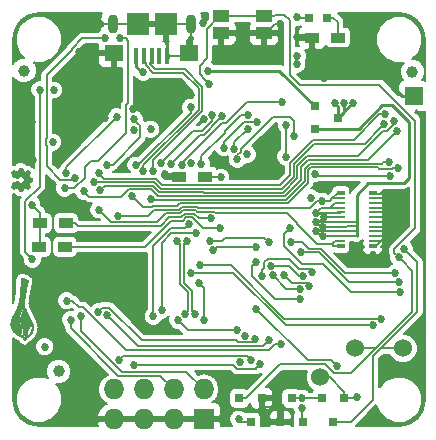
<source format=gbl>
G04 #@! TF.FileFunction,Copper,L4,Bot,Signal*
%FSLAX46Y46*%
G04 Gerber Fmt 4.6, Leading zero omitted, Abs format (unit mm)*
G04 Created by KiCad (PCBNEW 4.0.1-stable) date Thursday, April 14, 2016 'AMt' 11:50:35 AM*
%MOMM*%
G01*
G04 APERTURE LIST*
%ADD10C,0.100000*%
%ADD11C,0.010000*%
%ADD12R,0.660000X0.230000*%
%ADD13R,0.660000X0.350000*%
%ADD14C,1.000000*%
%ADD15R,0.797560X0.797560*%
%ADD16C,1.524000*%
%ADD17R,1.727200X1.727200*%
%ADD18O,1.727200X1.727200*%
%ADD19R,1.200000X0.900000*%
%ADD20R,1.400000X1.050000*%
%ADD21R,0.800100X0.800100*%
%ADD22R,1.501140X1.501140*%
%ADD23R,1.600000X1.400000*%
%ADD24R,0.400000X1.350000*%
%ADD25R,1.900000X1.900000*%
%ADD26O,0.900000X1.600000*%
%ADD27C,0.685800*%
%ADD28C,0.685801*%
%ADD29C,0.152400*%
%ADD30C,0.254000*%
G04 APERTURE END LIST*
D10*
D11*
G36*
X132256524Y-117102110D02*
X132256179Y-117080393D01*
X132255460Y-117061445D01*
X132254281Y-117044235D01*
X132252559Y-117027730D01*
X132250210Y-117010899D01*
X132247150Y-116992708D01*
X132244355Y-116977648D01*
X132235604Y-116937289D01*
X132224586Y-116895394D01*
X132211875Y-116853941D01*
X132198043Y-116814907D01*
X132195010Y-116807105D01*
X132183220Y-116777497D01*
X132171469Y-116748440D01*
X132159632Y-116719668D01*
X132147586Y-116690917D01*
X132135207Y-116661919D01*
X132122372Y-116632409D01*
X132108957Y-116602121D01*
X132094838Y-116570790D01*
X132079891Y-116538149D01*
X132063992Y-116503933D01*
X132047019Y-116467876D01*
X132028847Y-116429712D01*
X132009352Y-116389176D01*
X131988411Y-116346001D01*
X131965900Y-116299922D01*
X131941695Y-116250673D01*
X131915673Y-116197987D01*
X131887710Y-116141601D01*
X131857682Y-116081246D01*
X131849917Y-116065667D01*
X131824037Y-116013659D01*
X131800226Y-115965600D01*
X131778325Y-115921145D01*
X131758175Y-115879950D01*
X131739617Y-115841669D01*
X131722491Y-115805957D01*
X131706639Y-115772469D01*
X131691901Y-115740860D01*
X131678118Y-115710786D01*
X131665131Y-115681901D01*
X131652779Y-115653860D01*
X131640905Y-115626318D01*
X131629349Y-115598931D01*
X131617952Y-115571352D01*
X131606554Y-115543239D01*
X131594996Y-115514244D01*
X131592614Y-115508216D01*
X131585659Y-115490759D01*
X131579167Y-115474798D01*
X131573373Y-115460879D01*
X131568508Y-115449550D01*
X131564805Y-115441355D01*
X131562497Y-115436842D01*
X131561925Y-115436131D01*
X131559168Y-115437437D01*
X131553749Y-115441820D01*
X131546205Y-115448730D01*
X131537076Y-115457615D01*
X131526901Y-115467925D01*
X131516218Y-115479110D01*
X131505567Y-115490620D01*
X131495485Y-115501904D01*
X131486513Y-115512412D01*
X131482938Y-115516796D01*
X131444812Y-115567789D01*
X131408621Y-115623145D01*
X131374402Y-115682775D01*
X131342190Y-115746594D01*
X131312022Y-115814513D01*
X131283934Y-115886445D01*
X131257960Y-115962304D01*
X131234138Y-116042002D01*
X131212504Y-116125451D01*
X131193093Y-116212565D01*
X131190256Y-116226533D01*
X131179073Y-116286331D01*
X131170289Y-116342312D01*
X131163878Y-116394846D01*
X131159813Y-116444302D01*
X131158069Y-116491050D01*
X131158618Y-116535458D01*
X131161433Y-116577897D01*
X131163575Y-116597625D01*
X131170837Y-116642521D01*
X131181165Y-116683907D01*
X131194525Y-116721726D01*
X131210884Y-116755921D01*
X131230208Y-116786435D01*
X131252465Y-116813212D01*
X131277621Y-116836195D01*
X131305643Y-116855327D01*
X131318814Y-116862480D01*
X131337930Y-116871131D01*
X131358008Y-116878130D01*
X131380053Y-116883742D01*
X131405072Y-116888230D01*
X131428190Y-116891222D01*
X131443896Y-116892983D01*
X131448008Y-116940153D01*
X131449286Y-116954896D01*
X131450417Y-116968084D01*
X131451333Y-116978921D01*
X131451967Y-116986612D01*
X131452253Y-116990361D01*
X131452259Y-116990490D01*
X131453687Y-116992531D01*
X131454714Y-116992227D01*
X131455749Y-116993472D01*
X131456013Y-116998086D01*
X131455621Y-117004679D01*
X131454688Y-117011863D01*
X131453328Y-117018249D01*
X131452325Y-117021190D01*
X131451285Y-117024967D01*
X131449598Y-117032720D01*
X131447423Y-117043655D01*
X131444915Y-117056978D01*
X131442232Y-117071893D01*
X131441580Y-117075619D01*
X131432318Y-117131495D01*
X131424519Y-117184580D01*
X131417952Y-117236618D01*
X131412382Y-117289348D01*
X131410884Y-117305429D01*
X131409791Y-117320809D01*
X131408945Y-117339464D01*
X131408347Y-117360467D01*
X131407997Y-117382891D01*
X131407895Y-117405808D01*
X131408042Y-117428294D01*
X131408438Y-117449419D01*
X131409083Y-117468259D01*
X131409978Y-117483886D01*
X131410810Y-117492905D01*
X131417430Y-117542844D01*
X131425582Y-117591432D01*
X131435532Y-117639954D01*
X131447550Y-117689696D01*
X131461904Y-117741945D01*
X131465004Y-117752555D01*
X131469659Y-117768052D01*
X131473326Y-117779471D01*
X131476244Y-117787414D01*
X131478654Y-117792486D01*
X131480796Y-117795286D01*
X131482422Y-117796278D01*
X131485928Y-117796934D01*
X131493672Y-117798011D01*
X131505080Y-117799443D01*
X131519578Y-117801159D01*
X131536591Y-117803094D01*
X131555544Y-117805177D01*
X131575418Y-117807296D01*
X131599194Y-117809759D01*
X131618571Y-117811684D01*
X131633957Y-117813099D01*
X131645756Y-117814032D01*
X131654377Y-117814511D01*
X131660224Y-117814564D01*
X131663706Y-117814217D01*
X131665227Y-117813500D01*
X131665272Y-117813435D01*
X131666841Y-117809181D01*
X131668377Y-117802429D01*
X131668720Y-117800395D01*
X131670111Y-117792683D01*
X131672482Y-117780991D01*
X131675668Y-117766039D01*
X131679505Y-117748549D01*
X131683829Y-117729240D01*
X131688477Y-117708835D01*
X131693284Y-117688054D01*
X131698086Y-117667617D01*
X131702720Y-117648246D01*
X131707021Y-117630661D01*
X131710336Y-117617486D01*
X131729097Y-117547112D01*
X131748185Y-117481290D01*
X131767695Y-117419740D01*
X131787720Y-117362181D01*
X131808354Y-117308334D01*
X131829691Y-117257918D01*
X131833339Y-117249790D01*
X131856964Y-117201328D01*
X131884213Y-117151977D01*
X131914337Y-117102917D01*
X131946583Y-117055327D01*
X131980203Y-117010384D01*
X132005061Y-116980067D01*
X132015595Y-116967955D01*
X132026849Y-116955384D01*
X132038347Y-116942845D01*
X132049616Y-116930830D01*
X132060182Y-116919829D01*
X132069571Y-116910335D01*
X132077309Y-116902839D01*
X132082923Y-116897832D01*
X132085938Y-116895806D01*
X132086262Y-116895849D01*
X132088009Y-116899390D01*
X132090668Y-116906909D01*
X132094027Y-116917679D01*
X132097871Y-116930975D01*
X132101985Y-116946069D01*
X132106155Y-116962235D01*
X132107875Y-116969181D01*
X132117755Y-117017115D01*
X132123934Y-117065253D01*
X132126400Y-117114063D01*
X132125140Y-117164013D01*
X132120143Y-117215573D01*
X132111395Y-117269210D01*
X132098885Y-117325395D01*
X132098551Y-117326731D01*
X132082272Y-117383850D01*
X132062779Y-117438616D01*
X132040229Y-117490827D01*
X132014780Y-117540278D01*
X131986589Y-117586768D01*
X131955814Y-117630093D01*
X131922612Y-117670050D01*
X131887142Y-117706438D01*
X131849560Y-117739052D01*
X131810023Y-117767689D01*
X131768691Y-117792148D01*
X131725719Y-117812225D01*
X131719704Y-117814627D01*
X131700352Y-117822196D01*
X131603798Y-117923646D01*
X131586154Y-117942169D01*
X131569503Y-117959620D01*
X131554143Y-117975689D01*
X131540373Y-117990064D01*
X131528492Y-118002434D01*
X131518798Y-118012488D01*
X131511591Y-118019915D01*
X131507168Y-118024404D01*
X131505826Y-118025676D01*
X131504596Y-118023649D01*
X131501599Y-118017613D01*
X131497029Y-118007984D01*
X131491076Y-117995176D01*
X131483931Y-117979605D01*
X131475787Y-117961686D01*
X131466835Y-117941836D01*
X131457265Y-117920469D01*
X131454987Y-117915360D01*
X131405564Y-117804464D01*
X131364272Y-117792917D01*
X131345100Y-117787359D01*
X131322941Y-117780610D01*
X131299081Y-117773088D01*
X131274805Y-117765209D01*
X131251398Y-117757389D01*
X131230145Y-117750047D01*
X131213081Y-117743878D01*
X131203696Y-117740142D01*
X131197885Y-117737043D01*
X131194583Y-117733850D01*
X131192759Y-117729945D01*
X131191960Y-117724938D01*
X131191317Y-117715804D01*
X131190828Y-117703250D01*
X131190493Y-117687986D01*
X131190310Y-117670720D01*
X131190276Y-117652158D01*
X131190392Y-117633011D01*
X131190655Y-117613986D01*
X131191063Y-117595791D01*
X131191616Y-117579134D01*
X131192311Y-117564724D01*
X131193137Y-117553381D01*
X131205226Y-117441649D01*
X131214397Y-117373162D01*
X131218811Y-117343868D01*
X131223132Y-117318621D01*
X131227572Y-117296640D01*
X131232347Y-117277143D01*
X131237669Y-117259349D01*
X131243754Y-117242477D01*
X131250816Y-117225745D01*
X131259067Y-117208372D01*
X131260127Y-117206248D01*
X131281748Y-117167924D01*
X131307693Y-117130341D01*
X131337447Y-117094131D01*
X131370498Y-117059927D01*
X131401120Y-117032637D01*
X131416365Y-117019981D01*
X131408013Y-117019981D01*
X131397812Y-117019288D01*
X131384200Y-117017375D01*
X131368376Y-117014488D01*
X131351538Y-117010873D01*
X131334886Y-117006778D01*
X131319619Y-117002450D01*
X131313827Y-117000595D01*
X131273096Y-116984555D01*
X131235284Y-116964678D01*
X131200442Y-116941022D01*
X131168626Y-116913650D01*
X131139889Y-116882620D01*
X131114283Y-116847994D01*
X131091863Y-116809832D01*
X131072681Y-116768195D01*
X131056791Y-116723143D01*
X131051077Y-116703086D01*
X131042661Y-116667259D01*
X131036279Y-116630385D01*
X131031834Y-116591593D01*
X131029225Y-116550012D01*
X131028354Y-116504772D01*
X131028353Y-116503514D01*
X131028771Y-116468422D01*
X131030071Y-116434337D01*
X131032342Y-116400467D01*
X131035674Y-116366018D01*
X131040155Y-116330197D01*
X131045874Y-116292210D01*
X131052920Y-116251265D01*
X131061382Y-116206567D01*
X131061975Y-116203552D01*
X131080066Y-116118906D01*
X131100385Y-116036963D01*
X131122858Y-115957888D01*
X131147409Y-115881847D01*
X131173964Y-115809005D01*
X131202447Y-115739526D01*
X131232784Y-115673576D01*
X131264899Y-115611320D01*
X131298718Y-115552923D01*
X131334166Y-115498550D01*
X131371167Y-115448367D01*
X131409648Y-115402538D01*
X131440368Y-115370190D01*
X131451786Y-115359125D01*
X131463971Y-115347811D01*
X131475689Y-115337362D01*
X131485706Y-115328896D01*
X131488531Y-115326648D01*
X131497406Y-115319727D01*
X131505246Y-115313592D01*
X131511011Y-115309057D01*
X131513225Y-115307295D01*
X131515251Y-115305413D01*
X131516314Y-115303130D01*
X131516409Y-115299423D01*
X131515530Y-115293273D01*
X131513671Y-115283655D01*
X131513071Y-115280686D01*
X131501114Y-115209527D01*
X131493949Y-115137931D01*
X131491568Y-115065776D01*
X131493965Y-114992943D01*
X131494738Y-114981933D01*
X131499585Y-114924120D01*
X131505779Y-114861841D01*
X131513290Y-114795270D01*
X131522088Y-114724580D01*
X131532142Y-114649944D01*
X131543424Y-114571536D01*
X131555903Y-114489527D01*
X131569550Y-114404092D01*
X131584333Y-114315402D01*
X131600224Y-114223632D01*
X131617192Y-114128955D01*
X131635208Y-114031542D01*
X131654242Y-113931568D01*
X131674263Y-113829205D01*
X131695241Y-113724627D01*
X131717148Y-113618005D01*
X131739952Y-113509515D01*
X131763624Y-113399328D01*
X131786577Y-113294648D01*
X131793334Y-113264138D01*
X131799017Y-113237931D01*
X131803534Y-113215594D01*
X131806792Y-113196693D01*
X131808700Y-113180792D01*
X131809165Y-113167459D01*
X131808095Y-113156260D01*
X131805397Y-113146760D01*
X131800980Y-113138525D01*
X131794751Y-113131121D01*
X131786618Y-113124114D01*
X131776489Y-113117071D01*
X131764271Y-113109557D01*
X131749872Y-113101138D01*
X131744826Y-113098203D01*
X131699722Y-113072648D01*
X131654979Y-113048694D01*
X131611167Y-113026614D01*
X131568858Y-113006677D01*
X131528621Y-112989156D01*
X131491027Y-112974320D01*
X131463982Y-112964813D01*
X131428042Y-112954211D01*
X131394502Y-112946863D01*
X131363519Y-112942749D01*
X131335250Y-112941850D01*
X131309850Y-112944147D01*
X131287477Y-112949622D01*
X131268287Y-112958256D01*
X131252437Y-112970031D01*
X131240083Y-112984926D01*
X131235957Y-112992143D01*
X131232694Y-112999092D01*
X131229698Y-113006669D01*
X131226949Y-113015121D01*
X131224428Y-113024693D01*
X131222116Y-113035628D01*
X131219993Y-113048174D01*
X131218040Y-113062573D01*
X131216239Y-113079073D01*
X131214569Y-113097916D01*
X131213011Y-113119350D01*
X131211546Y-113143617D01*
X131210155Y-113170965D01*
X131208819Y-113201637D01*
X131207517Y-113235879D01*
X131206231Y-113273935D01*
X131204942Y-113316051D01*
X131203630Y-113362471D01*
X131202276Y-113413442D01*
X131202033Y-113422857D01*
X131199744Y-113506567D01*
X131197289Y-113585821D01*
X131194648Y-113661001D01*
X131191798Y-113732487D01*
X131188719Y-113800660D01*
X131185391Y-113865901D01*
X131181791Y-113928589D01*
X131177899Y-113989107D01*
X131173694Y-114047835D01*
X131169154Y-114105153D01*
X131164260Y-114161442D01*
X131158989Y-114217083D01*
X131157134Y-114235657D01*
X131147650Y-114323908D01*
X131137298Y-114409256D01*
X131125962Y-114492213D01*
X131113526Y-114573293D01*
X131099873Y-114653009D01*
X131084888Y-114731875D01*
X131068454Y-114810402D01*
X131050455Y-114889106D01*
X131030775Y-114968498D01*
X131009297Y-115049092D01*
X130985905Y-115131401D01*
X130960484Y-115215938D01*
X130932917Y-115303217D01*
X130903088Y-115393751D01*
X130878594Y-115465743D01*
X130866588Y-115499933D01*
X130854639Y-115532526D01*
X130842526Y-115563982D01*
X130830029Y-115594759D01*
X130816930Y-115625317D01*
X130803009Y-115656114D01*
X130788045Y-115687610D01*
X130771820Y-115720264D01*
X130754113Y-115754534D01*
X130734705Y-115790880D01*
X130713377Y-115829761D01*
X130689908Y-115871635D01*
X130664080Y-115916962D01*
X130655776Y-115931410D01*
X130632647Y-115971607D01*
X130611782Y-116007930D01*
X130593011Y-116040685D01*
X130576166Y-116070180D01*
X130561077Y-116096721D01*
X130547575Y-116120614D01*
X130535490Y-116142168D01*
X130524653Y-116161689D01*
X130514895Y-116179484D01*
X130506047Y-116195860D01*
X130497939Y-116211124D01*
X130490402Y-116225583D01*
X130483266Y-116239543D01*
X130476363Y-116253313D01*
X130469522Y-116267198D01*
X130462575Y-116281506D01*
X130461969Y-116282761D01*
X130440412Y-116329005D01*
X130421724Y-116372629D01*
X130405635Y-116414572D01*
X130391877Y-116455777D01*
X130380181Y-116497182D01*
X130370278Y-116539730D01*
X130361899Y-116584361D01*
X130354774Y-116632015D01*
X130349408Y-116676476D01*
X130346830Y-116704581D01*
X130344800Y-116736087D01*
X130343357Y-116769583D01*
X130342537Y-116803660D01*
X130342378Y-116836906D01*
X130342918Y-116867912D01*
X130343766Y-116888143D01*
X130348321Y-116942689D01*
X130355947Y-116997859D01*
X130366439Y-117052838D01*
X130379591Y-117106811D01*
X130395199Y-117158964D01*
X130413059Y-117208482D01*
X130432964Y-117254549D01*
X130439000Y-117266966D01*
X130469345Y-117322495D01*
X130504291Y-117376819D01*
X130543730Y-117429841D01*
X130587554Y-117481466D01*
X130635655Y-117531598D01*
X130687924Y-117580141D01*
X130744254Y-117626999D01*
X130804535Y-117672076D01*
X130868661Y-117715277D01*
X130936523Y-117756505D01*
X131008013Y-117795665D01*
X131070148Y-117826585D01*
X131097518Y-117839160D01*
X131125882Y-117851243D01*
X131156127Y-117863182D01*
X131189139Y-117875324D01*
X131225803Y-117888016D01*
X131234685Y-117890995D01*
X131250763Y-117896254D01*
X131268310Y-117901811D01*
X131286510Y-117907423D01*
X131304544Y-117912851D01*
X131321595Y-117917851D01*
X131336844Y-117922182D01*
X131349475Y-117925603D01*
X131358670Y-117927871D01*
X131361331Y-117928427D01*
X131369259Y-117929914D01*
X131425878Y-118070221D01*
X131435852Y-118094893D01*
X131445313Y-118118212D01*
X131454103Y-118139795D01*
X131462066Y-118159259D01*
X131469042Y-118176219D01*
X131474875Y-118190293D01*
X131479405Y-118201096D01*
X131482476Y-118208246D01*
X131483930Y-118211359D01*
X131484007Y-118211461D01*
X131485824Y-118209856D01*
X131490594Y-118204918D01*
X131498059Y-118196929D01*
X131507961Y-118186175D01*
X131520040Y-118172939D01*
X131534038Y-118157506D01*
X131549697Y-118140159D01*
X131566757Y-118121184D01*
X131584961Y-118100863D01*
X131600501Y-118083461D01*
X131622533Y-118058764D01*
X131641591Y-118037429D01*
X131657920Y-118019202D01*
X131671761Y-118003830D01*
X131683358Y-117991060D01*
X131692954Y-117980639D01*
X131700791Y-117972314D01*
X131707113Y-117965831D01*
X131712161Y-117960938D01*
X131716180Y-117957381D01*
X131719412Y-117954908D01*
X131722099Y-117953264D01*
X131724485Y-117952198D01*
X131726813Y-117951455D01*
X131727270Y-117951329D01*
X131741361Y-117946934D01*
X131758470Y-117940693D01*
X131777383Y-117933101D01*
X131796886Y-117924658D01*
X131815765Y-117915859D01*
X131824877Y-117911337D01*
X131864792Y-117889087D01*
X131903278Y-117863559D01*
X131940972Y-117834286D01*
X131978512Y-117800801D01*
X131987875Y-117791788D01*
X132024587Y-117753725D01*
X132057833Y-117714448D01*
X132088207Y-117673130D01*
X132116304Y-117628948D01*
X132142717Y-117581076D01*
X132149998Y-117566686D01*
X132171853Y-117520020D01*
X132190940Y-117473382D01*
X132207515Y-117425929D01*
X132221834Y-117376818D01*
X132234154Y-117325208D01*
X132244731Y-117270255D01*
X132249884Y-117238391D01*
X132251886Y-117224789D01*
X132253440Y-117212907D01*
X132254603Y-117201787D01*
X132255434Y-117190472D01*
X132255989Y-117178005D01*
X132256328Y-117163430D01*
X132256507Y-117145789D01*
X132256577Y-117127629D01*
X132256524Y-117102110D01*
X132256524Y-117102110D01*
G37*
X132256524Y-117102110D02*
X132256179Y-117080393D01*
X132255460Y-117061445D01*
X132254281Y-117044235D01*
X132252559Y-117027730D01*
X132250210Y-117010899D01*
X132247150Y-116992708D01*
X132244355Y-116977648D01*
X132235604Y-116937289D01*
X132224586Y-116895394D01*
X132211875Y-116853941D01*
X132198043Y-116814907D01*
X132195010Y-116807105D01*
X132183220Y-116777497D01*
X132171469Y-116748440D01*
X132159632Y-116719668D01*
X132147586Y-116690917D01*
X132135207Y-116661919D01*
X132122372Y-116632409D01*
X132108957Y-116602121D01*
X132094838Y-116570790D01*
X132079891Y-116538149D01*
X132063992Y-116503933D01*
X132047019Y-116467876D01*
X132028847Y-116429712D01*
X132009352Y-116389176D01*
X131988411Y-116346001D01*
X131965900Y-116299922D01*
X131941695Y-116250673D01*
X131915673Y-116197987D01*
X131887710Y-116141601D01*
X131857682Y-116081246D01*
X131849917Y-116065667D01*
X131824037Y-116013659D01*
X131800226Y-115965600D01*
X131778325Y-115921145D01*
X131758175Y-115879950D01*
X131739617Y-115841669D01*
X131722491Y-115805957D01*
X131706639Y-115772469D01*
X131691901Y-115740860D01*
X131678118Y-115710786D01*
X131665131Y-115681901D01*
X131652779Y-115653860D01*
X131640905Y-115626318D01*
X131629349Y-115598931D01*
X131617952Y-115571352D01*
X131606554Y-115543239D01*
X131594996Y-115514244D01*
X131592614Y-115508216D01*
X131585659Y-115490759D01*
X131579167Y-115474798D01*
X131573373Y-115460879D01*
X131568508Y-115449550D01*
X131564805Y-115441355D01*
X131562497Y-115436842D01*
X131561925Y-115436131D01*
X131559168Y-115437437D01*
X131553749Y-115441820D01*
X131546205Y-115448730D01*
X131537076Y-115457615D01*
X131526901Y-115467925D01*
X131516218Y-115479110D01*
X131505567Y-115490620D01*
X131495485Y-115501904D01*
X131486513Y-115512412D01*
X131482938Y-115516796D01*
X131444812Y-115567789D01*
X131408621Y-115623145D01*
X131374402Y-115682775D01*
X131342190Y-115746594D01*
X131312022Y-115814513D01*
X131283934Y-115886445D01*
X131257960Y-115962304D01*
X131234138Y-116042002D01*
X131212504Y-116125451D01*
X131193093Y-116212565D01*
X131190256Y-116226533D01*
X131179073Y-116286331D01*
X131170289Y-116342312D01*
X131163878Y-116394846D01*
X131159813Y-116444302D01*
X131158069Y-116491050D01*
X131158618Y-116535458D01*
X131161433Y-116577897D01*
X131163575Y-116597625D01*
X131170837Y-116642521D01*
X131181165Y-116683907D01*
X131194525Y-116721726D01*
X131210884Y-116755921D01*
X131230208Y-116786435D01*
X131252465Y-116813212D01*
X131277621Y-116836195D01*
X131305643Y-116855327D01*
X131318814Y-116862480D01*
X131337930Y-116871131D01*
X131358008Y-116878130D01*
X131380053Y-116883742D01*
X131405072Y-116888230D01*
X131428190Y-116891222D01*
X131443896Y-116892983D01*
X131448008Y-116940153D01*
X131449286Y-116954896D01*
X131450417Y-116968084D01*
X131451333Y-116978921D01*
X131451967Y-116986612D01*
X131452253Y-116990361D01*
X131452259Y-116990490D01*
X131453687Y-116992531D01*
X131454714Y-116992227D01*
X131455749Y-116993472D01*
X131456013Y-116998086D01*
X131455621Y-117004679D01*
X131454688Y-117011863D01*
X131453328Y-117018249D01*
X131452325Y-117021190D01*
X131451285Y-117024967D01*
X131449598Y-117032720D01*
X131447423Y-117043655D01*
X131444915Y-117056978D01*
X131442232Y-117071893D01*
X131441580Y-117075619D01*
X131432318Y-117131495D01*
X131424519Y-117184580D01*
X131417952Y-117236618D01*
X131412382Y-117289348D01*
X131410884Y-117305429D01*
X131409791Y-117320809D01*
X131408945Y-117339464D01*
X131408347Y-117360467D01*
X131407997Y-117382891D01*
X131407895Y-117405808D01*
X131408042Y-117428294D01*
X131408438Y-117449419D01*
X131409083Y-117468259D01*
X131409978Y-117483886D01*
X131410810Y-117492905D01*
X131417430Y-117542844D01*
X131425582Y-117591432D01*
X131435532Y-117639954D01*
X131447550Y-117689696D01*
X131461904Y-117741945D01*
X131465004Y-117752555D01*
X131469659Y-117768052D01*
X131473326Y-117779471D01*
X131476244Y-117787414D01*
X131478654Y-117792486D01*
X131480796Y-117795286D01*
X131482422Y-117796278D01*
X131485928Y-117796934D01*
X131493672Y-117798011D01*
X131505080Y-117799443D01*
X131519578Y-117801159D01*
X131536591Y-117803094D01*
X131555544Y-117805177D01*
X131575418Y-117807296D01*
X131599194Y-117809759D01*
X131618571Y-117811684D01*
X131633957Y-117813099D01*
X131645756Y-117814032D01*
X131654377Y-117814511D01*
X131660224Y-117814564D01*
X131663706Y-117814217D01*
X131665227Y-117813500D01*
X131665272Y-117813435D01*
X131666841Y-117809181D01*
X131668377Y-117802429D01*
X131668720Y-117800395D01*
X131670111Y-117792683D01*
X131672482Y-117780991D01*
X131675668Y-117766039D01*
X131679505Y-117748549D01*
X131683829Y-117729240D01*
X131688477Y-117708835D01*
X131693284Y-117688054D01*
X131698086Y-117667617D01*
X131702720Y-117648246D01*
X131707021Y-117630661D01*
X131710336Y-117617486D01*
X131729097Y-117547112D01*
X131748185Y-117481290D01*
X131767695Y-117419740D01*
X131787720Y-117362181D01*
X131808354Y-117308334D01*
X131829691Y-117257918D01*
X131833339Y-117249790D01*
X131856964Y-117201328D01*
X131884213Y-117151977D01*
X131914337Y-117102917D01*
X131946583Y-117055327D01*
X131980203Y-117010384D01*
X132005061Y-116980067D01*
X132015595Y-116967955D01*
X132026849Y-116955384D01*
X132038347Y-116942845D01*
X132049616Y-116930830D01*
X132060182Y-116919829D01*
X132069571Y-116910335D01*
X132077309Y-116902839D01*
X132082923Y-116897832D01*
X132085938Y-116895806D01*
X132086262Y-116895849D01*
X132088009Y-116899390D01*
X132090668Y-116906909D01*
X132094027Y-116917679D01*
X132097871Y-116930975D01*
X132101985Y-116946069D01*
X132106155Y-116962235D01*
X132107875Y-116969181D01*
X132117755Y-117017115D01*
X132123934Y-117065253D01*
X132126400Y-117114063D01*
X132125140Y-117164013D01*
X132120143Y-117215573D01*
X132111395Y-117269210D01*
X132098885Y-117325395D01*
X132098551Y-117326731D01*
X132082272Y-117383850D01*
X132062779Y-117438616D01*
X132040229Y-117490827D01*
X132014780Y-117540278D01*
X131986589Y-117586768D01*
X131955814Y-117630093D01*
X131922612Y-117670050D01*
X131887142Y-117706438D01*
X131849560Y-117739052D01*
X131810023Y-117767689D01*
X131768691Y-117792148D01*
X131725719Y-117812225D01*
X131719704Y-117814627D01*
X131700352Y-117822196D01*
X131603798Y-117923646D01*
X131586154Y-117942169D01*
X131569503Y-117959620D01*
X131554143Y-117975689D01*
X131540373Y-117990064D01*
X131528492Y-118002434D01*
X131518798Y-118012488D01*
X131511591Y-118019915D01*
X131507168Y-118024404D01*
X131505826Y-118025676D01*
X131504596Y-118023649D01*
X131501599Y-118017613D01*
X131497029Y-118007984D01*
X131491076Y-117995176D01*
X131483931Y-117979605D01*
X131475787Y-117961686D01*
X131466835Y-117941836D01*
X131457265Y-117920469D01*
X131454987Y-117915360D01*
X131405564Y-117804464D01*
X131364272Y-117792917D01*
X131345100Y-117787359D01*
X131322941Y-117780610D01*
X131299081Y-117773088D01*
X131274805Y-117765209D01*
X131251398Y-117757389D01*
X131230145Y-117750047D01*
X131213081Y-117743878D01*
X131203696Y-117740142D01*
X131197885Y-117737043D01*
X131194583Y-117733850D01*
X131192759Y-117729945D01*
X131191960Y-117724938D01*
X131191317Y-117715804D01*
X131190828Y-117703250D01*
X131190493Y-117687986D01*
X131190310Y-117670720D01*
X131190276Y-117652158D01*
X131190392Y-117633011D01*
X131190655Y-117613986D01*
X131191063Y-117595791D01*
X131191616Y-117579134D01*
X131192311Y-117564724D01*
X131193137Y-117553381D01*
X131205226Y-117441649D01*
X131214397Y-117373162D01*
X131218811Y-117343868D01*
X131223132Y-117318621D01*
X131227572Y-117296640D01*
X131232347Y-117277143D01*
X131237669Y-117259349D01*
X131243754Y-117242477D01*
X131250816Y-117225745D01*
X131259067Y-117208372D01*
X131260127Y-117206248D01*
X131281748Y-117167924D01*
X131307693Y-117130341D01*
X131337447Y-117094131D01*
X131370498Y-117059927D01*
X131401120Y-117032637D01*
X131416365Y-117019981D01*
X131408013Y-117019981D01*
X131397812Y-117019288D01*
X131384200Y-117017375D01*
X131368376Y-117014488D01*
X131351538Y-117010873D01*
X131334886Y-117006778D01*
X131319619Y-117002450D01*
X131313827Y-117000595D01*
X131273096Y-116984555D01*
X131235284Y-116964678D01*
X131200442Y-116941022D01*
X131168626Y-116913650D01*
X131139889Y-116882620D01*
X131114283Y-116847994D01*
X131091863Y-116809832D01*
X131072681Y-116768195D01*
X131056791Y-116723143D01*
X131051077Y-116703086D01*
X131042661Y-116667259D01*
X131036279Y-116630385D01*
X131031834Y-116591593D01*
X131029225Y-116550012D01*
X131028354Y-116504772D01*
X131028353Y-116503514D01*
X131028771Y-116468422D01*
X131030071Y-116434337D01*
X131032342Y-116400467D01*
X131035674Y-116366018D01*
X131040155Y-116330197D01*
X131045874Y-116292210D01*
X131052920Y-116251265D01*
X131061382Y-116206567D01*
X131061975Y-116203552D01*
X131080066Y-116118906D01*
X131100385Y-116036963D01*
X131122858Y-115957888D01*
X131147409Y-115881847D01*
X131173964Y-115809005D01*
X131202447Y-115739526D01*
X131232784Y-115673576D01*
X131264899Y-115611320D01*
X131298718Y-115552923D01*
X131334166Y-115498550D01*
X131371167Y-115448367D01*
X131409648Y-115402538D01*
X131440368Y-115370190D01*
X131451786Y-115359125D01*
X131463971Y-115347811D01*
X131475689Y-115337362D01*
X131485706Y-115328896D01*
X131488531Y-115326648D01*
X131497406Y-115319727D01*
X131505246Y-115313592D01*
X131511011Y-115309057D01*
X131513225Y-115307295D01*
X131515251Y-115305413D01*
X131516314Y-115303130D01*
X131516409Y-115299423D01*
X131515530Y-115293273D01*
X131513671Y-115283655D01*
X131513071Y-115280686D01*
X131501114Y-115209527D01*
X131493949Y-115137931D01*
X131491568Y-115065776D01*
X131493965Y-114992943D01*
X131494738Y-114981933D01*
X131499585Y-114924120D01*
X131505779Y-114861841D01*
X131513290Y-114795270D01*
X131522088Y-114724580D01*
X131532142Y-114649944D01*
X131543424Y-114571536D01*
X131555903Y-114489527D01*
X131569550Y-114404092D01*
X131584333Y-114315402D01*
X131600224Y-114223632D01*
X131617192Y-114128955D01*
X131635208Y-114031542D01*
X131654242Y-113931568D01*
X131674263Y-113829205D01*
X131695241Y-113724627D01*
X131717148Y-113618005D01*
X131739952Y-113509515D01*
X131763624Y-113399328D01*
X131786577Y-113294648D01*
X131793334Y-113264138D01*
X131799017Y-113237931D01*
X131803534Y-113215594D01*
X131806792Y-113196693D01*
X131808700Y-113180792D01*
X131809165Y-113167459D01*
X131808095Y-113156260D01*
X131805397Y-113146760D01*
X131800980Y-113138525D01*
X131794751Y-113131121D01*
X131786618Y-113124114D01*
X131776489Y-113117071D01*
X131764271Y-113109557D01*
X131749872Y-113101138D01*
X131744826Y-113098203D01*
X131699722Y-113072648D01*
X131654979Y-113048694D01*
X131611167Y-113026614D01*
X131568858Y-113006677D01*
X131528621Y-112989156D01*
X131491027Y-112974320D01*
X131463982Y-112964813D01*
X131428042Y-112954211D01*
X131394502Y-112946863D01*
X131363519Y-112942749D01*
X131335250Y-112941850D01*
X131309850Y-112944147D01*
X131287477Y-112949622D01*
X131268287Y-112958256D01*
X131252437Y-112970031D01*
X131240083Y-112984926D01*
X131235957Y-112992143D01*
X131232694Y-112999092D01*
X131229698Y-113006669D01*
X131226949Y-113015121D01*
X131224428Y-113024693D01*
X131222116Y-113035628D01*
X131219993Y-113048174D01*
X131218040Y-113062573D01*
X131216239Y-113079073D01*
X131214569Y-113097916D01*
X131213011Y-113119350D01*
X131211546Y-113143617D01*
X131210155Y-113170965D01*
X131208819Y-113201637D01*
X131207517Y-113235879D01*
X131206231Y-113273935D01*
X131204942Y-113316051D01*
X131203630Y-113362471D01*
X131202276Y-113413442D01*
X131202033Y-113422857D01*
X131199744Y-113506567D01*
X131197289Y-113585821D01*
X131194648Y-113661001D01*
X131191798Y-113732487D01*
X131188719Y-113800660D01*
X131185391Y-113865901D01*
X131181791Y-113928589D01*
X131177899Y-113989107D01*
X131173694Y-114047835D01*
X131169154Y-114105153D01*
X131164260Y-114161442D01*
X131158989Y-114217083D01*
X131157134Y-114235657D01*
X131147650Y-114323908D01*
X131137298Y-114409256D01*
X131125962Y-114492213D01*
X131113526Y-114573293D01*
X131099873Y-114653009D01*
X131084888Y-114731875D01*
X131068454Y-114810402D01*
X131050455Y-114889106D01*
X131030775Y-114968498D01*
X131009297Y-115049092D01*
X130985905Y-115131401D01*
X130960484Y-115215938D01*
X130932917Y-115303217D01*
X130903088Y-115393751D01*
X130878594Y-115465743D01*
X130866588Y-115499933D01*
X130854639Y-115532526D01*
X130842526Y-115563982D01*
X130830029Y-115594759D01*
X130816930Y-115625317D01*
X130803009Y-115656114D01*
X130788045Y-115687610D01*
X130771820Y-115720264D01*
X130754113Y-115754534D01*
X130734705Y-115790880D01*
X130713377Y-115829761D01*
X130689908Y-115871635D01*
X130664080Y-115916962D01*
X130655776Y-115931410D01*
X130632647Y-115971607D01*
X130611782Y-116007930D01*
X130593011Y-116040685D01*
X130576166Y-116070180D01*
X130561077Y-116096721D01*
X130547575Y-116120614D01*
X130535490Y-116142168D01*
X130524653Y-116161689D01*
X130514895Y-116179484D01*
X130506047Y-116195860D01*
X130497939Y-116211124D01*
X130490402Y-116225583D01*
X130483266Y-116239543D01*
X130476363Y-116253313D01*
X130469522Y-116267198D01*
X130462575Y-116281506D01*
X130461969Y-116282761D01*
X130440412Y-116329005D01*
X130421724Y-116372629D01*
X130405635Y-116414572D01*
X130391877Y-116455777D01*
X130380181Y-116497182D01*
X130370278Y-116539730D01*
X130361899Y-116584361D01*
X130354774Y-116632015D01*
X130349408Y-116676476D01*
X130346830Y-116704581D01*
X130344800Y-116736087D01*
X130343357Y-116769583D01*
X130342537Y-116803660D01*
X130342378Y-116836906D01*
X130342918Y-116867912D01*
X130343766Y-116888143D01*
X130348321Y-116942689D01*
X130355947Y-116997859D01*
X130366439Y-117052838D01*
X130379591Y-117106811D01*
X130395199Y-117158964D01*
X130413059Y-117208482D01*
X130432964Y-117254549D01*
X130439000Y-117266966D01*
X130469345Y-117322495D01*
X130504291Y-117376819D01*
X130543730Y-117429841D01*
X130587554Y-117481466D01*
X130635655Y-117531598D01*
X130687924Y-117580141D01*
X130744254Y-117626999D01*
X130804535Y-117672076D01*
X130868661Y-117715277D01*
X130936523Y-117756505D01*
X131008013Y-117795665D01*
X131070148Y-117826585D01*
X131097518Y-117839160D01*
X131125882Y-117851243D01*
X131156127Y-117863182D01*
X131189139Y-117875324D01*
X131225803Y-117888016D01*
X131234685Y-117890995D01*
X131250763Y-117896254D01*
X131268310Y-117901811D01*
X131286510Y-117907423D01*
X131304544Y-117912851D01*
X131321595Y-117917851D01*
X131336844Y-117922182D01*
X131349475Y-117925603D01*
X131358670Y-117927871D01*
X131361331Y-117928427D01*
X131369259Y-117929914D01*
X131425878Y-118070221D01*
X131435852Y-118094893D01*
X131445313Y-118118212D01*
X131454103Y-118139795D01*
X131462066Y-118159259D01*
X131469042Y-118176219D01*
X131474875Y-118190293D01*
X131479405Y-118201096D01*
X131482476Y-118208246D01*
X131483930Y-118211359D01*
X131484007Y-118211461D01*
X131485824Y-118209856D01*
X131490594Y-118204918D01*
X131498059Y-118196929D01*
X131507961Y-118186175D01*
X131520040Y-118172939D01*
X131534038Y-118157506D01*
X131549697Y-118140159D01*
X131566757Y-118121184D01*
X131584961Y-118100863D01*
X131600501Y-118083461D01*
X131622533Y-118058764D01*
X131641591Y-118037429D01*
X131657920Y-118019202D01*
X131671761Y-118003830D01*
X131683358Y-117991060D01*
X131692954Y-117980639D01*
X131700791Y-117972314D01*
X131707113Y-117965831D01*
X131712161Y-117960938D01*
X131716180Y-117957381D01*
X131719412Y-117954908D01*
X131722099Y-117953264D01*
X131724485Y-117952198D01*
X131726813Y-117951455D01*
X131727270Y-117951329D01*
X131741361Y-117946934D01*
X131758470Y-117940693D01*
X131777383Y-117933101D01*
X131796886Y-117924658D01*
X131815765Y-117915859D01*
X131824877Y-117911337D01*
X131864792Y-117889087D01*
X131903278Y-117863559D01*
X131940972Y-117834286D01*
X131978512Y-117800801D01*
X131987875Y-117791788D01*
X132024587Y-117753725D01*
X132057833Y-117714448D01*
X132088207Y-117673130D01*
X132116304Y-117628948D01*
X132142717Y-117581076D01*
X132149998Y-117566686D01*
X132171853Y-117520020D01*
X132190940Y-117473382D01*
X132207515Y-117425929D01*
X132221834Y-117376818D01*
X132234154Y-117325208D01*
X132244731Y-117270255D01*
X132249884Y-117238391D01*
X132251886Y-117224789D01*
X132253440Y-117212907D01*
X132254603Y-117201787D01*
X132255434Y-117190472D01*
X132255989Y-117178005D01*
X132256328Y-117163430D01*
X132256507Y-117145789D01*
X132256577Y-117127629D01*
X132256524Y-117102110D01*
G36*
X132205336Y-104579044D02*
X132205330Y-104560456D01*
X132205317Y-104544089D01*
X132205294Y-104529797D01*
X132205259Y-104517431D01*
X132205209Y-104506847D01*
X132205142Y-104497896D01*
X132205055Y-104490432D01*
X132204945Y-104484308D01*
X132204810Y-104479376D01*
X132204647Y-104475491D01*
X132204454Y-104472506D01*
X132204228Y-104470273D01*
X132203966Y-104468645D01*
X132203666Y-104467477D01*
X132203325Y-104466620D01*
X132202976Y-104465984D01*
X132200315Y-104462891D01*
X132197131Y-104460741D01*
X132197008Y-104460691D01*
X132195284Y-104460266D01*
X132191259Y-104459419D01*
X132185107Y-104458183D01*
X132177000Y-104456592D01*
X132167111Y-104454678D01*
X132155614Y-104452474D01*
X132142680Y-104450014D01*
X132128483Y-104447330D01*
X132113195Y-104444456D01*
X132096990Y-104441425D01*
X132080041Y-104438269D01*
X132070802Y-104436556D01*
X132053449Y-104433339D01*
X132036693Y-104430232D01*
X132020713Y-104427267D01*
X132005687Y-104424477D01*
X131991794Y-104421895D01*
X131979214Y-104419555D01*
X131968123Y-104417491D01*
X131958702Y-104415734D01*
X131951128Y-104414319D01*
X131945581Y-104413278D01*
X131942239Y-104412646D01*
X131941452Y-104412493D01*
X131939204Y-104412057D01*
X131937214Y-104411607D01*
X131935400Y-104410992D01*
X131933684Y-104410060D01*
X131931986Y-104408661D01*
X131930227Y-104406642D01*
X131928325Y-104403854D01*
X131926203Y-104400144D01*
X131923780Y-104395361D01*
X131920977Y-104389355D01*
X131917713Y-104381973D01*
X131913910Y-104373064D01*
X131909487Y-104362478D01*
X131904366Y-104350063D01*
X131898466Y-104335668D01*
X131891707Y-104319142D01*
X131889680Y-104314186D01*
X131882630Y-104296962D01*
X131876470Y-104281906D01*
X131871154Y-104268853D01*
X131866636Y-104257636D01*
X131862871Y-104248092D01*
X131859811Y-104240053D01*
X131857411Y-104233354D01*
X131855626Y-104227829D01*
X131854408Y-104223314D01*
X131853712Y-104219641D01*
X131853491Y-104216646D01*
X131853700Y-104214163D01*
X131854293Y-104212026D01*
X131855223Y-104210070D01*
X131856445Y-104208128D01*
X131857912Y-104206036D01*
X131859120Y-104204305D01*
X131860662Y-104202052D01*
X131863520Y-104197883D01*
X131867586Y-104191953D01*
X131872752Y-104184419D01*
X131878912Y-104175438D01*
X131885957Y-104165167D01*
X131893781Y-104153761D01*
X131902276Y-104141378D01*
X131911335Y-104128174D01*
X131920850Y-104114306D01*
X131930714Y-104099930D01*
X131934566Y-104094316D01*
X131946090Y-104077516D01*
X131956271Y-104062661D01*
X131965192Y-104049622D01*
X131972935Y-104038273D01*
X131979583Y-104028486D01*
X131985219Y-104020134D01*
X131989927Y-104013090D01*
X131993788Y-104007227D01*
X131996885Y-104002417D01*
X131999303Y-103998533D01*
X132001123Y-103995448D01*
X132002428Y-103993034D01*
X132003301Y-103991165D01*
X132003825Y-103989713D01*
X132004083Y-103988551D01*
X132004158Y-103987552D01*
X132004158Y-103981994D01*
X131910785Y-103888621D01*
X131895872Y-103873709D01*
X131882631Y-103860476D01*
X131870957Y-103848821D01*
X131860743Y-103838644D01*
X131851885Y-103829845D01*
X131844277Y-103822324D01*
X131837814Y-103815980D01*
X131832388Y-103810713D01*
X131827896Y-103806424D01*
X131824231Y-103803011D01*
X131821288Y-103800375D01*
X131818962Y-103798416D01*
X131817146Y-103797032D01*
X131815735Y-103796125D01*
X131814623Y-103795594D01*
X131813705Y-103795338D01*
X131812875Y-103795258D01*
X131812391Y-103795252D01*
X131807989Y-103795875D01*
X131803891Y-103797392D01*
X131803507Y-103797613D01*
X131801923Y-103798657D01*
X131798419Y-103801021D01*
X131793145Y-103804601D01*
X131786254Y-103809293D01*
X131777898Y-103814994D01*
X131768229Y-103821599D01*
X131757398Y-103829006D01*
X131745558Y-103837110D01*
X131732860Y-103845807D01*
X131719457Y-103854994D01*
X131705500Y-103864567D01*
X131703542Y-103865910D01*
X131689390Y-103875620D01*
X131675680Y-103885026D01*
X131662575Y-103894017D01*
X131650235Y-103902481D01*
X131638823Y-103910308D01*
X131628501Y-103917387D01*
X131619431Y-103923606D01*
X131611775Y-103928855D01*
X131605694Y-103933023D01*
X131601351Y-103935997D01*
X131598908Y-103937668D01*
X131598807Y-103937737D01*
X131596485Y-103939364D01*
X131594443Y-103940782D01*
X131592517Y-103941941D01*
X131590542Y-103942795D01*
X131588355Y-103943294D01*
X131585791Y-103943391D01*
X131582686Y-103943036D01*
X131578876Y-103942182D01*
X131574198Y-103940781D01*
X131568486Y-103938784D01*
X131561577Y-103936143D01*
X131553307Y-103932809D01*
X131543512Y-103928735D01*
X131532027Y-103923872D01*
X131518689Y-103918171D01*
X131503333Y-103911585D01*
X131488872Y-103905383D01*
X131474619Y-103899270D01*
X131460972Y-103893409D01*
X131448116Y-103887880D01*
X131436238Y-103882762D01*
X131425524Y-103878138D01*
X131416161Y-103874087D01*
X131408335Y-103870690D01*
X131402232Y-103868027D01*
X131398039Y-103866180D01*
X131395943Y-103865228D01*
X131395815Y-103865164D01*
X131392346Y-103862683D01*
X131389351Y-103859479D01*
X131389335Y-103859458D01*
X131388910Y-103858871D01*
X131388519Y-103858291D01*
X131388136Y-103857582D01*
X131387734Y-103856613D01*
X131387287Y-103855247D01*
X131386768Y-103853353D01*
X131386150Y-103850795D01*
X131385407Y-103847440D01*
X131384513Y-103843154D01*
X131383439Y-103837804D01*
X131382161Y-103831255D01*
X131380650Y-103823373D01*
X131378882Y-103814026D01*
X131376828Y-103803077D01*
X131374462Y-103790395D01*
X131371758Y-103775846D01*
X131368689Y-103759294D01*
X131365228Y-103740607D01*
X131361350Y-103719650D01*
X131359167Y-103707856D01*
X131356330Y-103692549D01*
X131353600Y-103677850D01*
X131351014Y-103663962D01*
X131348610Y-103651090D01*
X131346428Y-103639438D01*
X131344505Y-103629210D01*
X131342880Y-103620609D01*
X131341590Y-103613840D01*
X131340675Y-103609107D01*
X131340172Y-103606613D01*
X131340135Y-103606450D01*
X131338577Y-103602069D01*
X131336337Y-103598400D01*
X131335642Y-103597648D01*
X131332491Y-103594688D01*
X131200877Y-103594369D01*
X131179809Y-103594319D01*
X131161111Y-103594278D01*
X131144635Y-103594250D01*
X131130235Y-103594236D01*
X131117765Y-103594238D01*
X131107079Y-103594259D01*
X131098031Y-103594302D01*
X131090474Y-103594367D01*
X131084262Y-103594458D01*
X131079250Y-103594577D01*
X131075290Y-103594727D01*
X131072237Y-103594908D01*
X131069945Y-103595124D01*
X131068267Y-103595377D01*
X131067057Y-103595670D01*
X131066168Y-103596003D01*
X131065456Y-103596381D01*
X131065305Y-103596472D01*
X131061909Y-103599612D01*
X131059990Y-103603078D01*
X131059531Y-103605014D01*
X131058659Y-103609205D01*
X131057416Y-103615434D01*
X131055844Y-103623482D01*
X131053984Y-103633133D01*
X131051878Y-103644169D01*
X131049569Y-103656371D01*
X131047098Y-103669521D01*
X131044508Y-103683403D01*
X131043469Y-103688995D01*
X131039207Y-103711961D01*
X131035379Y-103732583D01*
X131031959Y-103750991D01*
X131028924Y-103767315D01*
X131026248Y-103781682D01*
X131023908Y-103794223D01*
X131021878Y-103805067D01*
X131020134Y-103814343D01*
X131018652Y-103822181D01*
X131017408Y-103828710D01*
X131016376Y-103834058D01*
X131015532Y-103838356D01*
X131014853Y-103841733D01*
X131014312Y-103844318D01*
X131013887Y-103846240D01*
X131013552Y-103847628D01*
X131013282Y-103848613D01*
X131013175Y-103848961D01*
X131011277Y-103852603D01*
X131008445Y-103855896D01*
X131008281Y-103856036D01*
X131006563Y-103856972D01*
X131002677Y-103858762D01*
X130996792Y-103861335D01*
X130989078Y-103864621D01*
X130979705Y-103868549D01*
X130968843Y-103873049D01*
X130956663Y-103878050D01*
X130943333Y-103883481D01*
X130929024Y-103889273D01*
X130913907Y-103895353D01*
X130906288Y-103898403D01*
X130888859Y-103905370D01*
X130873609Y-103911459D01*
X130860383Y-103916728D01*
X130849026Y-103921233D01*
X130839380Y-103925032D01*
X130831292Y-103928180D01*
X130824606Y-103930736D01*
X130819166Y-103932756D01*
X130814816Y-103934297D01*
X130811402Y-103935416D01*
X130808766Y-103936169D01*
X130806755Y-103936615D01*
X130805212Y-103936809D01*
X130803982Y-103936809D01*
X130802910Y-103936671D01*
X130802148Y-103936519D01*
X130800770Y-103936043D01*
X130798664Y-103935012D01*
X130795718Y-103933353D01*
X130791823Y-103930992D01*
X130786866Y-103927856D01*
X130780737Y-103923871D01*
X130773325Y-103918965D01*
X130764519Y-103913062D01*
X130754208Y-103906091D01*
X130742282Y-103897977D01*
X130728628Y-103888647D01*
X130713137Y-103878028D01*
X130695697Y-103866046D01*
X130695178Y-103865690D01*
X130680814Y-103855830D01*
X130666989Y-103846376D01*
X130653848Y-103837424D01*
X130641539Y-103829074D01*
X130630207Y-103821424D01*
X130620000Y-103814571D01*
X130611063Y-103808614D01*
X130603543Y-103803651D01*
X130597586Y-103799779D01*
X130593338Y-103797098D01*
X130590946Y-103795705D01*
X130590514Y-103795524D01*
X130586544Y-103795405D01*
X130583598Y-103795810D01*
X130582139Y-103796777D01*
X130579113Y-103799361D01*
X130574499Y-103803581D01*
X130568278Y-103809457D01*
X130560429Y-103817007D01*
X130550932Y-103826253D01*
X130539767Y-103837212D01*
X130526914Y-103849905D01*
X130512353Y-103864352D01*
X130496063Y-103880571D01*
X130489190Y-103887428D01*
X130476576Y-103900035D01*
X130464446Y-103912189D01*
X130452921Y-103923766D01*
X130442123Y-103934643D01*
X130432173Y-103944696D01*
X130423192Y-103953802D01*
X130415302Y-103961839D01*
X130408624Y-103968683D01*
X130403279Y-103974210D01*
X130399388Y-103978298D01*
X130397074Y-103980823D01*
X130396455Y-103981598D01*
X130394824Y-103986583D01*
X130395344Y-103991694D01*
X130398076Y-103997355D01*
X130398827Y-103998495D01*
X130400152Y-104000432D01*
X130402790Y-104004282D01*
X130406631Y-104009885D01*
X130411565Y-104017082D01*
X130417481Y-104025711D01*
X130424271Y-104035612D01*
X130431824Y-104046625D01*
X130440030Y-104058591D01*
X130448779Y-104071347D01*
X130457961Y-104084735D01*
X130466394Y-104097030D01*
X130475826Y-104110791D01*
X130484884Y-104124031D01*
X130493463Y-104136592D01*
X130501456Y-104148318D01*
X130508759Y-104159054D01*
X130515263Y-104168642D01*
X130520864Y-104176926D01*
X130525456Y-104183751D01*
X130528932Y-104188959D01*
X130531185Y-104192394D01*
X130532087Y-104193851D01*
X130533853Y-104199758D01*
X130533801Y-104202946D01*
X130533041Y-104205299D01*
X130531137Y-104209682D01*
X130528169Y-104215932D01*
X130524219Y-104223884D01*
X130519368Y-104233373D01*
X130513697Y-104244235D01*
X130509202Y-104252720D01*
X130502900Y-104264583D01*
X130497717Y-104274449D01*
X130493570Y-104282529D01*
X130490374Y-104289036D01*
X130488046Y-104294182D01*
X130486502Y-104298178D01*
X130485660Y-104301237D01*
X130485434Y-104303569D01*
X130485743Y-104305388D01*
X130486503Y-104306905D01*
X130487389Y-104308055D01*
X130488813Y-104308845D01*
X130492494Y-104310557D01*
X130498363Y-104313162D01*
X130506347Y-104316631D01*
X130516377Y-104320933D01*
X130528383Y-104326040D01*
X130542293Y-104331920D01*
X130558038Y-104338546D01*
X130575547Y-104345886D01*
X130594749Y-104353912D01*
X130615575Y-104362594D01*
X130637953Y-104371902D01*
X130661813Y-104381806D01*
X130687085Y-104392277D01*
X130707460Y-104400706D01*
X130733923Y-104411646D01*
X130758163Y-104421664D01*
X130780278Y-104430798D01*
X130800368Y-104439089D01*
X130818534Y-104446577D01*
X130834873Y-104453302D01*
X130849487Y-104459302D01*
X130862474Y-104464618D01*
X130873934Y-104469290D01*
X130883967Y-104473357D01*
X130892671Y-104476860D01*
X130900148Y-104479837D01*
X130906495Y-104482329D01*
X130911813Y-104484375D01*
X130916202Y-104486016D01*
X130919761Y-104487290D01*
X130922588Y-104488239D01*
X130924785Y-104488900D01*
X130926450Y-104489315D01*
X130927684Y-104489523D01*
X130928585Y-104489564D01*
X130929253Y-104489477D01*
X130929525Y-104489400D01*
X130932351Y-104488200D01*
X130934878Y-104486379D01*
X130937457Y-104483544D01*
X130940437Y-104479302D01*
X130944168Y-104473262D01*
X130944699Y-104472371D01*
X130948390Y-104466432D01*
X130952660Y-104459974D01*
X130956672Y-104454254D01*
X130957221Y-104453510D01*
X130960816Y-104448675D01*
X130965247Y-104442714D01*
X130969850Y-104436518D01*
X130972640Y-104432762D01*
X130989506Y-104412137D01*
X131008151Y-104393242D01*
X131028439Y-104376201D01*
X131050233Y-104361138D01*
X131054988Y-104358238D01*
X131076343Y-104346849D01*
X131099181Y-104337186D01*
X131123013Y-104329413D01*
X131147350Y-104323696D01*
X131165422Y-104320884D01*
X131174686Y-104320085D01*
X131185700Y-104319653D01*
X131197725Y-104319575D01*
X131210026Y-104319839D01*
X131221864Y-104320435D01*
X131232504Y-104321350D01*
X131237977Y-104322043D01*
X131264131Y-104327126D01*
X131289393Y-104334502D01*
X131313638Y-104344080D01*
X131336746Y-104355772D01*
X131358591Y-104369488D01*
X131379051Y-104385138D01*
X131398004Y-104402634D01*
X131415325Y-104421885D01*
X131430891Y-104442803D01*
X131444580Y-104465298D01*
X131450144Y-104476011D01*
X131460522Y-104499677D01*
X131468508Y-104523769D01*
X131474146Y-104548478D01*
X131477480Y-104573995D01*
X131478554Y-104600000D01*
X131477817Y-104622578D01*
X131475536Y-104643762D01*
X131471606Y-104664219D01*
X131465924Y-104684615D01*
X131464811Y-104688020D01*
X131455315Y-104712647D01*
X131443702Y-104736074D01*
X131430092Y-104758178D01*
X131414606Y-104778840D01*
X131397362Y-104797939D01*
X131378482Y-104815352D01*
X131358084Y-104830961D01*
X131336289Y-104844643D01*
X131313216Y-104856277D01*
X131288987Y-104865744D01*
X131288335Y-104865963D01*
X131269975Y-104871546D01*
X131252437Y-104875667D01*
X131234935Y-104878449D01*
X131216681Y-104880017D01*
X131196958Y-104880498D01*
X131178088Y-104880005D01*
X131160714Y-104878471D01*
X131143985Y-104875762D01*
X131127050Y-104871739D01*
X131110129Y-104866622D01*
X131085294Y-104857150D01*
X131061682Y-104845502D01*
X131039397Y-104831755D01*
X131018541Y-104815981D01*
X130999218Y-104798255D01*
X130981528Y-104778651D01*
X130972638Y-104767238D01*
X130968504Y-104761659D01*
X130964303Y-104756018D01*
X130960606Y-104751081D01*
X130958565Y-104748376D01*
X130955618Y-104744265D01*
X130951959Y-104738834D01*
X130948153Y-104732933D01*
X130946031Y-104729515D01*
X130941927Y-104722915D01*
X130938729Y-104718157D01*
X130936122Y-104714879D01*
X130933795Y-104712725D01*
X130931433Y-104711333D01*
X130929518Y-104710597D01*
X130928928Y-104710462D01*
X130928155Y-104710434D01*
X130927100Y-104710554D01*
X130925664Y-104710860D01*
X130923747Y-104711393D01*
X130921248Y-104712192D01*
X130918070Y-104713298D01*
X130914112Y-104714749D01*
X130909274Y-104716587D01*
X130903458Y-104718850D01*
X130896563Y-104721578D01*
X130888490Y-104724811D01*
X130879139Y-104728589D01*
X130868411Y-104732952D01*
X130856207Y-104737939D01*
X130842426Y-104743590D01*
X130826969Y-104749946D01*
X130809737Y-104757044D01*
X130790630Y-104764927D01*
X130769548Y-104773632D01*
X130746393Y-104783201D01*
X130721063Y-104793672D01*
X130707453Y-104799300D01*
X130681406Y-104810080D01*
X130656663Y-104820337D01*
X130633300Y-104830041D01*
X130611389Y-104839160D01*
X130591005Y-104847663D01*
X130572221Y-104855520D01*
X130555112Y-104862698D01*
X130539750Y-104869168D01*
X130526211Y-104874897D01*
X130514568Y-104879856D01*
X130504894Y-104884012D01*
X130497264Y-104887334D01*
X130491752Y-104889792D01*
X130488431Y-104891355D01*
X130487389Y-104891953D01*
X130485750Y-104895122D01*
X130485188Y-104898287D01*
X130485815Y-104900566D01*
X130487684Y-104904993D01*
X130490783Y-104911538D01*
X130495095Y-104920172D01*
X130500607Y-104930865D01*
X130507305Y-104943588D01*
X130509051Y-104946873D01*
X130514295Y-104956783D01*
X130519180Y-104966131D01*
X130523574Y-104974658D01*
X130527345Y-104982101D01*
X130530360Y-104988198D01*
X130532489Y-104992689D01*
X130533598Y-104995311D01*
X130533715Y-104995712D01*
X130533867Y-104999927D01*
X130533167Y-105003610D01*
X130532266Y-105005208D01*
X130530042Y-105008720D01*
X130526601Y-105013990D01*
X130522047Y-105020864D01*
X130516486Y-105029185D01*
X130510021Y-105038796D01*
X130502758Y-105049543D01*
X130494802Y-105061268D01*
X130486257Y-105073817D01*
X130477229Y-105087033D01*
X130469083Y-105098922D01*
X130459609Y-105112732D01*
X130450436Y-105126103D01*
X130441680Y-105138867D01*
X130433455Y-105150859D01*
X130425875Y-105161911D01*
X130419055Y-105171857D01*
X130413108Y-105180530D01*
X130408150Y-105187762D01*
X130404294Y-105193388D01*
X130401656Y-105197240D01*
X130400501Y-105198928D01*
X130396826Y-105204960D01*
X130394979Y-105209858D01*
X130394875Y-105214122D01*
X130396430Y-105218250D01*
X130397044Y-105219282D01*
X130398252Y-105220682D01*
X130401120Y-105223730D01*
X130405527Y-105228303D01*
X130411348Y-105234276D01*
X130418462Y-105241524D01*
X130426745Y-105249924D01*
X130436074Y-105259351D01*
X130446327Y-105269681D01*
X130457381Y-105280788D01*
X130469114Y-105292550D01*
X130481402Y-105304841D01*
X130489774Y-105313200D01*
X130506703Y-105330068D01*
X130521896Y-105345155D01*
X130535371Y-105358480D01*
X130547149Y-105370063D01*
X130557248Y-105379922D01*
X130565690Y-105388077D01*
X130572493Y-105394547D01*
X130577677Y-105399351D01*
X130581263Y-105402508D01*
X130583268Y-105404037D01*
X130583598Y-105404190D01*
X130587581Y-105404640D01*
X130590514Y-105404482D01*
X130592019Y-105403704D01*
X130595447Y-105401593D01*
X130600650Y-105398248D01*
X130607482Y-105393766D01*
X130615797Y-105388246D01*
X130625449Y-105381786D01*
X130636291Y-105374484D01*
X130648176Y-105366438D01*
X130660959Y-105357746D01*
X130674493Y-105348507D01*
X130688632Y-105338818D01*
X130695178Y-105334320D01*
X130712680Y-105322294D01*
X130728230Y-105311633D01*
X130741939Y-105302265D01*
X130753917Y-105294114D01*
X130764276Y-105287109D01*
X130773126Y-105281176D01*
X130780578Y-105276241D01*
X130786742Y-105272230D01*
X130791730Y-105269072D01*
X130795653Y-105266692D01*
X130798620Y-105265016D01*
X130800743Y-105263973D01*
X130802133Y-105263487D01*
X130802148Y-105263484D01*
X130803204Y-105263282D01*
X130804305Y-105263176D01*
X130805605Y-105263223D01*
X130807262Y-105263481D01*
X130809430Y-105264006D01*
X130812266Y-105264855D01*
X130815924Y-105266085D01*
X130820561Y-105267754D01*
X130826332Y-105269917D01*
X130833393Y-105272632D01*
X130841899Y-105275956D01*
X130852007Y-105279946D01*
X130863871Y-105284659D01*
X130877647Y-105290152D01*
X130893491Y-105296481D01*
X130906165Y-105301547D01*
X130921191Y-105307570D01*
X130935594Y-105313372D01*
X130949197Y-105318880D01*
X130961821Y-105324021D01*
X130973287Y-105328722D01*
X130983418Y-105332907D01*
X130992034Y-105336505D01*
X130998958Y-105339441D01*
X131004011Y-105341642D01*
X131007015Y-105343034D01*
X131007766Y-105343456D01*
X131010694Y-105346581D01*
X131012706Y-105349951D01*
X131013161Y-105351720D01*
X131014037Y-105355787D01*
X131015301Y-105361976D01*
X131016919Y-105370110D01*
X131018855Y-105380015D01*
X131021078Y-105391513D01*
X131023552Y-105404430D01*
X131026244Y-105418590D01*
X131029119Y-105433816D01*
X131032145Y-105449933D01*
X131035286Y-105466766D01*
X131036498Y-105473282D01*
X131039672Y-105490346D01*
X131042738Y-105506767D01*
X131045662Y-105522369D01*
X131048410Y-105536975D01*
X131050949Y-105550409D01*
X131053245Y-105562494D01*
X131055265Y-105573055D01*
X131056975Y-105581914D01*
X131058342Y-105588896D01*
X131059331Y-105593824D01*
X131059910Y-105596521D01*
X131060015Y-105596921D01*
X131062303Y-105600877D01*
X131065305Y-105603528D01*
X131065999Y-105603916D01*
X131066835Y-105604259D01*
X131067960Y-105604560D01*
X131069520Y-105604822D01*
X131071662Y-105605046D01*
X131074532Y-105605235D01*
X131078275Y-105605392D01*
X131083039Y-105605517D01*
X131088969Y-105605614D01*
X131096211Y-105605686D01*
X131104912Y-105605733D01*
X131115218Y-105605759D01*
X131127275Y-105605765D01*
X131141230Y-105605754D01*
X131157227Y-105605729D01*
X131175415Y-105605691D01*
X131195938Y-105605643D01*
X131200877Y-105605631D01*
X131332491Y-105605312D01*
X131335681Y-105602314D01*
X131336221Y-105601875D01*
X131336685Y-105601568D01*
X131337103Y-105601254D01*
X131337503Y-105600794D01*
X131337915Y-105600049D01*
X131338366Y-105598882D01*
X131338886Y-105597154D01*
X131339503Y-105594725D01*
X131340246Y-105591457D01*
X131341144Y-105587212D01*
X131342225Y-105581851D01*
X131343518Y-105575236D01*
X131345051Y-105567227D01*
X131346855Y-105557686D01*
X131348956Y-105546475D01*
X131351384Y-105533455D01*
X131354168Y-105518487D01*
X131357336Y-105501433D01*
X131360917Y-105482154D01*
X131364015Y-105465483D01*
X131367813Y-105445053D01*
X131371183Y-105426948D01*
X131374161Y-105411024D01*
X131376781Y-105397135D01*
X131379079Y-105385135D01*
X131381092Y-105374880D01*
X131382853Y-105366222D01*
X131384399Y-105359018D01*
X131385765Y-105353120D01*
X131386986Y-105348384D01*
X131388099Y-105344664D01*
X131389138Y-105341814D01*
X131390138Y-105339689D01*
X131391136Y-105338143D01*
X131392166Y-105337031D01*
X131393265Y-105336206D01*
X131394467Y-105335524D01*
X131395808Y-105334839D01*
X131395815Y-105334836D01*
X131397561Y-105334034D01*
X131401433Y-105332323D01*
X131407245Y-105329784D01*
X131414809Y-105326499D01*
X131423940Y-105322546D01*
X131434452Y-105318007D01*
X131446157Y-105312963D01*
X131458870Y-105307494D01*
X131472405Y-105301680D01*
X131486573Y-105295602D01*
X131488872Y-105294617D01*
X131506034Y-105287256D01*
X131521043Y-105280821D01*
X131534061Y-105275263D01*
X131545253Y-105270534D01*
X131554782Y-105266587D01*
X131562814Y-105263372D01*
X131569512Y-105260841D01*
X131575041Y-105258946D01*
X131579563Y-105257639D01*
X131583244Y-105256872D01*
X131586248Y-105256595D01*
X131588739Y-105256761D01*
X131590880Y-105257322D01*
X131592836Y-105258228D01*
X131594771Y-105259433D01*
X131596849Y-105260887D01*
X131598807Y-105262253D01*
X131601094Y-105263815D01*
X131605295Y-105266691D01*
X131611247Y-105270768D01*
X131618792Y-105275939D01*
X131627768Y-105282092D01*
X131638015Y-105289117D01*
X131649372Y-105296904D01*
X131661679Y-105305344D01*
X131674774Y-105314326D01*
X131688498Y-105323739D01*
X131702690Y-105333475D01*
X131704891Y-105334985D01*
X131718980Y-105344646D01*
X131732517Y-105353920D01*
X131745351Y-105362704D01*
X131757335Y-105370897D01*
X131768320Y-105378399D01*
X131778158Y-105385107D01*
X131786700Y-105390921D01*
X131793798Y-105395740D01*
X131799303Y-105399461D01*
X131803066Y-105401985D01*
X131804940Y-105403209D01*
X131805088Y-105403296D01*
X131808202Y-105404278D01*
X131812165Y-105404746D01*
X131812623Y-105404752D01*
X131813429Y-105404712D01*
X131814298Y-105404522D01*
X131815334Y-105404084D01*
X131816643Y-105403297D01*
X131818330Y-105402061D01*
X131820502Y-105400276D01*
X131823262Y-105397841D01*
X131826716Y-105394657D01*
X131830970Y-105390623D01*
X131836130Y-105385638D01*
X131842299Y-105379604D01*
X131849584Y-105372420D01*
X131858090Y-105363984D01*
X131867922Y-105354199D01*
X131879186Y-105342962D01*
X131891986Y-105330174D01*
X131906429Y-105315735D01*
X132004158Y-105218006D01*
X132004158Y-105212514D01*
X132004203Y-105211815D01*
X132004291Y-105211254D01*
X132004357Y-105210728D01*
X132004332Y-105210136D01*
X132004150Y-105209376D01*
X132003743Y-105208347D01*
X132003044Y-105206947D01*
X132001986Y-105205074D01*
X132000501Y-105202628D01*
X131998523Y-105199505D01*
X131995985Y-105195605D01*
X131992818Y-105190827D01*
X131988956Y-105185068D01*
X131984332Y-105178227D01*
X131978878Y-105170202D01*
X131972528Y-105160892D01*
X131965213Y-105150196D01*
X131956867Y-105138011D01*
X131947423Y-105124236D01*
X131936813Y-105108770D01*
X131924971Y-105091510D01*
X131911828Y-105072356D01*
X131900595Y-105055983D01*
X131891235Y-105042334D01*
X131883197Y-105030598D01*
X131876382Y-105020614D01*
X131870689Y-105012222D01*
X131866016Y-105005262D01*
X131862264Y-104999574D01*
X131859330Y-104994998D01*
X131857115Y-104991373D01*
X131855518Y-104988540D01*
X131854438Y-104986338D01*
X131853773Y-104984607D01*
X131853424Y-104983186D01*
X131853289Y-104981917D01*
X131853267Y-104980774D01*
X131853385Y-104979297D01*
X131853779Y-104977301D01*
X131854510Y-104974629D01*
X131855638Y-104971122D01*
X131857223Y-104966623D01*
X131859326Y-104960973D01*
X131862007Y-104954014D01*
X131865327Y-104945588D01*
X131869346Y-104935536D01*
X131874124Y-104923702D01*
X131879722Y-104909926D01*
X131886200Y-104894050D01*
X131889111Y-104886929D01*
X131894914Y-104872777D01*
X131900484Y-104859252D01*
X131905744Y-104846544D01*
X131910614Y-104834840D01*
X131915015Y-104824329D01*
X131918867Y-104815199D01*
X131922092Y-104807639D01*
X131924610Y-104801836D01*
X131926343Y-104797979D01*
X131927211Y-104796257D01*
X131927226Y-104796236D01*
X131928068Y-104795107D01*
X131928922Y-104794085D01*
X131929932Y-104793135D01*
X131931241Y-104792226D01*
X131932993Y-104791324D01*
X131935331Y-104790396D01*
X131938398Y-104789409D01*
X131942339Y-104788330D01*
X131947296Y-104787126D01*
X131953413Y-104785764D01*
X131960834Y-104784211D01*
X131969702Y-104782434D01*
X131980160Y-104780400D01*
X131992352Y-104778075D01*
X132006421Y-104775428D01*
X132022511Y-104772424D01*
X132040766Y-104769030D01*
X132061328Y-104765215D01*
X132064565Y-104764614D01*
X132082276Y-104761321D01*
X132099335Y-104758136D01*
X132115575Y-104755090D01*
X132130826Y-104752216D01*
X132144920Y-104749546D01*
X132157690Y-104747113D01*
X132168966Y-104744947D01*
X132178581Y-104743083D01*
X132186365Y-104741551D01*
X132192152Y-104740383D01*
X132195772Y-104739613D01*
X132197008Y-104739300D01*
X132200181Y-104737225D01*
X132202893Y-104734149D01*
X132202976Y-104734016D01*
X132203356Y-104733316D01*
X132203693Y-104732438D01*
X132203990Y-104731237D01*
X132204248Y-104729564D01*
X132204472Y-104727273D01*
X132204662Y-104724217D01*
X132204823Y-104720249D01*
X132204955Y-104715223D01*
X132205063Y-104708991D01*
X132205149Y-104701407D01*
X132205214Y-104692324D01*
X132205263Y-104681595D01*
X132205297Y-104669072D01*
X132205318Y-104654610D01*
X132205331Y-104638062D01*
X132205336Y-104619279D01*
X132205337Y-104600000D01*
X132205336Y-104579044D01*
X132205336Y-104579044D01*
G37*
X132205336Y-104579044D02*
X132205330Y-104560456D01*
X132205317Y-104544089D01*
X132205294Y-104529797D01*
X132205259Y-104517431D01*
X132205209Y-104506847D01*
X132205142Y-104497896D01*
X132205055Y-104490432D01*
X132204945Y-104484308D01*
X132204810Y-104479376D01*
X132204647Y-104475491D01*
X132204454Y-104472506D01*
X132204228Y-104470273D01*
X132203966Y-104468645D01*
X132203666Y-104467477D01*
X132203325Y-104466620D01*
X132202976Y-104465984D01*
X132200315Y-104462891D01*
X132197131Y-104460741D01*
X132197008Y-104460691D01*
X132195284Y-104460266D01*
X132191259Y-104459419D01*
X132185107Y-104458183D01*
X132177000Y-104456592D01*
X132167111Y-104454678D01*
X132155614Y-104452474D01*
X132142680Y-104450014D01*
X132128483Y-104447330D01*
X132113195Y-104444456D01*
X132096990Y-104441425D01*
X132080041Y-104438269D01*
X132070802Y-104436556D01*
X132053449Y-104433339D01*
X132036693Y-104430232D01*
X132020713Y-104427267D01*
X132005687Y-104424477D01*
X131991794Y-104421895D01*
X131979214Y-104419555D01*
X131968123Y-104417491D01*
X131958702Y-104415734D01*
X131951128Y-104414319D01*
X131945581Y-104413278D01*
X131942239Y-104412646D01*
X131941452Y-104412493D01*
X131939204Y-104412057D01*
X131937214Y-104411607D01*
X131935400Y-104410992D01*
X131933684Y-104410060D01*
X131931986Y-104408661D01*
X131930227Y-104406642D01*
X131928325Y-104403854D01*
X131926203Y-104400144D01*
X131923780Y-104395361D01*
X131920977Y-104389355D01*
X131917713Y-104381973D01*
X131913910Y-104373064D01*
X131909487Y-104362478D01*
X131904366Y-104350063D01*
X131898466Y-104335668D01*
X131891707Y-104319142D01*
X131889680Y-104314186D01*
X131882630Y-104296962D01*
X131876470Y-104281906D01*
X131871154Y-104268853D01*
X131866636Y-104257636D01*
X131862871Y-104248092D01*
X131859811Y-104240053D01*
X131857411Y-104233354D01*
X131855626Y-104227829D01*
X131854408Y-104223314D01*
X131853712Y-104219641D01*
X131853491Y-104216646D01*
X131853700Y-104214163D01*
X131854293Y-104212026D01*
X131855223Y-104210070D01*
X131856445Y-104208128D01*
X131857912Y-104206036D01*
X131859120Y-104204305D01*
X131860662Y-104202052D01*
X131863520Y-104197883D01*
X131867586Y-104191953D01*
X131872752Y-104184419D01*
X131878912Y-104175438D01*
X131885957Y-104165167D01*
X131893781Y-104153761D01*
X131902276Y-104141378D01*
X131911335Y-104128174D01*
X131920850Y-104114306D01*
X131930714Y-104099930D01*
X131934566Y-104094316D01*
X131946090Y-104077516D01*
X131956271Y-104062661D01*
X131965192Y-104049622D01*
X131972935Y-104038273D01*
X131979583Y-104028486D01*
X131985219Y-104020134D01*
X131989927Y-104013090D01*
X131993788Y-104007227D01*
X131996885Y-104002417D01*
X131999303Y-103998533D01*
X132001123Y-103995448D01*
X132002428Y-103993034D01*
X132003301Y-103991165D01*
X132003825Y-103989713D01*
X132004083Y-103988551D01*
X132004158Y-103987552D01*
X132004158Y-103981994D01*
X131910785Y-103888621D01*
X131895872Y-103873709D01*
X131882631Y-103860476D01*
X131870957Y-103848821D01*
X131860743Y-103838644D01*
X131851885Y-103829845D01*
X131844277Y-103822324D01*
X131837814Y-103815980D01*
X131832388Y-103810713D01*
X131827896Y-103806424D01*
X131824231Y-103803011D01*
X131821288Y-103800375D01*
X131818962Y-103798416D01*
X131817146Y-103797032D01*
X131815735Y-103796125D01*
X131814623Y-103795594D01*
X131813705Y-103795338D01*
X131812875Y-103795258D01*
X131812391Y-103795252D01*
X131807989Y-103795875D01*
X131803891Y-103797392D01*
X131803507Y-103797613D01*
X131801923Y-103798657D01*
X131798419Y-103801021D01*
X131793145Y-103804601D01*
X131786254Y-103809293D01*
X131777898Y-103814994D01*
X131768229Y-103821599D01*
X131757398Y-103829006D01*
X131745558Y-103837110D01*
X131732860Y-103845807D01*
X131719457Y-103854994D01*
X131705500Y-103864567D01*
X131703542Y-103865910D01*
X131689390Y-103875620D01*
X131675680Y-103885026D01*
X131662575Y-103894017D01*
X131650235Y-103902481D01*
X131638823Y-103910308D01*
X131628501Y-103917387D01*
X131619431Y-103923606D01*
X131611775Y-103928855D01*
X131605694Y-103933023D01*
X131601351Y-103935997D01*
X131598908Y-103937668D01*
X131598807Y-103937737D01*
X131596485Y-103939364D01*
X131594443Y-103940782D01*
X131592517Y-103941941D01*
X131590542Y-103942795D01*
X131588355Y-103943294D01*
X131585791Y-103943391D01*
X131582686Y-103943036D01*
X131578876Y-103942182D01*
X131574198Y-103940781D01*
X131568486Y-103938784D01*
X131561577Y-103936143D01*
X131553307Y-103932809D01*
X131543512Y-103928735D01*
X131532027Y-103923872D01*
X131518689Y-103918171D01*
X131503333Y-103911585D01*
X131488872Y-103905383D01*
X131474619Y-103899270D01*
X131460972Y-103893409D01*
X131448116Y-103887880D01*
X131436238Y-103882762D01*
X131425524Y-103878138D01*
X131416161Y-103874087D01*
X131408335Y-103870690D01*
X131402232Y-103868027D01*
X131398039Y-103866180D01*
X131395943Y-103865228D01*
X131395815Y-103865164D01*
X131392346Y-103862683D01*
X131389351Y-103859479D01*
X131389335Y-103859458D01*
X131388910Y-103858871D01*
X131388519Y-103858291D01*
X131388136Y-103857582D01*
X131387734Y-103856613D01*
X131387287Y-103855247D01*
X131386768Y-103853353D01*
X131386150Y-103850795D01*
X131385407Y-103847440D01*
X131384513Y-103843154D01*
X131383439Y-103837804D01*
X131382161Y-103831255D01*
X131380650Y-103823373D01*
X131378882Y-103814026D01*
X131376828Y-103803077D01*
X131374462Y-103790395D01*
X131371758Y-103775846D01*
X131368689Y-103759294D01*
X131365228Y-103740607D01*
X131361350Y-103719650D01*
X131359167Y-103707856D01*
X131356330Y-103692549D01*
X131353600Y-103677850D01*
X131351014Y-103663962D01*
X131348610Y-103651090D01*
X131346428Y-103639438D01*
X131344505Y-103629210D01*
X131342880Y-103620609D01*
X131341590Y-103613840D01*
X131340675Y-103609107D01*
X131340172Y-103606613D01*
X131340135Y-103606450D01*
X131338577Y-103602069D01*
X131336337Y-103598400D01*
X131335642Y-103597648D01*
X131332491Y-103594688D01*
X131200877Y-103594369D01*
X131179809Y-103594319D01*
X131161111Y-103594278D01*
X131144635Y-103594250D01*
X131130235Y-103594236D01*
X131117765Y-103594238D01*
X131107079Y-103594259D01*
X131098031Y-103594302D01*
X131090474Y-103594367D01*
X131084262Y-103594458D01*
X131079250Y-103594577D01*
X131075290Y-103594727D01*
X131072237Y-103594908D01*
X131069945Y-103595124D01*
X131068267Y-103595377D01*
X131067057Y-103595670D01*
X131066168Y-103596003D01*
X131065456Y-103596381D01*
X131065305Y-103596472D01*
X131061909Y-103599612D01*
X131059990Y-103603078D01*
X131059531Y-103605014D01*
X131058659Y-103609205D01*
X131057416Y-103615434D01*
X131055844Y-103623482D01*
X131053984Y-103633133D01*
X131051878Y-103644169D01*
X131049569Y-103656371D01*
X131047098Y-103669521D01*
X131044508Y-103683403D01*
X131043469Y-103688995D01*
X131039207Y-103711961D01*
X131035379Y-103732583D01*
X131031959Y-103750991D01*
X131028924Y-103767315D01*
X131026248Y-103781682D01*
X131023908Y-103794223D01*
X131021878Y-103805067D01*
X131020134Y-103814343D01*
X131018652Y-103822181D01*
X131017408Y-103828710D01*
X131016376Y-103834058D01*
X131015532Y-103838356D01*
X131014853Y-103841733D01*
X131014312Y-103844318D01*
X131013887Y-103846240D01*
X131013552Y-103847628D01*
X131013282Y-103848613D01*
X131013175Y-103848961D01*
X131011277Y-103852603D01*
X131008445Y-103855896D01*
X131008281Y-103856036D01*
X131006563Y-103856972D01*
X131002677Y-103858762D01*
X130996792Y-103861335D01*
X130989078Y-103864621D01*
X130979705Y-103868549D01*
X130968843Y-103873049D01*
X130956663Y-103878050D01*
X130943333Y-103883481D01*
X130929024Y-103889273D01*
X130913907Y-103895353D01*
X130906288Y-103898403D01*
X130888859Y-103905370D01*
X130873609Y-103911459D01*
X130860383Y-103916728D01*
X130849026Y-103921233D01*
X130839380Y-103925032D01*
X130831292Y-103928180D01*
X130824606Y-103930736D01*
X130819166Y-103932756D01*
X130814816Y-103934297D01*
X130811402Y-103935416D01*
X130808766Y-103936169D01*
X130806755Y-103936615D01*
X130805212Y-103936809D01*
X130803982Y-103936809D01*
X130802910Y-103936671D01*
X130802148Y-103936519D01*
X130800770Y-103936043D01*
X130798664Y-103935012D01*
X130795718Y-103933353D01*
X130791823Y-103930992D01*
X130786866Y-103927856D01*
X130780737Y-103923871D01*
X130773325Y-103918965D01*
X130764519Y-103913062D01*
X130754208Y-103906091D01*
X130742282Y-103897977D01*
X130728628Y-103888647D01*
X130713137Y-103878028D01*
X130695697Y-103866046D01*
X130695178Y-103865690D01*
X130680814Y-103855830D01*
X130666989Y-103846376D01*
X130653848Y-103837424D01*
X130641539Y-103829074D01*
X130630207Y-103821424D01*
X130620000Y-103814571D01*
X130611063Y-103808614D01*
X130603543Y-103803651D01*
X130597586Y-103799779D01*
X130593338Y-103797098D01*
X130590946Y-103795705D01*
X130590514Y-103795524D01*
X130586544Y-103795405D01*
X130583598Y-103795810D01*
X130582139Y-103796777D01*
X130579113Y-103799361D01*
X130574499Y-103803581D01*
X130568278Y-103809457D01*
X130560429Y-103817007D01*
X130550932Y-103826253D01*
X130539767Y-103837212D01*
X130526914Y-103849905D01*
X130512353Y-103864352D01*
X130496063Y-103880571D01*
X130489190Y-103887428D01*
X130476576Y-103900035D01*
X130464446Y-103912189D01*
X130452921Y-103923766D01*
X130442123Y-103934643D01*
X130432173Y-103944696D01*
X130423192Y-103953802D01*
X130415302Y-103961839D01*
X130408624Y-103968683D01*
X130403279Y-103974210D01*
X130399388Y-103978298D01*
X130397074Y-103980823D01*
X130396455Y-103981598D01*
X130394824Y-103986583D01*
X130395344Y-103991694D01*
X130398076Y-103997355D01*
X130398827Y-103998495D01*
X130400152Y-104000432D01*
X130402790Y-104004282D01*
X130406631Y-104009885D01*
X130411565Y-104017082D01*
X130417481Y-104025711D01*
X130424271Y-104035612D01*
X130431824Y-104046625D01*
X130440030Y-104058591D01*
X130448779Y-104071347D01*
X130457961Y-104084735D01*
X130466394Y-104097030D01*
X130475826Y-104110791D01*
X130484884Y-104124031D01*
X130493463Y-104136592D01*
X130501456Y-104148318D01*
X130508759Y-104159054D01*
X130515263Y-104168642D01*
X130520864Y-104176926D01*
X130525456Y-104183751D01*
X130528932Y-104188959D01*
X130531185Y-104192394D01*
X130532087Y-104193851D01*
X130533853Y-104199758D01*
X130533801Y-104202946D01*
X130533041Y-104205299D01*
X130531137Y-104209682D01*
X130528169Y-104215932D01*
X130524219Y-104223884D01*
X130519368Y-104233373D01*
X130513697Y-104244235D01*
X130509202Y-104252720D01*
X130502900Y-104264583D01*
X130497717Y-104274449D01*
X130493570Y-104282529D01*
X130490374Y-104289036D01*
X130488046Y-104294182D01*
X130486502Y-104298178D01*
X130485660Y-104301237D01*
X130485434Y-104303569D01*
X130485743Y-104305388D01*
X130486503Y-104306905D01*
X130487389Y-104308055D01*
X130488813Y-104308845D01*
X130492494Y-104310557D01*
X130498363Y-104313162D01*
X130506347Y-104316631D01*
X130516377Y-104320933D01*
X130528383Y-104326040D01*
X130542293Y-104331920D01*
X130558038Y-104338546D01*
X130575547Y-104345886D01*
X130594749Y-104353912D01*
X130615575Y-104362594D01*
X130637953Y-104371902D01*
X130661813Y-104381806D01*
X130687085Y-104392277D01*
X130707460Y-104400706D01*
X130733923Y-104411646D01*
X130758163Y-104421664D01*
X130780278Y-104430798D01*
X130800368Y-104439089D01*
X130818534Y-104446577D01*
X130834873Y-104453302D01*
X130849487Y-104459302D01*
X130862474Y-104464618D01*
X130873934Y-104469290D01*
X130883967Y-104473357D01*
X130892671Y-104476860D01*
X130900148Y-104479837D01*
X130906495Y-104482329D01*
X130911813Y-104484375D01*
X130916202Y-104486016D01*
X130919761Y-104487290D01*
X130922588Y-104488239D01*
X130924785Y-104488900D01*
X130926450Y-104489315D01*
X130927684Y-104489523D01*
X130928585Y-104489564D01*
X130929253Y-104489477D01*
X130929525Y-104489400D01*
X130932351Y-104488200D01*
X130934878Y-104486379D01*
X130937457Y-104483544D01*
X130940437Y-104479302D01*
X130944168Y-104473262D01*
X130944699Y-104472371D01*
X130948390Y-104466432D01*
X130952660Y-104459974D01*
X130956672Y-104454254D01*
X130957221Y-104453510D01*
X130960816Y-104448675D01*
X130965247Y-104442714D01*
X130969850Y-104436518D01*
X130972640Y-104432762D01*
X130989506Y-104412137D01*
X131008151Y-104393242D01*
X131028439Y-104376201D01*
X131050233Y-104361138D01*
X131054988Y-104358238D01*
X131076343Y-104346849D01*
X131099181Y-104337186D01*
X131123013Y-104329413D01*
X131147350Y-104323696D01*
X131165422Y-104320884D01*
X131174686Y-104320085D01*
X131185700Y-104319653D01*
X131197725Y-104319575D01*
X131210026Y-104319839D01*
X131221864Y-104320435D01*
X131232504Y-104321350D01*
X131237977Y-104322043D01*
X131264131Y-104327126D01*
X131289393Y-104334502D01*
X131313638Y-104344080D01*
X131336746Y-104355772D01*
X131358591Y-104369488D01*
X131379051Y-104385138D01*
X131398004Y-104402634D01*
X131415325Y-104421885D01*
X131430891Y-104442803D01*
X131444580Y-104465298D01*
X131450144Y-104476011D01*
X131460522Y-104499677D01*
X131468508Y-104523769D01*
X131474146Y-104548478D01*
X131477480Y-104573995D01*
X131478554Y-104600000D01*
X131477817Y-104622578D01*
X131475536Y-104643762D01*
X131471606Y-104664219D01*
X131465924Y-104684615D01*
X131464811Y-104688020D01*
X131455315Y-104712647D01*
X131443702Y-104736074D01*
X131430092Y-104758178D01*
X131414606Y-104778840D01*
X131397362Y-104797939D01*
X131378482Y-104815352D01*
X131358084Y-104830961D01*
X131336289Y-104844643D01*
X131313216Y-104856277D01*
X131288987Y-104865744D01*
X131288335Y-104865963D01*
X131269975Y-104871546D01*
X131252437Y-104875667D01*
X131234935Y-104878449D01*
X131216681Y-104880017D01*
X131196958Y-104880498D01*
X131178088Y-104880005D01*
X131160714Y-104878471D01*
X131143985Y-104875762D01*
X131127050Y-104871739D01*
X131110129Y-104866622D01*
X131085294Y-104857150D01*
X131061682Y-104845502D01*
X131039397Y-104831755D01*
X131018541Y-104815981D01*
X130999218Y-104798255D01*
X130981528Y-104778651D01*
X130972638Y-104767238D01*
X130968504Y-104761659D01*
X130964303Y-104756018D01*
X130960606Y-104751081D01*
X130958565Y-104748376D01*
X130955618Y-104744265D01*
X130951959Y-104738834D01*
X130948153Y-104732933D01*
X130946031Y-104729515D01*
X130941927Y-104722915D01*
X130938729Y-104718157D01*
X130936122Y-104714879D01*
X130933795Y-104712725D01*
X130931433Y-104711333D01*
X130929518Y-104710597D01*
X130928928Y-104710462D01*
X130928155Y-104710434D01*
X130927100Y-104710554D01*
X130925664Y-104710860D01*
X130923747Y-104711393D01*
X130921248Y-104712192D01*
X130918070Y-104713298D01*
X130914112Y-104714749D01*
X130909274Y-104716587D01*
X130903458Y-104718850D01*
X130896563Y-104721578D01*
X130888490Y-104724811D01*
X130879139Y-104728589D01*
X130868411Y-104732952D01*
X130856207Y-104737939D01*
X130842426Y-104743590D01*
X130826969Y-104749946D01*
X130809737Y-104757044D01*
X130790630Y-104764927D01*
X130769548Y-104773632D01*
X130746393Y-104783201D01*
X130721063Y-104793672D01*
X130707453Y-104799300D01*
X130681406Y-104810080D01*
X130656663Y-104820337D01*
X130633300Y-104830041D01*
X130611389Y-104839160D01*
X130591005Y-104847663D01*
X130572221Y-104855520D01*
X130555112Y-104862698D01*
X130539750Y-104869168D01*
X130526211Y-104874897D01*
X130514568Y-104879856D01*
X130504894Y-104884012D01*
X130497264Y-104887334D01*
X130491752Y-104889792D01*
X130488431Y-104891355D01*
X130487389Y-104891953D01*
X130485750Y-104895122D01*
X130485188Y-104898287D01*
X130485815Y-104900566D01*
X130487684Y-104904993D01*
X130490783Y-104911538D01*
X130495095Y-104920172D01*
X130500607Y-104930865D01*
X130507305Y-104943588D01*
X130509051Y-104946873D01*
X130514295Y-104956783D01*
X130519180Y-104966131D01*
X130523574Y-104974658D01*
X130527345Y-104982101D01*
X130530360Y-104988198D01*
X130532489Y-104992689D01*
X130533598Y-104995311D01*
X130533715Y-104995712D01*
X130533867Y-104999927D01*
X130533167Y-105003610D01*
X130532266Y-105005208D01*
X130530042Y-105008720D01*
X130526601Y-105013990D01*
X130522047Y-105020864D01*
X130516486Y-105029185D01*
X130510021Y-105038796D01*
X130502758Y-105049543D01*
X130494802Y-105061268D01*
X130486257Y-105073817D01*
X130477229Y-105087033D01*
X130469083Y-105098922D01*
X130459609Y-105112732D01*
X130450436Y-105126103D01*
X130441680Y-105138867D01*
X130433455Y-105150859D01*
X130425875Y-105161911D01*
X130419055Y-105171857D01*
X130413108Y-105180530D01*
X130408150Y-105187762D01*
X130404294Y-105193388D01*
X130401656Y-105197240D01*
X130400501Y-105198928D01*
X130396826Y-105204960D01*
X130394979Y-105209858D01*
X130394875Y-105214122D01*
X130396430Y-105218250D01*
X130397044Y-105219282D01*
X130398252Y-105220682D01*
X130401120Y-105223730D01*
X130405527Y-105228303D01*
X130411348Y-105234276D01*
X130418462Y-105241524D01*
X130426745Y-105249924D01*
X130436074Y-105259351D01*
X130446327Y-105269681D01*
X130457381Y-105280788D01*
X130469114Y-105292550D01*
X130481402Y-105304841D01*
X130489774Y-105313200D01*
X130506703Y-105330068D01*
X130521896Y-105345155D01*
X130535371Y-105358480D01*
X130547149Y-105370063D01*
X130557248Y-105379922D01*
X130565690Y-105388077D01*
X130572493Y-105394547D01*
X130577677Y-105399351D01*
X130581263Y-105402508D01*
X130583268Y-105404037D01*
X130583598Y-105404190D01*
X130587581Y-105404640D01*
X130590514Y-105404482D01*
X130592019Y-105403704D01*
X130595447Y-105401593D01*
X130600650Y-105398248D01*
X130607482Y-105393766D01*
X130615797Y-105388246D01*
X130625449Y-105381786D01*
X130636291Y-105374484D01*
X130648176Y-105366438D01*
X130660959Y-105357746D01*
X130674493Y-105348507D01*
X130688632Y-105338818D01*
X130695178Y-105334320D01*
X130712680Y-105322294D01*
X130728230Y-105311633D01*
X130741939Y-105302265D01*
X130753917Y-105294114D01*
X130764276Y-105287109D01*
X130773126Y-105281176D01*
X130780578Y-105276241D01*
X130786742Y-105272230D01*
X130791730Y-105269072D01*
X130795653Y-105266692D01*
X130798620Y-105265016D01*
X130800743Y-105263973D01*
X130802133Y-105263487D01*
X130802148Y-105263484D01*
X130803204Y-105263282D01*
X130804305Y-105263176D01*
X130805605Y-105263223D01*
X130807262Y-105263481D01*
X130809430Y-105264006D01*
X130812266Y-105264855D01*
X130815924Y-105266085D01*
X130820561Y-105267754D01*
X130826332Y-105269917D01*
X130833393Y-105272632D01*
X130841899Y-105275956D01*
X130852007Y-105279946D01*
X130863871Y-105284659D01*
X130877647Y-105290152D01*
X130893491Y-105296481D01*
X130906165Y-105301547D01*
X130921191Y-105307570D01*
X130935594Y-105313372D01*
X130949197Y-105318880D01*
X130961821Y-105324021D01*
X130973287Y-105328722D01*
X130983418Y-105332907D01*
X130992034Y-105336505D01*
X130998958Y-105339441D01*
X131004011Y-105341642D01*
X131007015Y-105343034D01*
X131007766Y-105343456D01*
X131010694Y-105346581D01*
X131012706Y-105349951D01*
X131013161Y-105351720D01*
X131014037Y-105355787D01*
X131015301Y-105361976D01*
X131016919Y-105370110D01*
X131018855Y-105380015D01*
X131021078Y-105391513D01*
X131023552Y-105404430D01*
X131026244Y-105418590D01*
X131029119Y-105433816D01*
X131032145Y-105449933D01*
X131035286Y-105466766D01*
X131036498Y-105473282D01*
X131039672Y-105490346D01*
X131042738Y-105506767D01*
X131045662Y-105522369D01*
X131048410Y-105536975D01*
X131050949Y-105550409D01*
X131053245Y-105562494D01*
X131055265Y-105573055D01*
X131056975Y-105581914D01*
X131058342Y-105588896D01*
X131059331Y-105593824D01*
X131059910Y-105596521D01*
X131060015Y-105596921D01*
X131062303Y-105600877D01*
X131065305Y-105603528D01*
X131065999Y-105603916D01*
X131066835Y-105604259D01*
X131067960Y-105604560D01*
X131069520Y-105604822D01*
X131071662Y-105605046D01*
X131074532Y-105605235D01*
X131078275Y-105605392D01*
X131083039Y-105605517D01*
X131088969Y-105605614D01*
X131096211Y-105605686D01*
X131104912Y-105605733D01*
X131115218Y-105605759D01*
X131127275Y-105605765D01*
X131141230Y-105605754D01*
X131157227Y-105605729D01*
X131175415Y-105605691D01*
X131195938Y-105605643D01*
X131200877Y-105605631D01*
X131332491Y-105605312D01*
X131335681Y-105602314D01*
X131336221Y-105601875D01*
X131336685Y-105601568D01*
X131337103Y-105601254D01*
X131337503Y-105600794D01*
X131337915Y-105600049D01*
X131338366Y-105598882D01*
X131338886Y-105597154D01*
X131339503Y-105594725D01*
X131340246Y-105591457D01*
X131341144Y-105587212D01*
X131342225Y-105581851D01*
X131343518Y-105575236D01*
X131345051Y-105567227D01*
X131346855Y-105557686D01*
X131348956Y-105546475D01*
X131351384Y-105533455D01*
X131354168Y-105518487D01*
X131357336Y-105501433D01*
X131360917Y-105482154D01*
X131364015Y-105465483D01*
X131367813Y-105445053D01*
X131371183Y-105426948D01*
X131374161Y-105411024D01*
X131376781Y-105397135D01*
X131379079Y-105385135D01*
X131381092Y-105374880D01*
X131382853Y-105366222D01*
X131384399Y-105359018D01*
X131385765Y-105353120D01*
X131386986Y-105348384D01*
X131388099Y-105344664D01*
X131389138Y-105341814D01*
X131390138Y-105339689D01*
X131391136Y-105338143D01*
X131392166Y-105337031D01*
X131393265Y-105336206D01*
X131394467Y-105335524D01*
X131395808Y-105334839D01*
X131395815Y-105334836D01*
X131397561Y-105334034D01*
X131401433Y-105332323D01*
X131407245Y-105329784D01*
X131414809Y-105326499D01*
X131423940Y-105322546D01*
X131434452Y-105318007D01*
X131446157Y-105312963D01*
X131458870Y-105307494D01*
X131472405Y-105301680D01*
X131486573Y-105295602D01*
X131488872Y-105294617D01*
X131506034Y-105287256D01*
X131521043Y-105280821D01*
X131534061Y-105275263D01*
X131545253Y-105270534D01*
X131554782Y-105266587D01*
X131562814Y-105263372D01*
X131569512Y-105260841D01*
X131575041Y-105258946D01*
X131579563Y-105257639D01*
X131583244Y-105256872D01*
X131586248Y-105256595D01*
X131588739Y-105256761D01*
X131590880Y-105257322D01*
X131592836Y-105258228D01*
X131594771Y-105259433D01*
X131596849Y-105260887D01*
X131598807Y-105262253D01*
X131601094Y-105263815D01*
X131605295Y-105266691D01*
X131611247Y-105270768D01*
X131618792Y-105275939D01*
X131627768Y-105282092D01*
X131638015Y-105289117D01*
X131649372Y-105296904D01*
X131661679Y-105305344D01*
X131674774Y-105314326D01*
X131688498Y-105323739D01*
X131702690Y-105333475D01*
X131704891Y-105334985D01*
X131718980Y-105344646D01*
X131732517Y-105353920D01*
X131745351Y-105362704D01*
X131757335Y-105370897D01*
X131768320Y-105378399D01*
X131778158Y-105385107D01*
X131786700Y-105390921D01*
X131793798Y-105395740D01*
X131799303Y-105399461D01*
X131803066Y-105401985D01*
X131804940Y-105403209D01*
X131805088Y-105403296D01*
X131808202Y-105404278D01*
X131812165Y-105404746D01*
X131812623Y-105404752D01*
X131813429Y-105404712D01*
X131814298Y-105404522D01*
X131815334Y-105404084D01*
X131816643Y-105403297D01*
X131818330Y-105402061D01*
X131820502Y-105400276D01*
X131823262Y-105397841D01*
X131826716Y-105394657D01*
X131830970Y-105390623D01*
X131836130Y-105385638D01*
X131842299Y-105379604D01*
X131849584Y-105372420D01*
X131858090Y-105363984D01*
X131867922Y-105354199D01*
X131879186Y-105342962D01*
X131891986Y-105330174D01*
X131906429Y-105315735D01*
X132004158Y-105218006D01*
X132004158Y-105212514D01*
X132004203Y-105211815D01*
X132004291Y-105211254D01*
X132004357Y-105210728D01*
X132004332Y-105210136D01*
X132004150Y-105209376D01*
X132003743Y-105208347D01*
X132003044Y-105206947D01*
X132001986Y-105205074D01*
X132000501Y-105202628D01*
X131998523Y-105199505D01*
X131995985Y-105195605D01*
X131992818Y-105190827D01*
X131988956Y-105185068D01*
X131984332Y-105178227D01*
X131978878Y-105170202D01*
X131972528Y-105160892D01*
X131965213Y-105150196D01*
X131956867Y-105138011D01*
X131947423Y-105124236D01*
X131936813Y-105108770D01*
X131924971Y-105091510D01*
X131911828Y-105072356D01*
X131900595Y-105055983D01*
X131891235Y-105042334D01*
X131883197Y-105030598D01*
X131876382Y-105020614D01*
X131870689Y-105012222D01*
X131866016Y-105005262D01*
X131862264Y-104999574D01*
X131859330Y-104994998D01*
X131857115Y-104991373D01*
X131855518Y-104988540D01*
X131854438Y-104986338D01*
X131853773Y-104984607D01*
X131853424Y-104983186D01*
X131853289Y-104981917D01*
X131853267Y-104980774D01*
X131853385Y-104979297D01*
X131853779Y-104977301D01*
X131854510Y-104974629D01*
X131855638Y-104971122D01*
X131857223Y-104966623D01*
X131859326Y-104960973D01*
X131862007Y-104954014D01*
X131865327Y-104945588D01*
X131869346Y-104935536D01*
X131874124Y-104923702D01*
X131879722Y-104909926D01*
X131886200Y-104894050D01*
X131889111Y-104886929D01*
X131894914Y-104872777D01*
X131900484Y-104859252D01*
X131905744Y-104846544D01*
X131910614Y-104834840D01*
X131915015Y-104824329D01*
X131918867Y-104815199D01*
X131922092Y-104807639D01*
X131924610Y-104801836D01*
X131926343Y-104797979D01*
X131927211Y-104796257D01*
X131927226Y-104796236D01*
X131928068Y-104795107D01*
X131928922Y-104794085D01*
X131929932Y-104793135D01*
X131931241Y-104792226D01*
X131932993Y-104791324D01*
X131935331Y-104790396D01*
X131938398Y-104789409D01*
X131942339Y-104788330D01*
X131947296Y-104787126D01*
X131953413Y-104785764D01*
X131960834Y-104784211D01*
X131969702Y-104782434D01*
X131980160Y-104780400D01*
X131992352Y-104778075D01*
X132006421Y-104775428D01*
X132022511Y-104772424D01*
X132040766Y-104769030D01*
X132061328Y-104765215D01*
X132064565Y-104764614D01*
X132082276Y-104761321D01*
X132099335Y-104758136D01*
X132115575Y-104755090D01*
X132130826Y-104752216D01*
X132144920Y-104749546D01*
X132157690Y-104747113D01*
X132168966Y-104744947D01*
X132178581Y-104743083D01*
X132186365Y-104741551D01*
X132192152Y-104740383D01*
X132195772Y-104739613D01*
X132197008Y-104739300D01*
X132200181Y-104737225D01*
X132202893Y-104734149D01*
X132202976Y-104734016D01*
X132203356Y-104733316D01*
X132203693Y-104732438D01*
X132203990Y-104731237D01*
X132204248Y-104729564D01*
X132204472Y-104727273D01*
X132204662Y-104724217D01*
X132204823Y-104720249D01*
X132204955Y-104715223D01*
X132205063Y-104708991D01*
X132205149Y-104701407D01*
X132205214Y-104692324D01*
X132205263Y-104681595D01*
X132205297Y-104669072D01*
X132205318Y-104654610D01*
X132205331Y-104638062D01*
X132205336Y-104619279D01*
X132205337Y-104600000D01*
X132205336Y-104579044D01*
D12*
X161010000Y-106190000D03*
X158300000Y-106190000D03*
X161010000Y-109790000D03*
X158300000Y-109790000D03*
D13*
X161010000Y-105715000D03*
X158300000Y-105715000D03*
X161010000Y-110265000D03*
X158300000Y-110265000D03*
D12*
X158300000Y-109390000D03*
X161010000Y-109390000D03*
X158300000Y-108990000D03*
X161010000Y-108990000D03*
X158300000Y-108590000D03*
X161010000Y-108590000D03*
X158300000Y-108190000D03*
X161010000Y-108190000D03*
X158300000Y-107790000D03*
X161010000Y-107790000D03*
X158300000Y-107390000D03*
X161010000Y-107390000D03*
X158300000Y-106990000D03*
X161010000Y-106990000D03*
X158300000Y-106590000D03*
X161010000Y-106590000D03*
D14*
X134425000Y-120850000D03*
X131475000Y-95375000D03*
X164375000Y-95475000D03*
D15*
X155640000Y-90890000D03*
X157138600Y-90890000D03*
D16*
X156575000Y-121350000D03*
D17*
X146700000Y-124900000D03*
D18*
X146700000Y-122360000D03*
X144160000Y-124900000D03*
X144160000Y-122360000D03*
X141620000Y-124900000D03*
X141620000Y-122360000D03*
X139080000Y-124900000D03*
X139080000Y-122360000D03*
D16*
X159500000Y-118900000D03*
X163600000Y-118900000D03*
D19*
X144610000Y-104350000D03*
X146810000Y-104350000D03*
X135050000Y-108290000D03*
X132850000Y-108290000D03*
X132760000Y-110300000D03*
X134960000Y-110300000D03*
X158090000Y-92580000D03*
X155890000Y-92580000D03*
D20*
X151800000Y-92225000D03*
X148200000Y-92225000D03*
X151800000Y-90775000D03*
X148200000Y-90775000D03*
D21*
X156700000Y-123124240D03*
X158600000Y-123124240D03*
X157650000Y-125123220D03*
X155100000Y-125125760D03*
X153200000Y-125125760D03*
X154150000Y-123126780D03*
X149725000Y-123124240D03*
X151625000Y-123124240D03*
X150675000Y-125123220D03*
X156099240Y-100300000D03*
X156099240Y-98400000D03*
X158098220Y-99350000D03*
D22*
X164490000Y-97510000D03*
D23*
X139100000Y-93900000D03*
X145500000Y-93900000D03*
D24*
X141000000Y-94125000D03*
X141650000Y-94125000D03*
X142300000Y-94125000D03*
X142950000Y-94125000D03*
X143600000Y-94125000D03*
D25*
X141100000Y-91450000D03*
X143500000Y-91450000D03*
D26*
X139000000Y-91450000D03*
X145600000Y-91450000D03*
D27*
X146640000Y-91310000D03*
X134910000Y-90960000D03*
X146697382Y-99495587D03*
X157070304Y-105230304D03*
X152820000Y-103420000D03*
X149776023Y-120071249D03*
X161050000Y-95060000D03*
X132240000Y-102910000D03*
X160175000Y-125250000D03*
X153250000Y-123875000D03*
X143445591Y-104114317D03*
X145595875Y-97404125D03*
X140700000Y-98600000D03*
X156200000Y-95600000D03*
X156900000Y-96000000D03*
X153147437Y-91451520D03*
X132140000Y-99700000D03*
X138370000Y-99360302D03*
X136400000Y-98650000D03*
X131750000Y-112250000D03*
X131250000Y-118750000D03*
X154590000Y-92540000D03*
X136130000Y-93780000D03*
X162740000Y-106530000D03*
X162160000Y-106990000D03*
X162770000Y-107390000D03*
X162150000Y-107780000D03*
X162700000Y-108190000D03*
X162130000Y-108590000D03*
X162690000Y-109000000D03*
X162100000Y-109400000D03*
D28*
X155759642Y-106155806D03*
D27*
X150230473Y-117826478D03*
X150388388Y-102469352D03*
X132150000Y-106720000D03*
X159675000Y-123025000D03*
X145654667Y-103232980D03*
X134020000Y-97020000D03*
X133910000Y-101430000D03*
X142207833Y-100349389D03*
X140760000Y-100370000D03*
X133250000Y-118750000D03*
X154600000Y-94830000D03*
X154620000Y-94110000D03*
X154600000Y-90880000D03*
X157840000Y-98160000D03*
X159380000Y-98150000D03*
X158600000Y-98140000D03*
X155050000Y-123950000D03*
X156180000Y-107410000D03*
X156845875Y-109385875D03*
X156850000Y-107770000D03*
X156220000Y-108180000D03*
X156840000Y-108580000D03*
X156230000Y-108980000D03*
X141580874Y-95509126D03*
X147031520Y-95375823D03*
X136298038Y-116153635D03*
X135431209Y-116452087D03*
X139450000Y-107650000D03*
D28*
X156749727Y-106418480D03*
D27*
X140938372Y-103368044D03*
X147175000Y-96475000D03*
D28*
X163197180Y-111170650D03*
D27*
X145600000Y-98500000D03*
X156115373Y-104127015D03*
X148142117Y-104417490D03*
X163700000Y-110500000D03*
X162486303Y-104269873D03*
D28*
X162070049Y-99079417D03*
D27*
X137800000Y-104070000D03*
D28*
X161999320Y-99914639D03*
D27*
X137384564Y-104798020D03*
D28*
X162797089Y-99657418D03*
D27*
X137964337Y-105473656D03*
D28*
X163050000Y-100510000D03*
D27*
X136534025Y-105601555D03*
X145598919Y-112490000D03*
D28*
X161045015Y-116945501D03*
D27*
X146368480Y-111870000D03*
D28*
X161688037Y-116372672D03*
D27*
X150700000Y-119900000D03*
X139548365Y-119850115D03*
X151500000Y-120250004D03*
X140830000Y-120318480D03*
X154000000Y-108700000D03*
D28*
X163326569Y-114121626D03*
D27*
X154910000Y-110750000D03*
D28*
X163275858Y-113284950D03*
D27*
X154121210Y-109915899D03*
D28*
X162930340Y-112521264D03*
D27*
X158000000Y-120400000D03*
X151170000Y-115540000D03*
D28*
X155644019Y-113619718D03*
D27*
X153500000Y-112650000D03*
D28*
X154850995Y-113891217D03*
D27*
X152540874Y-112720874D03*
D28*
X154897193Y-114728154D03*
D27*
X151167644Y-111601748D03*
X149521037Y-117379583D03*
X144491023Y-116501517D03*
X151049911Y-118112387D03*
X137761390Y-115799570D03*
X152250000Y-118150000D03*
X138540000Y-116110000D03*
D28*
X155068609Y-112748196D03*
D27*
X152390323Y-111896293D03*
D28*
X155842682Y-112426621D03*
D27*
X151620000Y-112760000D03*
X147511506Y-110574773D03*
X151170000Y-110271520D03*
X147263265Y-109774163D03*
X152190000Y-109911520D03*
X147323204Y-107880638D03*
X148080658Y-108702180D03*
X149271264Y-102024077D03*
X150412552Y-100318980D03*
X146700000Y-116460000D03*
X146280000Y-113340000D03*
X149550000Y-102900000D03*
D28*
X154345990Y-100954602D03*
D27*
X153710971Y-99946604D03*
X153631406Y-102664043D03*
X149675000Y-124875000D03*
X153350000Y-98050000D03*
X144833531Y-103401305D03*
X148281325Y-99185913D03*
X143926091Y-103257165D03*
X147447687Y-99127634D03*
X143088970Y-103214409D03*
X139600000Y-92650000D03*
X134922354Y-105331952D03*
X138340000Y-92630000D03*
X135768844Y-104491957D03*
X132838480Y-96990000D03*
X132200000Y-111350000D03*
X135054631Y-104051379D03*
X139330000Y-99299698D03*
X140831276Y-99513227D03*
X138496807Y-103368480D03*
X142243747Y-106274608D03*
D28*
X162395452Y-103126851D03*
D27*
X140650000Y-106000000D03*
D28*
X163160000Y-103660000D03*
D27*
X155050388Y-123111789D03*
X137825000Y-107175000D03*
X145144222Y-115973998D03*
X144455900Y-109825000D03*
X141605900Y-103875000D03*
X145982422Y-115973998D03*
X145294100Y-109825000D03*
X142444100Y-103875000D03*
X153250000Y-118500000D03*
X135100000Y-114850000D03*
X145481020Y-108380295D03*
X146497671Y-103247671D03*
X142431020Y-116187502D03*
X150450000Y-99150000D03*
X148444969Y-101899240D03*
X151250000Y-99750000D03*
X146050000Y-109150000D03*
X143150000Y-115650000D03*
D29*
X134910000Y-90960000D02*
X135400000Y-91450000D01*
X135400000Y-91450000D02*
X139000000Y-91450000D01*
X145600000Y-91450000D02*
X145600000Y-93800000D01*
X145600000Y-93800000D02*
X145500000Y-93900000D01*
X143600000Y-94125000D02*
X145275000Y-94125000D01*
X145275000Y-94125000D02*
X145500000Y-93900000D01*
X141100000Y-91450000D02*
X139000000Y-91450000D01*
X141100000Y-91450000D02*
X142202400Y-91450000D01*
X142202400Y-91450000D02*
X143500000Y-91450000D01*
X145600000Y-91450000D02*
X143500000Y-91450000D01*
X143600000Y-94125000D02*
X143600000Y-91550000D01*
X143600000Y-91550000D02*
X143500000Y-91450000D01*
D30*
X164490000Y-97510000D02*
X163485430Y-97510000D01*
X163485430Y-97510000D02*
X161050000Y-95074570D01*
X161050000Y-95074570D02*
X161050000Y-95060000D01*
D29*
X153250000Y-123875000D02*
X151823310Y-123875000D01*
X151823310Y-123875000D02*
X151625000Y-123676690D01*
X151625000Y-123676690D02*
X151625000Y-123124240D01*
X153200000Y-125125760D02*
X153200000Y-123925000D01*
X153200000Y-123925000D02*
X153250000Y-123875000D01*
X143681274Y-104350000D02*
X143445591Y-104114317D01*
X144610000Y-104350000D02*
X143681274Y-104350000D01*
X152748480Y-91451520D02*
X153147437Y-91451520D01*
X151800000Y-92225000D02*
X151975000Y-92225000D01*
X151975000Y-92225000D02*
X152748480Y-91451520D01*
X151800000Y-92225000D02*
X148200000Y-92225000D01*
X154590000Y-92540000D02*
X155850000Y-92540000D01*
X155850000Y-92540000D02*
X155890000Y-92580000D01*
X136130000Y-93780000D02*
X138980000Y-93780000D01*
X138980000Y-93780000D02*
X139100000Y-93900000D01*
X161010000Y-110190000D02*
X161310000Y-110190000D01*
X161310000Y-110190000D02*
X162100000Y-109400000D01*
X161010000Y-109790000D02*
X161710000Y-109790000D01*
X161710000Y-109790000D02*
X162100000Y-109400000D01*
X162690000Y-109000000D02*
X162500000Y-109000000D01*
X162500000Y-109000000D02*
X162100000Y-109400000D01*
X162130000Y-108590000D02*
X162280000Y-108590000D01*
X162280000Y-108590000D02*
X162690000Y-109000000D01*
X162700000Y-108190000D02*
X162530000Y-108190000D01*
X162530000Y-108190000D02*
X162130000Y-108590000D01*
X162150000Y-107780000D02*
X162290000Y-107780000D01*
X162290000Y-107780000D02*
X162700000Y-108190000D01*
X162770000Y-107390000D02*
X162540000Y-107390000D01*
X162540000Y-107390000D02*
X162150000Y-107780000D01*
X162160000Y-106990000D02*
X162370000Y-106990000D01*
X162370000Y-106990000D02*
X162770000Y-107390000D01*
X162740000Y-106530000D02*
X162620000Y-106530000D01*
X162620000Y-106530000D02*
X162160000Y-106990000D01*
X162000000Y-105790000D02*
X162400000Y-106190000D01*
X162400000Y-106190000D02*
X162740000Y-106530000D01*
X161010000Y-106190000D02*
X161492400Y-106190000D01*
X161492400Y-106190000D02*
X162400000Y-106190000D01*
X161010000Y-105790000D02*
X162000000Y-105790000D01*
X161010000Y-106590000D02*
X162680000Y-106590000D01*
X162680000Y-106590000D02*
X162740000Y-106530000D01*
X162160000Y-106990000D02*
X161010000Y-106990000D01*
X161010000Y-107390000D02*
X162770000Y-107390000D01*
X162150000Y-107780000D02*
X161020000Y-107780000D01*
X161020000Y-107780000D02*
X161010000Y-107790000D01*
X161010000Y-108190000D02*
X162700000Y-108190000D01*
X162130000Y-108590000D02*
X161010000Y-108590000D01*
X161010000Y-108990000D02*
X162680000Y-108990000D01*
X162680000Y-108990000D02*
X162690000Y-109000000D01*
X162100000Y-109400000D02*
X161020000Y-109400000D01*
X161020000Y-109400000D02*
X161010000Y-109390000D01*
X132850000Y-108290000D02*
X132850000Y-110210000D01*
X132850000Y-110210000D02*
X132760000Y-110300000D01*
X132150000Y-106720000D02*
X132850000Y-107420000D01*
X132850000Y-107420000D02*
X132850000Y-108290000D01*
X158600000Y-123124240D02*
X158600000Y-122571790D01*
X158600000Y-122571790D02*
X157378210Y-121350000D01*
X157378210Y-121350000D02*
X156575000Y-121350000D01*
X158600000Y-123124240D02*
X159575760Y-123124240D01*
X159575760Y-123124240D02*
X159675000Y-123025000D01*
X155640000Y-90890000D02*
X154610000Y-90890000D01*
X154610000Y-90890000D02*
X154600000Y-90880000D01*
D30*
X159380000Y-98150000D02*
X159298220Y-98150000D01*
X159298220Y-98150000D02*
X158098220Y-99350000D01*
X158600000Y-98140000D02*
X158600000Y-98848220D01*
X158600000Y-98848220D02*
X158098220Y-99350000D01*
X158098220Y-99350000D02*
X158098220Y-98418220D01*
X158098220Y-98418220D02*
X157840000Y-98160000D01*
X158601140Y-98141140D02*
X158600000Y-98140000D01*
D29*
X155050000Y-123950000D02*
X155050000Y-125075760D01*
X155050000Y-125075760D02*
X155100000Y-125125760D01*
X158280000Y-107410000D02*
X158300000Y-107390000D01*
X156180000Y-107410000D02*
X156490000Y-107410000D01*
X156490000Y-107410000D02*
X156850000Y-107770000D01*
X156840000Y-106990000D02*
X156600000Y-106990000D01*
X156180000Y-107410000D02*
X158280000Y-107410000D01*
X156600000Y-106990000D02*
X156180000Y-107410000D01*
X158300000Y-109390000D02*
X156850000Y-109390000D01*
X156635875Y-109385875D02*
X156845875Y-109385875D01*
X156850000Y-109390000D02*
X156845875Y-109385875D01*
X156230000Y-108980000D02*
X156635875Y-109385875D01*
D30*
X159650000Y-108575000D02*
X159650000Y-108200000D01*
X159650000Y-108200000D02*
X159650000Y-105880000D01*
D29*
X158300000Y-108190000D02*
X159640000Y-108190000D01*
X159640000Y-108190000D02*
X159650000Y-108200000D01*
D30*
X159650000Y-108975000D02*
X159650000Y-108575000D01*
D29*
X158300000Y-108590000D02*
X158782400Y-108590000D01*
X158782400Y-108590000D02*
X158797400Y-108575000D01*
X158797400Y-108575000D02*
X159650000Y-108575000D01*
D30*
X159650000Y-109400000D02*
X159650000Y-108975000D01*
D29*
X158300000Y-108990000D02*
X159635000Y-108990000D01*
X159635000Y-108990000D02*
X159650000Y-108975000D01*
X158300000Y-109390000D02*
X159640000Y-109390000D01*
X159640000Y-109390000D02*
X159650000Y-109400000D01*
D30*
X156099240Y-100300000D02*
X159840000Y-100300000D01*
D29*
X156220000Y-108180000D02*
X156440000Y-108180000D01*
X156440000Y-108180000D02*
X156850000Y-107770000D01*
D30*
X161820000Y-98320000D02*
X159840000Y-100300000D01*
X162650000Y-98320000D02*
X161820000Y-98320000D01*
X164060000Y-99730000D02*
X162650000Y-98320000D01*
X164060000Y-104460000D02*
X164060000Y-99730000D01*
X163627807Y-104892193D02*
X164060000Y-104460000D01*
X160637807Y-104892193D02*
X163627807Y-104892193D01*
X159650000Y-105880000D02*
X160637807Y-104892193D01*
D29*
X158300000Y-106990000D02*
X156840000Y-106990000D01*
X158300000Y-106590000D02*
X157817600Y-106590000D01*
X157817600Y-106590000D02*
X157417600Y-106990000D01*
X157417600Y-106990000D02*
X156840000Y-106990000D01*
X158300000Y-107790000D02*
X156870000Y-107790000D01*
X156870000Y-107790000D02*
X156850000Y-107770000D01*
X156840000Y-108580000D02*
X156620000Y-108580000D01*
X156620000Y-108580000D02*
X156220000Y-108180000D01*
X156230000Y-108980000D02*
X156440000Y-108980000D01*
X156440000Y-108980000D02*
X156840000Y-108580000D01*
X156220000Y-108180000D02*
X158290000Y-108180000D01*
X158290000Y-108180000D02*
X158300000Y-108190000D01*
X158300000Y-108590000D02*
X156850000Y-108590000D01*
X156850000Y-108590000D02*
X156840000Y-108580000D01*
X156230000Y-108980000D02*
X158290000Y-108980000D01*
X158290000Y-108980000D02*
X158300000Y-108990000D01*
D30*
X153075063Y-95375823D02*
X156099240Y-98400000D01*
X147031520Y-95375823D02*
X153075063Y-95375823D01*
X141000000Y-95054000D02*
X141455126Y-95509126D01*
X141455126Y-95509126D02*
X141580874Y-95509126D01*
X141000000Y-94125000D02*
X141000000Y-95054000D01*
D29*
X158090000Y-92580000D02*
X158090000Y-91290220D01*
X158090000Y-91290220D02*
X157689780Y-90890000D01*
X157689780Y-90890000D02*
X157138600Y-90890000D01*
X136298038Y-117408038D02*
X136298038Y-116638568D01*
X136298038Y-116638568D02*
X136298038Y-116153635D01*
X139780000Y-120890000D02*
X136298038Y-117408038D01*
X146700000Y-122360000D02*
X145230000Y-120890000D01*
X145230000Y-120890000D02*
X139780000Y-120890000D01*
X135431209Y-116452087D02*
X135431209Y-117211209D01*
X139477799Y-121200000D02*
X143000000Y-121200000D01*
X135431209Y-117211209D02*
X139477799Y-121257799D01*
X139477799Y-121257799D02*
X139477799Y-121200000D01*
X143000000Y-121200000D02*
X144160000Y-122360000D01*
X139934933Y-107650000D02*
X139450000Y-107650000D01*
X141968933Y-107650000D02*
X139934933Y-107650000D01*
X144591978Y-107145189D02*
X142473744Y-107145189D01*
X146152101Y-106904520D02*
X144832646Y-106904520D01*
X155742251Y-106985982D02*
X146233563Y-106985982D01*
X142473744Y-107145189D02*
X141968933Y-107650000D01*
X156309753Y-106418480D02*
X155742251Y-106985982D01*
X156749727Y-106418480D02*
X156309753Y-106418480D01*
X146233563Y-106985982D02*
X146152101Y-106904520D01*
X144832646Y-106904520D02*
X144591978Y-107145189D01*
X157234660Y-106418480D02*
X156749727Y-106418480D01*
X157379464Y-106418480D02*
X157234660Y-106418480D01*
X157607944Y-106190000D02*
X157379464Y-106418480D01*
X158300000Y-105790000D02*
X158007944Y-105790000D01*
X158007944Y-105790000D02*
X157607944Y-106190000D01*
X158300000Y-106190000D02*
X157607944Y-106190000D01*
X141156956Y-103368044D02*
X140938372Y-103368044D01*
X145600000Y-98925000D02*
X141156956Y-103368044D01*
X145600000Y-98500000D02*
X145600000Y-98925000D01*
X153151690Y-120250000D02*
X157004176Y-120250000D01*
X157004176Y-120250000D02*
X157725678Y-120971502D01*
X159197432Y-120971502D02*
X161268934Y-118900000D01*
X149725000Y-123124240D02*
X150277450Y-123124240D01*
X150277450Y-123124240D02*
X153151690Y-120250000D01*
X157725678Y-120971502D02*
X159197432Y-120971502D01*
X146832101Y-96132101D02*
X147175000Y-96475000D01*
X146360000Y-95660000D02*
X146832101Y-96132101D01*
X146360000Y-94951482D02*
X146360000Y-95660000D01*
X146980000Y-94331482D02*
X146360000Y-94951482D01*
X146980000Y-91820000D02*
X146980000Y-94331482D01*
X148025000Y-90775000D02*
X146980000Y-91820000D01*
X148200000Y-90775000D02*
X148025000Y-90775000D01*
X152777400Y-90650000D02*
X153530000Y-90650000D01*
X164340000Y-115828934D02*
X164340000Y-112313470D01*
X153970000Y-95710000D02*
X154840000Y-96580000D01*
X154840000Y-96580000D02*
X161560000Y-96580000D01*
X161560000Y-96580000D02*
X164610000Y-99630000D01*
X161268934Y-118900000D02*
X164340000Y-115828934D01*
X163540079Y-111513549D02*
X163197180Y-111170650D01*
X164340000Y-112313470D02*
X163540079Y-111513549D01*
X164610000Y-99630000D02*
X164610000Y-108744178D01*
X164610000Y-108744178D02*
X162854281Y-110499897D01*
X162854281Y-110499897D02*
X162854281Y-110827751D01*
X162854281Y-110827751D02*
X163197180Y-111170650D01*
X151800000Y-90775000D02*
X152652400Y-90775000D01*
X152652400Y-90775000D02*
X152777400Y-90650000D01*
X153530000Y-90650000D02*
X153970000Y-91090000D01*
X153970000Y-91090000D02*
X153970000Y-95710000D01*
X159500000Y-118900000D02*
X160577630Y-118900000D01*
X160577630Y-118900000D02*
X161268934Y-118900000D01*
X148200000Y-90775000D02*
X151800000Y-90775000D01*
X156258231Y-104269873D02*
X156115373Y-104127015D01*
X162486303Y-104269873D02*
X156258231Y-104269873D01*
X148074627Y-104350000D02*
X148142117Y-104417490D01*
X146810000Y-104350000D02*
X148074627Y-104350000D01*
X161050000Y-123225000D02*
X161050000Y-119550000D01*
X161050000Y-119550000D02*
X161700000Y-118900000D01*
X159151780Y-125123220D02*
X161050000Y-123225000D01*
X157650000Y-125123220D02*
X159151780Y-125123220D01*
X164042899Y-110842899D02*
X163700000Y-110500000D01*
X161700000Y-118900000D02*
X164800000Y-115800000D01*
X164800000Y-115800000D02*
X164800000Y-111600000D01*
X164800000Y-111600000D02*
X164042899Y-110842899D01*
X162522370Y-118900000D02*
X161700000Y-118900000D01*
X163600000Y-118900000D02*
X162522370Y-118900000D01*
X161585116Y-99079417D02*
X162070049Y-99079417D01*
X153177631Y-105091325D02*
X154019798Y-104249158D01*
X146980665Y-105091325D02*
X153177631Y-105091325D01*
X154019798Y-103193901D02*
X155943699Y-101270000D01*
X146980234Y-105090894D02*
X146980665Y-105091325D01*
X142629208Y-104521045D02*
X143199057Y-105090894D01*
X143199057Y-105090894D02*
X146980234Y-105090894D01*
X159394533Y-101270000D02*
X161585116Y-99079417D01*
X154019798Y-104249158D02*
X154019798Y-103193901D01*
X137800000Y-104070000D02*
X138251045Y-104521045D01*
X138251045Y-104521045D02*
X142629208Y-104521045D01*
X155943699Y-101270000D02*
X159394533Y-101270000D01*
X161656421Y-100257538D02*
X161999320Y-99914639D01*
X153303887Y-105396136D02*
X154324609Y-104375414D01*
X146858001Y-105396136D02*
X153303887Y-105396136D01*
X143070261Y-105393165D02*
X146855030Y-105393165D01*
X137897333Y-104825856D02*
X142502952Y-104825856D01*
X160339148Y-101574811D02*
X161656421Y-100257538D01*
X146855030Y-105393165D02*
X146858001Y-105396136D01*
X137869497Y-104798020D02*
X137897333Y-104825856D01*
X137384564Y-104798020D02*
X137869497Y-104798020D01*
X154324609Y-104375414D02*
X154324609Y-103320157D01*
X154324609Y-103320157D02*
X156069955Y-101574811D01*
X156069955Y-101574811D02*
X160339148Y-101574811D01*
X142502952Y-104825856D02*
X143070261Y-105393165D01*
X162797089Y-99927760D02*
X162797089Y-99657418D01*
X161913859Y-100486141D02*
X162238708Y-100486141D01*
X146729826Y-105695436D02*
X146735337Y-105700947D01*
X154629420Y-104501670D02*
X154629420Y-103446413D01*
X146735337Y-105700947D02*
X153430143Y-105700947D01*
X142374797Y-105128767D02*
X142941466Y-105695436D01*
X138309226Y-105128767D02*
X142374797Y-105128767D01*
X153430143Y-105700947D02*
X154629420Y-104501670D01*
X159758938Y-102641062D02*
X161913859Y-100486141D01*
X162238708Y-100486141D02*
X162797089Y-99927760D01*
X155434771Y-102641062D02*
X159758938Y-102641062D01*
X137964337Y-105473656D02*
X138309226Y-105128767D01*
X142941466Y-105695436D02*
X146729826Y-105695436D01*
X154629420Y-103446413D02*
X155434771Y-102641062D01*
X162707101Y-100852899D02*
X163050000Y-100510000D01*
X160614127Y-102945873D02*
X162707101Y-100852899D01*
X140376897Y-105431038D02*
X142230637Y-105431038D01*
X155561027Y-102945873D02*
X160614127Y-102945873D01*
X136996903Y-106064433D02*
X139743502Y-106064433D01*
X154934231Y-104627926D02*
X154934231Y-103572669D01*
X142230637Y-105431038D02*
X142797306Y-105997707D01*
X139743502Y-106064433D02*
X140376897Y-105431038D01*
X136534025Y-105601555D02*
X136996903Y-106064433D01*
X146604622Y-105997707D02*
X146612673Y-106005758D01*
X153556399Y-106005758D02*
X154934231Y-104627926D01*
X154934231Y-103572669D02*
X155561027Y-102945873D01*
X142797306Y-105997707D02*
X146604622Y-105997707D01*
X146612673Y-106005758D02*
X153556399Y-106005758D01*
X149200000Y-112490000D02*
X146083852Y-112490000D01*
X153655501Y-116945501D02*
X149200000Y-112490000D01*
X146083852Y-112490000D02*
X145598919Y-112490000D01*
X161045015Y-116945501D02*
X153655501Y-116945501D01*
X161688037Y-116372672D02*
X153513738Y-116372672D01*
X146853413Y-111870000D02*
X146368480Y-111870000D01*
X149011066Y-111870000D02*
X146853413Y-111870000D01*
X153513738Y-116372672D02*
X149011066Y-111870000D01*
X150302269Y-119502269D02*
X150357101Y-119557101D01*
X139548365Y-119850115D02*
X139896211Y-119502269D01*
X150357101Y-119557101D02*
X150700000Y-119900000D01*
X139896211Y-119502269D02*
X150302269Y-119502269D01*
X149181191Y-120318480D02*
X149502921Y-120640210D01*
X140830000Y-120318480D02*
X149181191Y-120318480D01*
X149502921Y-120640210D02*
X151109794Y-120640210D01*
X151109794Y-120640210D02*
X151157101Y-120592903D01*
X151157101Y-120592903D02*
X151500000Y-120250004D01*
X155020000Y-111730000D02*
X153507101Y-110217101D01*
X163326569Y-114121626D02*
X159191626Y-114121626D01*
X153657101Y-109042899D02*
X154000000Y-108700000D01*
X153507101Y-110217101D02*
X153507101Y-109192899D01*
X153507101Y-109192899D02*
X153657101Y-109042899D01*
X159191626Y-114121626D02*
X156800000Y-111730000D01*
X156800000Y-111730000D02*
X155020000Y-111730000D01*
X156480000Y-110750000D02*
X159014950Y-113284950D01*
X159014950Y-113284950D02*
X163275858Y-113284950D01*
X154910000Y-110750000D02*
X156480000Y-110750000D01*
X156606256Y-110445189D02*
X155586255Y-110445189D01*
X158682330Y-112521264D02*
X156606256Y-110445189D01*
X162930340Y-112521264D02*
X158682330Y-112521264D01*
X155056965Y-109915899D02*
X154606143Y-109915899D01*
X155586255Y-110445189D02*
X155056965Y-109915899D01*
X154606143Y-109915899D02*
X154121210Y-109915899D01*
X157500000Y-119900000D02*
X157657101Y-120057101D01*
X151170000Y-115540000D02*
X155530000Y-119900000D01*
X155530000Y-119900000D02*
X157500000Y-119900000D01*
X157657101Y-120057101D02*
X158000000Y-120400000D01*
X155344017Y-113319716D02*
X155644019Y-113619718D01*
X154169716Y-113319716D02*
X155344017Y-113319716D01*
X153500000Y-112650000D02*
X154169716Y-113319716D01*
X153711217Y-113891217D02*
X154366062Y-113891217D01*
X154366062Y-113891217D02*
X154850995Y-113891217D01*
X152540874Y-112720874D02*
X153711217Y-113891217D01*
X154412260Y-114728154D02*
X154897193Y-114728154D01*
X151167644Y-111601748D02*
X150824745Y-111944647D01*
X150824745Y-111944647D02*
X150824745Y-112780569D01*
X150824745Y-112780569D02*
X152772330Y-114728154D01*
X152772330Y-114728154D02*
X154412260Y-114728154D01*
X149036104Y-117379583D02*
X149521037Y-117379583D01*
X144491023Y-116501517D02*
X145369089Y-117379583D01*
X145369089Y-117379583D02*
X149036104Y-117379583D01*
X138702495Y-115456671D02*
X141445824Y-118200000D01*
X141445824Y-118200000D02*
X149404949Y-118200000D01*
X149600407Y-118395458D02*
X150766840Y-118395458D01*
X138104289Y-115456671D02*
X138702495Y-115456671D01*
X137761390Y-115799570D02*
X138104289Y-115456671D01*
X150766840Y-118395458D02*
X151049911Y-118112387D01*
X149404949Y-118200000D02*
X149600407Y-118395458D01*
X151702271Y-118697729D02*
X151907101Y-118492899D01*
X151907101Y-118492899D02*
X152250000Y-118150000D01*
X138540000Y-116110000D02*
X141127729Y-118697729D01*
X141127729Y-118697729D02*
X151702271Y-118697729D01*
X153946599Y-111896293D02*
X154798502Y-112748196D01*
X154798502Y-112748196D02*
X155068609Y-112748196D01*
X152390323Y-111896293D02*
X153946599Y-111896293D01*
X151818821Y-112076246D02*
X151818821Y-111621971D01*
X151620000Y-112760000D02*
X151620000Y-112275067D01*
X151818821Y-111621971D02*
X152116001Y-111324791D01*
X154794287Y-112176694D02*
X155592755Y-112176694D01*
X155592755Y-112176694D02*
X155842682Y-112426621D01*
X152116001Y-111324791D02*
X153942384Y-111324791D01*
X151620000Y-112275067D02*
X151818821Y-112076246D01*
X153942384Y-111324791D02*
X154794287Y-112176694D01*
X151170000Y-110271520D02*
X147814759Y-110271520D01*
X147814759Y-110271520D02*
X147511506Y-110574773D01*
X148491108Y-109568621D02*
X148285566Y-109774163D01*
X152190000Y-109911520D02*
X151847101Y-109568621D01*
X148285566Y-109774163D02*
X147748198Y-109774163D01*
X151847101Y-109568621D02*
X148491108Y-109568621D01*
X147748198Y-109774163D02*
X147263265Y-109774163D01*
X144801115Y-107791002D02*
X145083055Y-107509062D01*
X143804049Y-107791002D02*
X144801115Y-107791002D01*
X136033633Y-108521233D02*
X143073818Y-108521233D01*
X135802400Y-108290000D02*
X136033633Y-108521233D01*
X145083055Y-107509062D02*
X145901693Y-107509062D01*
X135050000Y-108290000D02*
X135802400Y-108290000D01*
X146273269Y-107880638D02*
X146838271Y-107880638D01*
X146838271Y-107880638D02*
X147323204Y-107880638D01*
X143073818Y-108521233D02*
X143804049Y-107791002D01*
X145901693Y-107509062D02*
X146273269Y-107880638D01*
X145208258Y-107811333D02*
X145754464Y-107811333D01*
X146645311Y-108702180D02*
X147595725Y-108702180D01*
X141722526Y-110300000D02*
X143929253Y-108093273D01*
X144926318Y-108093273D02*
X145208258Y-107811333D01*
X147595725Y-108702180D02*
X148080658Y-108702180D01*
X134960000Y-110300000D02*
X141722526Y-110300000D01*
X143929253Y-108093273D02*
X144926318Y-108093273D01*
X145754464Y-107811333D02*
X146645311Y-108702180D01*
X150412552Y-100318980D02*
X149271264Y-101460268D01*
X149271264Y-101539144D02*
X149271264Y-102024077D01*
X149271264Y-101460268D02*
X149271264Y-101539144D01*
X146280000Y-113340000D02*
X146700000Y-113760000D01*
X146700000Y-113760000D02*
X146700000Y-116460000D01*
X149844691Y-101997374D02*
X149844691Y-102255309D01*
X149550000Y-102550000D02*
X149550000Y-102900000D01*
X149844691Y-102255309D02*
X149550000Y-102550000D01*
X154345990Y-99645990D02*
X153968962Y-99268962D01*
X154345990Y-100954602D02*
X154345990Y-99645990D01*
X152573103Y-99268962D02*
X149844691Y-101997374D01*
X153968962Y-99268962D02*
X152573103Y-99268962D01*
X153710971Y-102584478D02*
X153631406Y-102664043D01*
X153710971Y-99946604D02*
X153710971Y-102584478D01*
X150675000Y-125123220D02*
X149923220Y-125123220D01*
X149923220Y-125123220D02*
X149675000Y-124875000D01*
X148249715Y-99778537D02*
X148601309Y-99778537D01*
X144833531Y-103401305D02*
X144833531Y-103194721D01*
X148601309Y-99778537D02*
X150329846Y-98050000D01*
X150329846Y-98050000D02*
X152865067Y-98050000D01*
X144833531Y-103194721D02*
X148249715Y-99778537D01*
X152865067Y-98050000D02*
X153350000Y-98050000D01*
X146355973Y-100827283D02*
X146706739Y-100827283D01*
X143926091Y-103257165D02*
X146355973Y-100827283D01*
X147938426Y-99528812D02*
X148281325Y-99185913D01*
X147938426Y-99595596D02*
X147938426Y-99528812D01*
X146706739Y-100827283D02*
X147938426Y-99595596D01*
X146540917Y-100519337D02*
X147447687Y-99612567D01*
X143088970Y-103214409D02*
X145784042Y-100519337D01*
X145784042Y-100519337D02*
X146540917Y-100519337D01*
X147447687Y-99612567D02*
X147447687Y-99127634D01*
X137175679Y-103038499D02*
X136640752Y-103573426D01*
X140128499Y-100636434D02*
X137726434Y-103038499D01*
X140128499Y-98325679D02*
X140128499Y-100636434D01*
X140300000Y-92865067D02*
X140300000Y-98154178D01*
X139600000Y-92650000D02*
X140084933Y-92650000D01*
X137726434Y-103038499D02*
X137175679Y-103038499D01*
X140084933Y-92650000D02*
X140300000Y-92865067D01*
X140300000Y-98154178D02*
X140128499Y-98325679D01*
X136640752Y-103573426D02*
X136640752Y-104444057D01*
X135752857Y-105331952D02*
X135407287Y-105331952D01*
X136640752Y-104444057D02*
X135752857Y-105331952D01*
X135407287Y-105331952D02*
X134922354Y-105331952D01*
X133410000Y-101084178D02*
X133338499Y-101155679D01*
X135558499Y-93601501D02*
X133410000Y-95750000D01*
X135558499Y-93505679D02*
X135558499Y-93601501D01*
X133410000Y-95750000D02*
X133410000Y-101084178D01*
X136434178Y-92630000D02*
X135558499Y-93505679D01*
X138340000Y-92630000D02*
X136434178Y-92630000D01*
X134552899Y-104622899D02*
X135637902Y-104622899D01*
X133410000Y-101775822D02*
X133410000Y-103480000D01*
X133338499Y-101704321D02*
X133410000Y-101775822D01*
X133338499Y-101155679D02*
X133338499Y-101704321D01*
X133410000Y-103480000D02*
X134552899Y-104622899D01*
X135637902Y-104622899D02*
X135768844Y-104491957D01*
X132838480Y-97474933D02*
X132838480Y-96990000D01*
X132838480Y-105199457D02*
X132838480Y-97474933D01*
X131581039Y-106456898D02*
X132838480Y-105199457D01*
X131581039Y-110731039D02*
X131581039Y-106456898D01*
X132200000Y-111350000D02*
X131581039Y-110731039D01*
X135054631Y-103575067D02*
X135054631Y-104051379D01*
X139330000Y-99299698D02*
X135054631Y-103575067D01*
X141174175Y-99856126D02*
X140831276Y-99513227D01*
X141331501Y-100013452D02*
X141174175Y-99856126D01*
X141331501Y-101018719D02*
X141331501Y-100013452D01*
X138496807Y-103368480D02*
X138981740Y-103368480D01*
X138981740Y-103368480D02*
X141331501Y-101018719D01*
X144582238Y-106299978D02*
X144571647Y-106310569D01*
X142279708Y-106310569D02*
X142243747Y-106274608D01*
X144571647Y-106310569D02*
X142279708Y-106310569D01*
X146391075Y-106310569D02*
X146380484Y-106299978D01*
X155687283Y-103250684D02*
X155239042Y-103698925D01*
X161786686Y-103250684D02*
X155687283Y-103250684D01*
X162395452Y-103126851D02*
X161910519Y-103126851D01*
X155239042Y-104754182D02*
X153682655Y-106310569D01*
X155239042Y-103698925D02*
X155239042Y-104754182D01*
X153682655Y-106310569D02*
X146391075Y-106310569D01*
X146380484Y-106299978D02*
X144582238Y-106299978D01*
X161910519Y-103126851D02*
X161786686Y-103250684D01*
X161436561Y-103555495D02*
X155813539Y-103555495D01*
X153808911Y-106615380D02*
X146268411Y-106615380D01*
X144466773Y-106842918D02*
X142348540Y-106842918D01*
X142298559Y-106892899D02*
X141542899Y-106892899D01*
X144707442Y-106602249D02*
X144466773Y-106842918D01*
X146255280Y-106602249D02*
X144707442Y-106602249D01*
X146268411Y-106615380D02*
X146255280Y-106602249D01*
X161579438Y-103698372D02*
X161436561Y-103555495D01*
X155543853Y-104880438D02*
X153808911Y-106615380D01*
X155543853Y-103825181D02*
X155543853Y-104880438D01*
X162636695Y-103698372D02*
X161579438Y-103698372D01*
X163160000Y-103660000D02*
X162675067Y-103660000D01*
X140992899Y-106342899D02*
X140650000Y-106000000D01*
X142348540Y-106842918D02*
X142298559Y-106892899D01*
X162675067Y-103660000D02*
X162636695Y-103698372D01*
X155813539Y-103555495D02*
X155543853Y-103825181D01*
X141542899Y-106892899D02*
X140992899Y-106342899D01*
X155062839Y-123124240D02*
X155050388Y-123111789D01*
X156700000Y-123124240D02*
X155062839Y-123124240D01*
X155035397Y-123126780D02*
X155050388Y-123111789D01*
X154150000Y-123126780D02*
X155035397Y-123126780D01*
X147596307Y-107311676D02*
X146131782Y-107311676D01*
X138868962Y-108218962D02*
X138167899Y-107517899D01*
X142781038Y-108218962D02*
X138868962Y-108218962D01*
X156292065Y-110050000D02*
X154568962Y-108326897D01*
X157557600Y-110050000D02*
X156292065Y-110050000D01*
X144957851Y-107206791D02*
X144714641Y-107450000D01*
X146131782Y-107311676D02*
X146026897Y-107206791D01*
X154568962Y-108276897D02*
X153742065Y-107450000D01*
X146026897Y-107206791D02*
X144957851Y-107206791D01*
X153742065Y-107450000D02*
X147734631Y-107450000D01*
X154568962Y-108326897D02*
X154568962Y-108276897D01*
X144714641Y-107450000D02*
X143550000Y-107450000D01*
X143550000Y-107450000D02*
X142781038Y-108218962D01*
X138167899Y-107517899D02*
X137825000Y-107175000D01*
X147734631Y-107450000D02*
X147596307Y-107311676D01*
X157650000Y-110190000D02*
X157650000Y-110142400D01*
X157650000Y-110142400D02*
X157557600Y-110050000D01*
X158300000Y-109790000D02*
X157817600Y-109790000D01*
X157817600Y-109790000D02*
X157557600Y-110050000D01*
X158300000Y-110190000D02*
X157650000Y-110190000D01*
X141605900Y-103390067D02*
X141605900Y-103875000D01*
X141605900Y-103346574D02*
X141605900Y-103390067D01*
X146272600Y-96863126D02*
X146272600Y-98679874D01*
X144961874Y-95552400D02*
X146272600Y-96863126D01*
X142436874Y-95552400D02*
X144961874Y-95552400D01*
X141822600Y-94772600D02*
X141822600Y-94938126D01*
X141650000Y-94600000D02*
X141822600Y-94772600D01*
X141650000Y-94125000D02*
X141650000Y-94600000D01*
X146272600Y-98679874D02*
X141605900Y-103346574D01*
X141822600Y-94938126D02*
X142436874Y-95552400D01*
X145410923Y-114151449D02*
X145410923Y-115707297D01*
X145410923Y-115707297D02*
X145144222Y-115973998D01*
X144722601Y-113463127D02*
X145410923Y-114151449D01*
X144455900Y-109825000D02*
X144722601Y-110091701D01*
X144722601Y-110091701D02*
X144722601Y-113463127D01*
X142444100Y-102935848D02*
X142444100Y-103390067D01*
X142444100Y-103390067D02*
X142444100Y-103875000D01*
X146577400Y-98802548D02*
X142444100Y-102935848D01*
X146577400Y-96736874D02*
X146577400Y-98802548D01*
X142127400Y-94811874D02*
X142563126Y-95247600D01*
X142300000Y-94600000D02*
X142127400Y-94772600D01*
X142300000Y-94125000D02*
X142300000Y-94600000D01*
X142127400Y-94772600D02*
X142127400Y-94811874D01*
X145088126Y-95247600D02*
X146577400Y-96736874D01*
X142563126Y-95247600D02*
X145088126Y-95247600D01*
X145715721Y-114025195D02*
X145715721Y-115707297D01*
X145027399Y-113336873D02*
X145715721Y-114025195D01*
X145715721Y-115707297D02*
X145982422Y-115973998D01*
X145294100Y-109825000D02*
X145027399Y-110091701D01*
X145027399Y-110091701D02*
X145027399Y-113336873D01*
X152742063Y-118500000D02*
X153250000Y-118500000D01*
X152242066Y-118999997D02*
X152742063Y-118500000D01*
X149703049Y-119050000D02*
X149753050Y-118999999D01*
X148850000Y-119050000D02*
X149703049Y-119050000D01*
X149753050Y-118999999D02*
X152242066Y-118999997D01*
X140150000Y-119050000D02*
X148850000Y-119050000D01*
X136500000Y-115400000D02*
X140150000Y-119050000D01*
X136134933Y-115400000D02*
X136500000Y-115400000D01*
X135100000Y-114850000D02*
X135584933Y-114850000D01*
X135584933Y-114850000D02*
X136134933Y-115400000D01*
X146497671Y-102617396D02*
X146497671Y-102762738D01*
X146497671Y-102762738D02*
X146497671Y-103247671D01*
X145138121Y-108723194D02*
X145481020Y-108380295D01*
X145130526Y-108730789D02*
X145138121Y-108723194D01*
X142431020Y-116187502D02*
X142431020Y-110241505D01*
X143941736Y-108730789D02*
X145130526Y-108730789D01*
X142431020Y-110241505D02*
X143941736Y-108730789D01*
X148490628Y-100624439D02*
X146497671Y-102617396D01*
X148490628Y-100531897D02*
X148490628Y-100624439D01*
X150450000Y-99150000D02*
X149872525Y-99150000D01*
X149872525Y-99150000D02*
X148490628Y-100531897D01*
X150109276Y-99750000D02*
X148444969Y-101414307D01*
X151250000Y-99750000D02*
X150109276Y-99750000D01*
X148444969Y-101414307D02*
X148444969Y-101899240D01*
X143950000Y-109150000D02*
X146050000Y-109150000D01*
X143150000Y-109950000D02*
X143950000Y-109150000D01*
X143150000Y-115650000D02*
X143150000Y-109950000D01*
G36*
X134175728Y-105000070D02*
X134189897Y-105009537D01*
X134122393Y-105172104D01*
X134122115Y-105490404D01*
X134243667Y-105784580D01*
X134468542Y-106009848D01*
X134762506Y-106131913D01*
X135080806Y-106132191D01*
X135374982Y-106010639D01*
X135520523Y-105865352D01*
X135752857Y-105865352D01*
X135775457Y-105860857D01*
X135855338Y-106054183D01*
X136080213Y-106279451D01*
X136374177Y-106401516D01*
X136579824Y-106401696D01*
X136619732Y-106441604D01*
X136792779Y-106557230D01*
X136996903Y-106597833D01*
X137270675Y-106597833D01*
X137147104Y-106721188D01*
X137025039Y-107015152D01*
X137024761Y-107333452D01*
X137146313Y-107627628D01*
X137371188Y-107852896D01*
X137665152Y-107974961D01*
X137870799Y-107975141D01*
X137883491Y-107987833D01*
X136254575Y-107987833D01*
X136179571Y-107912829D01*
X136116157Y-107870457D01*
X136116157Y-107840000D01*
X136084277Y-107670572D01*
X135984145Y-107514962D01*
X135831361Y-107410570D01*
X135650000Y-107373843D01*
X134450000Y-107373843D01*
X134280572Y-107405723D01*
X134124962Y-107505855D01*
X134020570Y-107658639D01*
X133983843Y-107840000D01*
X133983843Y-108740000D01*
X134015723Y-108909428D01*
X134115855Y-109065038D01*
X134268639Y-109169430D01*
X134450000Y-109206157D01*
X135650000Y-109206157D01*
X135819428Y-109174277D01*
X135975038Y-109074145D01*
X135993786Y-109046707D01*
X136033633Y-109054633D01*
X142213551Y-109054633D01*
X141501584Y-109766600D01*
X136010464Y-109766600D01*
X135994277Y-109680572D01*
X135894145Y-109524962D01*
X135741361Y-109420570D01*
X135560000Y-109383843D01*
X134360000Y-109383843D01*
X134190572Y-109415723D01*
X134034962Y-109515855D01*
X133930570Y-109668639D01*
X133893843Y-109850000D01*
X133893843Y-110750000D01*
X133925723Y-110919428D01*
X134025855Y-111075038D01*
X134178639Y-111179430D01*
X134360000Y-111216157D01*
X135560000Y-111216157D01*
X135729428Y-111184277D01*
X135885038Y-111084145D01*
X135989430Y-110931361D01*
X136009268Y-110833400D01*
X141722526Y-110833400D01*
X141897620Y-110798571D01*
X141897620Y-115589446D01*
X141753124Y-115733690D01*
X141631059Y-116027654D01*
X141630781Y-116345954D01*
X141752333Y-116640130D01*
X141977208Y-116865398D01*
X142271172Y-116987463D01*
X142589472Y-116987741D01*
X142883648Y-116866189D01*
X143108916Y-116641314D01*
X143188301Y-116450134D01*
X143308452Y-116450239D01*
X143602628Y-116328687D01*
X143762879Y-116168716D01*
X143691062Y-116341669D01*
X143690784Y-116659969D01*
X143812336Y-116954145D01*
X144037211Y-117179413D01*
X144331175Y-117301478D01*
X144536822Y-117301658D01*
X144901764Y-117666600D01*
X141666766Y-117666600D01*
X139079666Y-115079500D01*
X138906618Y-114963874D01*
X138702495Y-114923271D01*
X138104289Y-114923271D01*
X137900165Y-114963874D01*
X137846781Y-114999544D01*
X137602938Y-114999331D01*
X137308762Y-115120883D01*
X137141848Y-115287506D01*
X136877171Y-115022829D01*
X136704123Y-114907203D01*
X136500000Y-114866600D01*
X136355874Y-114866600D01*
X135962104Y-114472829D01*
X135789056Y-114357203D01*
X135726084Y-114344677D01*
X135553812Y-114172104D01*
X135259848Y-114050039D01*
X134941548Y-114049761D01*
X134647372Y-114171313D01*
X134422104Y-114396188D01*
X134300039Y-114690152D01*
X134299761Y-115008452D01*
X134421313Y-115302628D01*
X134646188Y-115527896D01*
X134940152Y-115649961D01*
X135258452Y-115650239D01*
X135521953Y-115541362D01*
X135650305Y-115669713D01*
X135645342Y-115674667D01*
X135591057Y-115652126D01*
X135272757Y-115651848D01*
X134978581Y-115773400D01*
X134753313Y-115998275D01*
X134631248Y-116292239D01*
X134630970Y-116610539D01*
X134752522Y-116904715D01*
X134897809Y-117050256D01*
X134897809Y-117211209D01*
X134938412Y-117415332D01*
X135054038Y-117588380D01*
X138578698Y-121113039D01*
X138574552Y-121113864D01*
X138146053Y-121400177D01*
X137859740Y-121828676D01*
X137759200Y-122334124D01*
X137759200Y-122385876D01*
X137859740Y-122891324D01*
X138146053Y-123319823D01*
X138524699Y-123572825D01*
X138379281Y-123633052D01*
X137947780Y-123997646D01*
X137688649Y-124499615D01*
X137789195Y-124722200D01*
X138902200Y-124722200D01*
X138902200Y-124702200D01*
X139257800Y-124702200D01*
X139257800Y-124722200D01*
X141442200Y-124722200D01*
X141442200Y-124702200D01*
X141797800Y-124702200D01*
X141797800Y-124722200D01*
X143982200Y-124722200D01*
X143982200Y-124702200D01*
X144337800Y-124702200D01*
X144337800Y-124722200D01*
X146522200Y-124722200D01*
X146522200Y-124702200D01*
X146877800Y-124702200D01*
X146877800Y-124722200D01*
X148001750Y-124722200D01*
X148147800Y-124576150D01*
X148147800Y-123920195D01*
X148058861Y-123705477D01*
X147894522Y-123541139D01*
X147679804Y-123452200D01*
X147435830Y-123452200D01*
X147633947Y-123319823D01*
X147920260Y-122891324D01*
X148020800Y-122385876D01*
X148020800Y-122334124D01*
X147920260Y-121828676D01*
X147633947Y-121400177D01*
X147205448Y-121113864D01*
X146700000Y-121013324D01*
X146205941Y-121111599D01*
X145946222Y-120851880D01*
X148960249Y-120851880D01*
X149125750Y-121017381D01*
X149298798Y-121133007D01*
X149502921Y-121173610D01*
X151109794Y-121173610D01*
X151313917Y-121133007D01*
X151438071Y-121050051D01*
X151597159Y-121050189D01*
X150333844Y-122313504D01*
X150306411Y-122294760D01*
X150125050Y-122258033D01*
X149324950Y-122258033D01*
X149155522Y-122289913D01*
X148999912Y-122390045D01*
X148895520Y-122542829D01*
X148858793Y-122724190D01*
X148858793Y-123524290D01*
X148890673Y-123693718D01*
X148990805Y-123849328D01*
X149143589Y-123953720D01*
X149324950Y-123990447D01*
X150125050Y-123990447D01*
X150294478Y-123958567D01*
X150450088Y-123858435D01*
X150554480Y-123705651D01*
X150586642Y-123546833D01*
X150640750Y-123510679D01*
X150640750Y-123640494D01*
X150729689Y-123855212D01*
X150894027Y-124019551D01*
X151108745Y-124108490D01*
X151301150Y-124108490D01*
X151447200Y-123962440D01*
X151447200Y-123302040D01*
X151802800Y-123302040D01*
X151802800Y-123962440D01*
X151948850Y-124108490D01*
X152141255Y-124108490D01*
X152355973Y-124019551D01*
X152520311Y-123855212D01*
X152609250Y-123640494D01*
X152609250Y-123448090D01*
X152463200Y-123302040D01*
X151802800Y-123302040D01*
X151447200Y-123302040D01*
X151427200Y-123302040D01*
X151427200Y-122946440D01*
X151447200Y-122946440D01*
X151447200Y-122926440D01*
X151802800Y-122926440D01*
X151802800Y-122946440D01*
X152463200Y-122946440D01*
X152609250Y-122800390D01*
X152609250Y-122607986D01*
X152520311Y-122393268D01*
X152355973Y-122228929D01*
X152141255Y-122139990D01*
X152016042Y-122139990D01*
X153372632Y-120783400D01*
X155490142Y-120783400D01*
X155356012Y-121106422D01*
X155355588Y-121591450D01*
X155540809Y-122039719D01*
X155883477Y-122382985D01*
X155958462Y-122414121D01*
X155870520Y-122542829D01*
X155860797Y-122590840D01*
X155660873Y-122590840D01*
X155504200Y-122433893D01*
X155210236Y-122311828D01*
X154891936Y-122311550D01*
X154804900Y-122347513D01*
X154731411Y-122297300D01*
X154550050Y-122260573D01*
X153749950Y-122260573D01*
X153580522Y-122292453D01*
X153424912Y-122392585D01*
X153320520Y-122545369D01*
X153283793Y-122726730D01*
X153283793Y-123526830D01*
X153315673Y-123696258D01*
X153415805Y-123851868D01*
X153568589Y-123956260D01*
X153749950Y-123992987D01*
X154249862Y-123992987D01*
X154249761Y-124108452D01*
X154369821Y-124399016D01*
X154270520Y-124544349D01*
X154233793Y-124725710D01*
X154233793Y-125467800D01*
X154184250Y-125467800D01*
X154184250Y-125449610D01*
X154038200Y-125303560D01*
X153377800Y-125303560D01*
X153377800Y-125323560D01*
X153022200Y-125323560D01*
X153022200Y-125303560D01*
X152361800Y-125303560D01*
X152215750Y-125449610D01*
X152215750Y-125467800D01*
X151541207Y-125467800D01*
X151541207Y-124723170D01*
X151519820Y-124609506D01*
X152215750Y-124609506D01*
X152215750Y-124801910D01*
X152361800Y-124947960D01*
X153022200Y-124947960D01*
X153022200Y-124287560D01*
X153377800Y-124287560D01*
X153377800Y-124947960D01*
X154038200Y-124947960D01*
X154184250Y-124801910D01*
X154184250Y-124609506D01*
X154095311Y-124394788D01*
X153930973Y-124230449D01*
X153716255Y-124141510D01*
X153523850Y-124141510D01*
X153377800Y-124287560D01*
X153022200Y-124287560D01*
X152876150Y-124141510D01*
X152683745Y-124141510D01*
X152469027Y-124230449D01*
X152304689Y-124394788D01*
X152215750Y-124609506D01*
X151519820Y-124609506D01*
X151509327Y-124553742D01*
X151409195Y-124398132D01*
X151256411Y-124293740D01*
X151075050Y-124257013D01*
X150274950Y-124257013D01*
X150202269Y-124270689D01*
X150128812Y-124197104D01*
X149834848Y-124075039D01*
X149516548Y-124074761D01*
X149222372Y-124196313D01*
X148997104Y-124421188D01*
X148875039Y-124715152D01*
X148874761Y-125033452D01*
X148996313Y-125327628D01*
X149136240Y-125467800D01*
X148147800Y-125467800D01*
X148147800Y-125223850D01*
X148001750Y-125077800D01*
X146877800Y-125077800D01*
X146877800Y-125097800D01*
X146522200Y-125097800D01*
X146522200Y-125077800D01*
X144337800Y-125077800D01*
X144337800Y-125097800D01*
X143982200Y-125097800D01*
X143982200Y-125077800D01*
X141797800Y-125077800D01*
X141797800Y-125097800D01*
X141442200Y-125097800D01*
X141442200Y-125077800D01*
X139257800Y-125077800D01*
X139257800Y-125097800D01*
X138902200Y-125097800D01*
X138902200Y-125077800D01*
X137789195Y-125077800D01*
X137688649Y-125300385D01*
X137775073Y-125467800D01*
X132802417Y-125467800D01*
X131905274Y-125289347D01*
X131189152Y-124810850D01*
X130710653Y-124094726D01*
X130619726Y-123637603D01*
X130792461Y-123637603D01*
X131089799Y-124357216D01*
X131639888Y-124908266D01*
X132358981Y-125206860D01*
X133137603Y-125207539D01*
X133857216Y-124910201D01*
X134408266Y-124360112D01*
X134706860Y-123641019D01*
X134707539Y-122862397D01*
X134410201Y-122142784D01*
X134182351Y-121914536D01*
X134209991Y-121926013D01*
X134638130Y-121926386D01*
X135033822Y-121762890D01*
X135336826Y-121460414D01*
X135501013Y-121065009D01*
X135501386Y-120636870D01*
X135337890Y-120241178D01*
X135035414Y-119938174D01*
X134640009Y-119773987D01*
X134211870Y-119773614D01*
X133816178Y-119937110D01*
X133513174Y-120239586D01*
X133348987Y-120634991D01*
X133348614Y-121063130D01*
X133506329Y-121444830D01*
X133141019Y-121293140D01*
X132362397Y-121292461D01*
X131642784Y-121589799D01*
X131091734Y-122139888D01*
X130793140Y-122858981D01*
X130792461Y-123637603D01*
X130619726Y-123637603D01*
X130532200Y-123197583D01*
X130532200Y-118908452D01*
X132449761Y-118908452D01*
X132571313Y-119202628D01*
X132796188Y-119427896D01*
X133090152Y-119549961D01*
X133408452Y-119550239D01*
X133702628Y-119428687D01*
X133927896Y-119203812D01*
X134049961Y-118909848D01*
X134050239Y-118591548D01*
X133928687Y-118297372D01*
X133703812Y-118072104D01*
X133409848Y-117950039D01*
X133091548Y-117949761D01*
X132797372Y-118071313D01*
X132572104Y-118296188D01*
X132450039Y-118590152D01*
X132449761Y-118908452D01*
X130532200Y-118908452D01*
X130532200Y-118044361D01*
X130538159Y-118047208D01*
X130546292Y-118055403D01*
X130610418Y-118098604D01*
X130620569Y-118102854D01*
X130628678Y-118110292D01*
X130696540Y-118151520D01*
X130706418Y-118155121D01*
X130714475Y-118161873D01*
X130785965Y-118201033D01*
X130794783Y-118203807D01*
X130802097Y-118209461D01*
X130864232Y-118240381D01*
X130871274Y-118242295D01*
X130877185Y-118246578D01*
X130904555Y-118259153D01*
X130910947Y-118260679D01*
X130916374Y-118264384D01*
X130944737Y-118276467D01*
X130950890Y-118277755D01*
X130956175Y-118281160D01*
X130986420Y-118293099D01*
X130991860Y-118294087D01*
X130996577Y-118296971D01*
X131023014Y-118306695D01*
X131026042Y-118314129D01*
X131026248Y-118314441D01*
X131026319Y-118314808D01*
X131034282Y-118334272D01*
X131034527Y-118334643D01*
X131034613Y-118335079D01*
X131041589Y-118352040D01*
X131041938Y-118352565D01*
X131042061Y-118353182D01*
X131047894Y-118367256D01*
X131048438Y-118368070D01*
X131048633Y-118369028D01*
X131053163Y-118379831D01*
X131054299Y-118381515D01*
X131054721Y-118383502D01*
X131057792Y-118390653D01*
X131061952Y-118396707D01*
X131063703Y-118403844D01*
X131065158Y-118406957D01*
X131093902Y-118446107D01*
X131115040Y-118489835D01*
X131115117Y-118489937D01*
X131128548Y-118501904D01*
X131137599Y-118517452D01*
X131152958Y-118529150D01*
X131159923Y-118539287D01*
X131164495Y-118542257D01*
X131171887Y-118552325D01*
X131213309Y-118577425D01*
X131249765Y-118609907D01*
X131266753Y-118615823D01*
X131281065Y-118626724D01*
X131303760Y-118632718D01*
X131311160Y-118637525D01*
X131313076Y-118637880D01*
X131326121Y-118645785D01*
X131373744Y-118653084D01*
X131420075Y-118669219D01*
X131438036Y-118668183D01*
X131455428Y-118672777D01*
X131479896Y-118669467D01*
X131493821Y-118671987D01*
X131495170Y-118671694D01*
X131504382Y-118673106D01*
X131550984Y-118661672D01*
X131600117Y-118658839D01*
X131616312Y-118651010D01*
X131634141Y-118648598D01*
X131653465Y-118637349D01*
X131670062Y-118633748D01*
X131672948Y-118631746D01*
X131679528Y-118630132D01*
X131718127Y-118601793D01*
X131762483Y-118580351D01*
X131774450Y-118566920D01*
X131789998Y-118557869D01*
X131791814Y-118556264D01*
X131803035Y-118541532D01*
X131818255Y-118530977D01*
X131823025Y-118526039D01*
X131824564Y-118523646D01*
X131824896Y-118523403D01*
X131825404Y-118522565D01*
X131828306Y-118520480D01*
X131835771Y-118512491D01*
X131836681Y-118511024D01*
X131838075Y-118510007D01*
X131847977Y-118499253D01*
X131848523Y-118498359D01*
X131849367Y-118497737D01*
X131861446Y-118484501D01*
X131861817Y-118483887D01*
X131862393Y-118483460D01*
X131876392Y-118468026D01*
X131876681Y-118467545D01*
X131877129Y-118467211D01*
X131892788Y-118449865D01*
X131893030Y-118449460D01*
X131893405Y-118449179D01*
X131910465Y-118430204D01*
X131910681Y-118429840D01*
X131911022Y-118429584D01*
X131929226Y-118409263D01*
X131929414Y-118408945D01*
X131929709Y-118408723D01*
X131945249Y-118391321D01*
X131945310Y-118391218D01*
X131945404Y-118391147D01*
X131967436Y-118366450D01*
X131985863Y-118345821D01*
X131986661Y-118344931D01*
X131992140Y-118343591D01*
X132011019Y-118334792D01*
X132015669Y-118331384D01*
X132021230Y-118329879D01*
X132030342Y-118325358D01*
X132039235Y-118318499D01*
X132049921Y-118315050D01*
X132089836Y-118292800D01*
X132103582Y-118281107D01*
X132120278Y-118274257D01*
X132158764Y-118248729D01*
X132171155Y-118236422D01*
X132186772Y-118228607D01*
X132224467Y-118199333D01*
X132234905Y-118187291D01*
X132248636Y-118179208D01*
X132286176Y-118145723D01*
X132291544Y-118138603D01*
X132299054Y-118133790D01*
X132308417Y-118124777D01*
X132313396Y-118117625D01*
X132320550Y-118112655D01*
X132357263Y-118074592D01*
X132365478Y-118061803D01*
X132377373Y-118052340D01*
X132410619Y-118013063D01*
X132418394Y-117999034D01*
X132430235Y-117988211D01*
X132460608Y-117946893D01*
X132467303Y-117932581D01*
X132478223Y-117921156D01*
X132506319Y-117876974D01*
X132511593Y-117863381D01*
X132520993Y-117852232D01*
X132547406Y-117804360D01*
X132549950Y-117796358D01*
X132555131Y-117789748D01*
X132562412Y-117775358D01*
X132564333Y-117768472D01*
X132568569Y-117762715D01*
X132590424Y-117716049D01*
X132593203Y-117704772D01*
X132599616Y-117695086D01*
X132618703Y-117648447D01*
X132621050Y-117636382D01*
X132627287Y-117625795D01*
X132643862Y-117578343D01*
X132645571Y-117566189D01*
X132651239Y-117555303D01*
X132665558Y-117506192D01*
X132666568Y-117494657D01*
X132671402Y-117484136D01*
X132683722Y-117432526D01*
X132684116Y-117422167D01*
X132688023Y-117412566D01*
X132698600Y-117357613D01*
X132698557Y-117350608D01*
X132701003Y-117344043D01*
X132706156Y-117312179D01*
X132706036Y-117308842D01*
X132707158Y-117305694D01*
X132709160Y-117292092D01*
X132708970Y-117288311D01*
X132710183Y-117284728D01*
X132711737Y-117272846D01*
X132711335Y-117266787D01*
X132713133Y-117260985D01*
X132714296Y-117249864D01*
X132713628Y-117242637D01*
X132715562Y-117235641D01*
X132716392Y-117224326D01*
X132715561Y-117217607D01*
X132717177Y-117211028D01*
X132717732Y-117198561D01*
X132716976Y-117193624D01*
X132718064Y-117188752D01*
X132718403Y-117174177D01*
X132717872Y-117171138D01*
X132718504Y-117168120D01*
X132718683Y-117150479D01*
X132718409Y-117149025D01*
X132718704Y-117147571D01*
X132718774Y-117129411D01*
X132718507Y-117128039D01*
X132718776Y-117126669D01*
X132718723Y-117101150D01*
X132718083Y-117097966D01*
X132718666Y-117094769D01*
X132718321Y-117073051D01*
X132717229Y-117067985D01*
X132718047Y-117062867D01*
X132717328Y-117043919D01*
X132715666Y-117036954D01*
X132716579Y-117029855D01*
X132715400Y-117012645D01*
X132713216Y-117004588D01*
X132713986Y-116996273D01*
X132712264Y-116979768D01*
X132709852Y-116971980D01*
X132710322Y-116963843D01*
X132707973Y-116947012D01*
X132705811Y-116940801D01*
X132706006Y-116934228D01*
X132702946Y-116916036D01*
X132701539Y-116912332D01*
X132701590Y-116908368D01*
X132698795Y-116893308D01*
X132696180Y-116886758D01*
X132696059Y-116879706D01*
X132687308Y-116839347D01*
X132683226Y-116829953D01*
X132682604Y-116819732D01*
X132671586Y-116777837D01*
X132667435Y-116769320D01*
X132666478Y-116759894D01*
X132653767Y-116718441D01*
X132648982Y-116709553D01*
X132647531Y-116699563D01*
X132633699Y-116660529D01*
X132630068Y-116654428D01*
X132628836Y-116647438D01*
X132625803Y-116639636D01*
X132624767Y-116638009D01*
X132624417Y-116636114D01*
X132612627Y-116606506D01*
X132611943Y-116605451D01*
X132611707Y-116604212D01*
X132599956Y-116575155D01*
X132599181Y-116573974D01*
X132598909Y-116572588D01*
X132587072Y-116543816D01*
X132586231Y-116542550D01*
X132585928Y-116541060D01*
X132573882Y-116512309D01*
X132572998Y-116510998D01*
X132572673Y-116509451D01*
X132560294Y-116480453D01*
X132559392Y-116479135D01*
X132559053Y-116477572D01*
X132546218Y-116448063D01*
X132545319Y-116446768D01*
X132544975Y-116445232D01*
X132531560Y-116414944D01*
X132530688Y-116413704D01*
X132530346Y-116412226D01*
X132516227Y-116380895D01*
X132515402Y-116379739D01*
X132515074Y-116378356D01*
X132500126Y-116345714D01*
X132499358Y-116344652D01*
X132499049Y-116343380D01*
X132483151Y-116309164D01*
X132482459Y-116308218D01*
X132482177Y-116307082D01*
X132465204Y-116271025D01*
X132464583Y-116270185D01*
X132464327Y-116269173D01*
X132446155Y-116231009D01*
X132445608Y-116230276D01*
X132445380Y-116229389D01*
X132425885Y-116188853D01*
X132425415Y-116188227D01*
X132425217Y-116187470D01*
X132404276Y-116144296D01*
X132403874Y-116143764D01*
X132403703Y-116143118D01*
X132381192Y-116097039D01*
X132380852Y-116096593D01*
X132380708Y-116096052D01*
X132356503Y-116046802D01*
X132356223Y-116046436D01*
X132356104Y-116045993D01*
X132330082Y-115993307D01*
X132329851Y-115993006D01*
X132329751Y-115992637D01*
X132301788Y-115936251D01*
X132301602Y-115936010D01*
X132301523Y-115935719D01*
X132271495Y-115875364D01*
X132271391Y-115875229D01*
X132271346Y-115875065D01*
X132263581Y-115859485D01*
X132238110Y-115808299D01*
X132214530Y-115760707D01*
X132193329Y-115717672D01*
X132173724Y-115677592D01*
X132155947Y-115640921D01*
X132139638Y-115606913D01*
X132125003Y-115575995D01*
X132111461Y-115546951D01*
X132098946Y-115519644D01*
X132087382Y-115493923D01*
X132076508Y-115469235D01*
X132066045Y-115444967D01*
X132055877Y-115420870D01*
X132045707Y-115396259D01*
X132035425Y-115370901D01*
X132024552Y-115343626D01*
X132022470Y-115338356D01*
X132022112Y-115337800D01*
X132021991Y-115337148D01*
X132015036Y-115319692D01*
X132014118Y-115318277D01*
X132013799Y-115316617D01*
X132007306Y-115300656D01*
X132006252Y-115299056D01*
X132005874Y-115297175D01*
X132000080Y-115283256D01*
X131998616Y-115281073D01*
X131998070Y-115278502D01*
X131993205Y-115267173D01*
X131990703Y-115263531D01*
X131989704Y-115259228D01*
X131986001Y-115251033D01*
X131981124Y-115244213D01*
X131979630Y-115238263D01*
X131977642Y-115235585D01*
X131976314Y-115230905D01*
X131974006Y-115226392D01*
X131971396Y-115223092D01*
X131969269Y-115217045D01*
X131969331Y-115205561D01*
X131967771Y-115197489D01*
X131959481Y-115148153D01*
X131955389Y-115107266D01*
X131954019Y-115065751D01*
X131955626Y-115016918D01*
X131959869Y-114966316D01*
X131965408Y-114910624D01*
X131972283Y-114849683D01*
X131980455Y-114784028D01*
X131989937Y-114713636D01*
X132000640Y-114639250D01*
X132012583Y-114560769D01*
X132025725Y-114478492D01*
X132039987Y-114392932D01*
X132055435Y-114303717D01*
X132071896Y-114211868D01*
X132089503Y-114116671D01*
X132108068Y-114019160D01*
X132127653Y-113919023D01*
X132148208Y-113816553D01*
X132169668Y-113712108D01*
X132192069Y-113605535D01*
X132215307Y-113497367D01*
X132237959Y-113394063D01*
X132244600Y-113364079D01*
X132244622Y-113363042D01*
X132245036Y-113362090D01*
X132250719Y-113335883D01*
X132250776Y-113332585D01*
X132252047Y-113329543D01*
X132256564Y-113307206D01*
X132256586Y-113300430D01*
X132259017Y-113294106D01*
X132262275Y-113275205D01*
X132261967Y-113263186D01*
X132265700Y-113251759D01*
X132267608Y-113235858D01*
X132266089Y-113216146D01*
X132270619Y-113196902D01*
X132271084Y-113183569D01*
X132266211Y-113153655D01*
X132269270Y-113123499D01*
X132268200Y-113112300D01*
X132265168Y-113102200D01*
X132265305Y-113100792D01*
X132255941Y-113070082D01*
X132252712Y-113029989D01*
X132250014Y-113020489D01*
X132242329Y-113005474D01*
X132241608Y-112998970D01*
X132225271Y-112969283D01*
X132216353Y-112939572D01*
X132216022Y-112939166D01*
X132212706Y-112928292D01*
X132208289Y-112920057D01*
X132182697Y-112888965D01*
X132176688Y-112877225D01*
X132175617Y-112874497D01*
X132174924Y-112873778D01*
X132167848Y-112859953D01*
X132162694Y-112855567D01*
X132154662Y-112840972D01*
X132148433Y-112833568D01*
X132119364Y-112810300D01*
X132096436Y-112780956D01*
X132088303Y-112773950D01*
X132067260Y-112762046D01*
X132050482Y-112744634D01*
X132040353Y-112737591D01*
X132028276Y-112732324D01*
X132018616Y-112723366D01*
X132006397Y-112715852D01*
X132001485Y-112714031D01*
X131997565Y-112710555D01*
X131983166Y-112702136D01*
X131982659Y-112701961D01*
X131982258Y-112701607D01*
X131977213Y-112698672D01*
X131974691Y-112697807D01*
X131972670Y-112696063D01*
X131927566Y-112670509D01*
X131922222Y-112668743D01*
X131917874Y-112665170D01*
X131873130Y-112641215D01*
X131867570Y-112639525D01*
X131862991Y-112635947D01*
X131819179Y-112613868D01*
X131813189Y-112612207D01*
X131808188Y-112608509D01*
X131765879Y-112588572D01*
X131759111Y-112586887D01*
X131753385Y-112582910D01*
X131713148Y-112565389D01*
X131705161Y-112563650D01*
X131698289Y-112559224D01*
X131660694Y-112544388D01*
X131651955Y-112542802D01*
X131644307Y-112538276D01*
X131617262Y-112528769D01*
X131605382Y-112527075D01*
X131594756Y-112521499D01*
X131558816Y-112510897D01*
X131542222Y-112509391D01*
X131526955Y-112502719D01*
X131493416Y-112495371D01*
X131473858Y-112494993D01*
X131455340Y-112488684D01*
X131424357Y-112484570D01*
X131401002Y-112486075D01*
X131378210Y-112480783D01*
X131349941Y-112479884D01*
X131321896Y-112484541D01*
X131293622Y-112481528D01*
X131268222Y-112483825D01*
X131234797Y-112493674D01*
X131199985Y-112495194D01*
X131177612Y-112500669D01*
X131157843Y-112509888D01*
X131155619Y-112509999D01*
X131135883Y-112519353D01*
X131097834Y-112528119D01*
X131078644Y-112536754D01*
X131049641Y-112557422D01*
X131036677Y-112561281D01*
X131021894Y-112573285D01*
X131014168Y-112576888D01*
X131013922Y-112577156D01*
X130992655Y-112587236D01*
X130976805Y-112599011D01*
X130959279Y-112618380D01*
X130957160Y-112619436D01*
X130948271Y-112629659D01*
X130931778Y-112641412D01*
X130926950Y-112649130D01*
X130924611Y-112650541D01*
X130921413Y-112654879D01*
X130896679Y-112674963D01*
X130884325Y-112689858D01*
X130869033Y-112718113D01*
X130855804Y-112732733D01*
X130853824Y-112738282D01*
X130838829Y-112755527D01*
X130834703Y-112762744D01*
X130828738Y-112780564D01*
X130817585Y-112795690D01*
X130814322Y-112802640D01*
X130810807Y-112816842D01*
X130802875Y-112829138D01*
X130799879Y-112836715D01*
X130797273Y-112851022D01*
X130790162Y-112863710D01*
X130787413Y-112872163D01*
X130785841Y-112885414D01*
X130779991Y-112897405D01*
X130777470Y-112906977D01*
X130776765Y-112918484D01*
X130772225Y-112929083D01*
X130769913Y-112940018D01*
X130769798Y-112949579D01*
X130766395Y-112958512D01*
X130764272Y-112971058D01*
X130764493Y-112978762D01*
X130761987Y-112986052D01*
X130760034Y-113000452D01*
X130760411Y-113006571D01*
X130758569Y-113012421D01*
X130756768Y-113028921D01*
X130757186Y-113033683D01*
X130755844Y-113038269D01*
X130754174Y-113057113D01*
X130754575Y-113060814D01*
X130753585Y-113064407D01*
X130752027Y-113085842D01*
X130752383Y-113088707D01*
X130751651Y-113091498D01*
X130750186Y-113115765D01*
X130750489Y-113117976D01*
X130749943Y-113120139D01*
X130748552Y-113147486D01*
X130748801Y-113149184D01*
X130748393Y-113150852D01*
X130747057Y-113181524D01*
X130747255Y-113182810D01*
X130746953Y-113184075D01*
X130745651Y-113218317D01*
X130745808Y-113219300D01*
X130745581Y-113220269D01*
X130744295Y-113258325D01*
X130744416Y-113259063D01*
X130744247Y-113259795D01*
X130742958Y-113301912D01*
X130743049Y-113302457D01*
X130742927Y-113302992D01*
X130741615Y-113349413D01*
X130741682Y-113349806D01*
X130741593Y-113350197D01*
X130740239Y-113401168D01*
X130740269Y-113401344D01*
X130740230Y-113401517D01*
X130740002Y-113410363D01*
X130737739Y-113493130D01*
X130735343Y-113570474D01*
X130732771Y-113643687D01*
X130730012Y-113712896D01*
X130727055Y-113778374D01*
X130723867Y-113840869D01*
X130720438Y-113900567D01*
X130716763Y-113957718D01*
X130712797Y-114013101D01*
X130708537Y-114066888D01*
X130703953Y-114119617D01*
X130698956Y-114172363D01*
X130697396Y-114187987D01*
X130688431Y-114271401D01*
X130678882Y-114350133D01*
X130668528Y-114425903D01*
X130657286Y-114499198D01*
X130645009Y-114570878D01*
X130631610Y-114641398D01*
X130616937Y-114711512D01*
X130600816Y-114782002D01*
X130583134Y-114853334D01*
X130563654Y-114926430D01*
X130542273Y-115001664D01*
X130532200Y-115035161D01*
X130532200Y-105863523D01*
X130535691Y-105863918D01*
X130550689Y-105862658D01*
X130564451Y-105865993D01*
X130586840Y-105862497D01*
X130612444Y-105866171D01*
X130615376Y-105866013D01*
X130622341Y-105864233D01*
X130629483Y-105865036D01*
X130640606Y-105861828D01*
X130644965Y-105862101D01*
X130652341Y-105859572D01*
X130665321Y-105860054D01*
X130675180Y-105856392D01*
X130677589Y-105856435D01*
X130678270Y-105856167D01*
X130679532Y-105859087D01*
X130686979Y-105866312D01*
X130691900Y-105876420D01*
X130698728Y-105882470D01*
X130702539Y-105889936D01*
X130722485Y-105906946D01*
X130724067Y-105909689D01*
X130726757Y-105911755D01*
X130740273Y-105931836D01*
X130748936Y-105937582D01*
X130756360Y-105947327D01*
X130759362Y-105949978D01*
X130772077Y-105957377D01*
X130781212Y-105967778D01*
X130783882Y-105969092D01*
X130785600Y-105971050D01*
X130804560Y-105980392D01*
X130808966Y-105984666D01*
X130811374Y-105985621D01*
X130822801Y-105996383D01*
X130831007Y-105999498D01*
X130839756Y-106006959D01*
X130840450Y-106007347D01*
X130847321Y-106009574D01*
X130849190Y-106011127D01*
X130860913Y-106014760D01*
X130867108Y-106019517D01*
X130876088Y-106021926D01*
X130890557Y-106031524D01*
X130891393Y-106031867D01*
X130904471Y-106034423D01*
X130915232Y-106040685D01*
X130931361Y-106042865D01*
X130947373Y-106050754D01*
X130948498Y-106051055D01*
X130970652Y-106052499D01*
X130991406Y-106060376D01*
X130992966Y-106060638D01*
X131003861Y-106060312D01*
X131012005Y-106062951D01*
X131015505Y-106062673D01*
X131021448Y-106064515D01*
X131023590Y-106064739D01*
X131032574Y-106063909D01*
X131041290Y-106066247D01*
X131044160Y-106066436D01*
X131049716Y-106065706D01*
X131055162Y-106067029D01*
X131058905Y-106067186D01*
X131062552Y-106066618D01*
X131066152Y-106067433D01*
X131070916Y-106067558D01*
X131073208Y-106067164D01*
X131075480Y-106067655D01*
X131081410Y-106067752D01*
X131082896Y-106067482D01*
X131084374Y-106067791D01*
X131091616Y-106067863D01*
X131092667Y-106067665D01*
X131093714Y-106067879D01*
X131102415Y-106067926D01*
X131103079Y-106067798D01*
X131103746Y-106067932D01*
X131114052Y-106067958D01*
X131114521Y-106067866D01*
X131114988Y-106067959D01*
X131127045Y-106067965D01*
X131127342Y-106067906D01*
X131127639Y-106067965D01*
X131141594Y-106067954D01*
X131141774Y-106067918D01*
X131141952Y-106067953D01*
X131157949Y-106067928D01*
X131158070Y-106067904D01*
X131158193Y-106067928D01*
X131176381Y-106067890D01*
X131176438Y-106067879D01*
X131176496Y-106067890D01*
X131197019Y-106067842D01*
X131197040Y-106067838D01*
X131197061Y-106067842D01*
X131202000Y-106067830D01*
X131215798Y-106067797D01*
X131203868Y-106079727D01*
X131088242Y-106252775D01*
X131047639Y-106456898D01*
X131047639Y-110731039D01*
X131088242Y-110935162D01*
X131203868Y-111108210D01*
X131399939Y-111304281D01*
X131399761Y-111508452D01*
X131521313Y-111802628D01*
X131746188Y-112027896D01*
X132040152Y-112149961D01*
X132358452Y-112150239D01*
X132652628Y-112028687D01*
X132877896Y-111803812D01*
X132999961Y-111509848D01*
X133000218Y-111216157D01*
X133360000Y-111216157D01*
X133529428Y-111184277D01*
X133685038Y-111084145D01*
X133789430Y-110931361D01*
X133826157Y-110750000D01*
X133826157Y-109850000D01*
X133794277Y-109680572D01*
X133694145Y-109524962D01*
X133541361Y-109420570D01*
X133383400Y-109388582D01*
X133383400Y-109206157D01*
X133450000Y-109206157D01*
X133619428Y-109174277D01*
X133775038Y-109074145D01*
X133879430Y-108921361D01*
X133916157Y-108740000D01*
X133916157Y-107840000D01*
X133884277Y-107670572D01*
X133784145Y-107514962D01*
X133631361Y-107410570D01*
X133450000Y-107373843D01*
X133374219Y-107373843D01*
X133372092Y-107363153D01*
X133342797Y-107215876D01*
X133271145Y-107108642D01*
X133227171Y-107042829D01*
X133227168Y-107042827D01*
X132950061Y-106765719D01*
X132950239Y-106561548D01*
X132828687Y-106267372D01*
X132676930Y-106115349D01*
X133215651Y-105576628D01*
X133331277Y-105403580D01*
X133371880Y-105199457D01*
X133371880Y-104196222D01*
X134175728Y-105000070D01*
X134175728Y-105000070D01*
G37*
X134175728Y-105000070D02*
X134189897Y-105009537D01*
X134122393Y-105172104D01*
X134122115Y-105490404D01*
X134243667Y-105784580D01*
X134468542Y-106009848D01*
X134762506Y-106131913D01*
X135080806Y-106132191D01*
X135374982Y-106010639D01*
X135520523Y-105865352D01*
X135752857Y-105865352D01*
X135775457Y-105860857D01*
X135855338Y-106054183D01*
X136080213Y-106279451D01*
X136374177Y-106401516D01*
X136579824Y-106401696D01*
X136619732Y-106441604D01*
X136792779Y-106557230D01*
X136996903Y-106597833D01*
X137270675Y-106597833D01*
X137147104Y-106721188D01*
X137025039Y-107015152D01*
X137024761Y-107333452D01*
X137146313Y-107627628D01*
X137371188Y-107852896D01*
X137665152Y-107974961D01*
X137870799Y-107975141D01*
X137883491Y-107987833D01*
X136254575Y-107987833D01*
X136179571Y-107912829D01*
X136116157Y-107870457D01*
X136116157Y-107840000D01*
X136084277Y-107670572D01*
X135984145Y-107514962D01*
X135831361Y-107410570D01*
X135650000Y-107373843D01*
X134450000Y-107373843D01*
X134280572Y-107405723D01*
X134124962Y-107505855D01*
X134020570Y-107658639D01*
X133983843Y-107840000D01*
X133983843Y-108740000D01*
X134015723Y-108909428D01*
X134115855Y-109065038D01*
X134268639Y-109169430D01*
X134450000Y-109206157D01*
X135650000Y-109206157D01*
X135819428Y-109174277D01*
X135975038Y-109074145D01*
X135993786Y-109046707D01*
X136033633Y-109054633D01*
X142213551Y-109054633D01*
X141501584Y-109766600D01*
X136010464Y-109766600D01*
X135994277Y-109680572D01*
X135894145Y-109524962D01*
X135741361Y-109420570D01*
X135560000Y-109383843D01*
X134360000Y-109383843D01*
X134190572Y-109415723D01*
X134034962Y-109515855D01*
X133930570Y-109668639D01*
X133893843Y-109850000D01*
X133893843Y-110750000D01*
X133925723Y-110919428D01*
X134025855Y-111075038D01*
X134178639Y-111179430D01*
X134360000Y-111216157D01*
X135560000Y-111216157D01*
X135729428Y-111184277D01*
X135885038Y-111084145D01*
X135989430Y-110931361D01*
X136009268Y-110833400D01*
X141722526Y-110833400D01*
X141897620Y-110798571D01*
X141897620Y-115589446D01*
X141753124Y-115733690D01*
X141631059Y-116027654D01*
X141630781Y-116345954D01*
X141752333Y-116640130D01*
X141977208Y-116865398D01*
X142271172Y-116987463D01*
X142589472Y-116987741D01*
X142883648Y-116866189D01*
X143108916Y-116641314D01*
X143188301Y-116450134D01*
X143308452Y-116450239D01*
X143602628Y-116328687D01*
X143762879Y-116168716D01*
X143691062Y-116341669D01*
X143690784Y-116659969D01*
X143812336Y-116954145D01*
X144037211Y-117179413D01*
X144331175Y-117301478D01*
X144536822Y-117301658D01*
X144901764Y-117666600D01*
X141666766Y-117666600D01*
X139079666Y-115079500D01*
X138906618Y-114963874D01*
X138702495Y-114923271D01*
X138104289Y-114923271D01*
X137900165Y-114963874D01*
X137846781Y-114999544D01*
X137602938Y-114999331D01*
X137308762Y-115120883D01*
X137141848Y-115287506D01*
X136877171Y-115022829D01*
X136704123Y-114907203D01*
X136500000Y-114866600D01*
X136355874Y-114866600D01*
X135962104Y-114472829D01*
X135789056Y-114357203D01*
X135726084Y-114344677D01*
X135553812Y-114172104D01*
X135259848Y-114050039D01*
X134941548Y-114049761D01*
X134647372Y-114171313D01*
X134422104Y-114396188D01*
X134300039Y-114690152D01*
X134299761Y-115008452D01*
X134421313Y-115302628D01*
X134646188Y-115527896D01*
X134940152Y-115649961D01*
X135258452Y-115650239D01*
X135521953Y-115541362D01*
X135650305Y-115669713D01*
X135645342Y-115674667D01*
X135591057Y-115652126D01*
X135272757Y-115651848D01*
X134978581Y-115773400D01*
X134753313Y-115998275D01*
X134631248Y-116292239D01*
X134630970Y-116610539D01*
X134752522Y-116904715D01*
X134897809Y-117050256D01*
X134897809Y-117211209D01*
X134938412Y-117415332D01*
X135054038Y-117588380D01*
X138578698Y-121113039D01*
X138574552Y-121113864D01*
X138146053Y-121400177D01*
X137859740Y-121828676D01*
X137759200Y-122334124D01*
X137759200Y-122385876D01*
X137859740Y-122891324D01*
X138146053Y-123319823D01*
X138524699Y-123572825D01*
X138379281Y-123633052D01*
X137947780Y-123997646D01*
X137688649Y-124499615D01*
X137789195Y-124722200D01*
X138902200Y-124722200D01*
X138902200Y-124702200D01*
X139257800Y-124702200D01*
X139257800Y-124722200D01*
X141442200Y-124722200D01*
X141442200Y-124702200D01*
X141797800Y-124702200D01*
X141797800Y-124722200D01*
X143982200Y-124722200D01*
X143982200Y-124702200D01*
X144337800Y-124702200D01*
X144337800Y-124722200D01*
X146522200Y-124722200D01*
X146522200Y-124702200D01*
X146877800Y-124702200D01*
X146877800Y-124722200D01*
X148001750Y-124722200D01*
X148147800Y-124576150D01*
X148147800Y-123920195D01*
X148058861Y-123705477D01*
X147894522Y-123541139D01*
X147679804Y-123452200D01*
X147435830Y-123452200D01*
X147633947Y-123319823D01*
X147920260Y-122891324D01*
X148020800Y-122385876D01*
X148020800Y-122334124D01*
X147920260Y-121828676D01*
X147633947Y-121400177D01*
X147205448Y-121113864D01*
X146700000Y-121013324D01*
X146205941Y-121111599D01*
X145946222Y-120851880D01*
X148960249Y-120851880D01*
X149125750Y-121017381D01*
X149298798Y-121133007D01*
X149502921Y-121173610D01*
X151109794Y-121173610D01*
X151313917Y-121133007D01*
X151438071Y-121050051D01*
X151597159Y-121050189D01*
X150333844Y-122313504D01*
X150306411Y-122294760D01*
X150125050Y-122258033D01*
X149324950Y-122258033D01*
X149155522Y-122289913D01*
X148999912Y-122390045D01*
X148895520Y-122542829D01*
X148858793Y-122724190D01*
X148858793Y-123524290D01*
X148890673Y-123693718D01*
X148990805Y-123849328D01*
X149143589Y-123953720D01*
X149324950Y-123990447D01*
X150125050Y-123990447D01*
X150294478Y-123958567D01*
X150450088Y-123858435D01*
X150554480Y-123705651D01*
X150586642Y-123546833D01*
X150640750Y-123510679D01*
X150640750Y-123640494D01*
X150729689Y-123855212D01*
X150894027Y-124019551D01*
X151108745Y-124108490D01*
X151301150Y-124108490D01*
X151447200Y-123962440D01*
X151447200Y-123302040D01*
X151802800Y-123302040D01*
X151802800Y-123962440D01*
X151948850Y-124108490D01*
X152141255Y-124108490D01*
X152355973Y-124019551D01*
X152520311Y-123855212D01*
X152609250Y-123640494D01*
X152609250Y-123448090D01*
X152463200Y-123302040D01*
X151802800Y-123302040D01*
X151447200Y-123302040D01*
X151427200Y-123302040D01*
X151427200Y-122946440D01*
X151447200Y-122946440D01*
X151447200Y-122926440D01*
X151802800Y-122926440D01*
X151802800Y-122946440D01*
X152463200Y-122946440D01*
X152609250Y-122800390D01*
X152609250Y-122607986D01*
X152520311Y-122393268D01*
X152355973Y-122228929D01*
X152141255Y-122139990D01*
X152016042Y-122139990D01*
X153372632Y-120783400D01*
X155490142Y-120783400D01*
X155356012Y-121106422D01*
X155355588Y-121591450D01*
X155540809Y-122039719D01*
X155883477Y-122382985D01*
X155958462Y-122414121D01*
X155870520Y-122542829D01*
X155860797Y-122590840D01*
X155660873Y-122590840D01*
X155504200Y-122433893D01*
X155210236Y-122311828D01*
X154891936Y-122311550D01*
X154804900Y-122347513D01*
X154731411Y-122297300D01*
X154550050Y-122260573D01*
X153749950Y-122260573D01*
X153580522Y-122292453D01*
X153424912Y-122392585D01*
X153320520Y-122545369D01*
X153283793Y-122726730D01*
X153283793Y-123526830D01*
X153315673Y-123696258D01*
X153415805Y-123851868D01*
X153568589Y-123956260D01*
X153749950Y-123992987D01*
X154249862Y-123992987D01*
X154249761Y-124108452D01*
X154369821Y-124399016D01*
X154270520Y-124544349D01*
X154233793Y-124725710D01*
X154233793Y-125467800D01*
X154184250Y-125467800D01*
X154184250Y-125449610D01*
X154038200Y-125303560D01*
X153377800Y-125303560D01*
X153377800Y-125323560D01*
X153022200Y-125323560D01*
X153022200Y-125303560D01*
X152361800Y-125303560D01*
X152215750Y-125449610D01*
X152215750Y-125467800D01*
X151541207Y-125467800D01*
X151541207Y-124723170D01*
X151519820Y-124609506D01*
X152215750Y-124609506D01*
X152215750Y-124801910D01*
X152361800Y-124947960D01*
X153022200Y-124947960D01*
X153022200Y-124287560D01*
X153377800Y-124287560D01*
X153377800Y-124947960D01*
X154038200Y-124947960D01*
X154184250Y-124801910D01*
X154184250Y-124609506D01*
X154095311Y-124394788D01*
X153930973Y-124230449D01*
X153716255Y-124141510D01*
X153523850Y-124141510D01*
X153377800Y-124287560D01*
X153022200Y-124287560D01*
X152876150Y-124141510D01*
X152683745Y-124141510D01*
X152469027Y-124230449D01*
X152304689Y-124394788D01*
X152215750Y-124609506D01*
X151519820Y-124609506D01*
X151509327Y-124553742D01*
X151409195Y-124398132D01*
X151256411Y-124293740D01*
X151075050Y-124257013D01*
X150274950Y-124257013D01*
X150202269Y-124270689D01*
X150128812Y-124197104D01*
X149834848Y-124075039D01*
X149516548Y-124074761D01*
X149222372Y-124196313D01*
X148997104Y-124421188D01*
X148875039Y-124715152D01*
X148874761Y-125033452D01*
X148996313Y-125327628D01*
X149136240Y-125467800D01*
X148147800Y-125467800D01*
X148147800Y-125223850D01*
X148001750Y-125077800D01*
X146877800Y-125077800D01*
X146877800Y-125097800D01*
X146522200Y-125097800D01*
X146522200Y-125077800D01*
X144337800Y-125077800D01*
X144337800Y-125097800D01*
X143982200Y-125097800D01*
X143982200Y-125077800D01*
X141797800Y-125077800D01*
X141797800Y-125097800D01*
X141442200Y-125097800D01*
X141442200Y-125077800D01*
X139257800Y-125077800D01*
X139257800Y-125097800D01*
X138902200Y-125097800D01*
X138902200Y-125077800D01*
X137789195Y-125077800D01*
X137688649Y-125300385D01*
X137775073Y-125467800D01*
X132802417Y-125467800D01*
X131905274Y-125289347D01*
X131189152Y-124810850D01*
X130710653Y-124094726D01*
X130619726Y-123637603D01*
X130792461Y-123637603D01*
X131089799Y-124357216D01*
X131639888Y-124908266D01*
X132358981Y-125206860D01*
X133137603Y-125207539D01*
X133857216Y-124910201D01*
X134408266Y-124360112D01*
X134706860Y-123641019D01*
X134707539Y-122862397D01*
X134410201Y-122142784D01*
X134182351Y-121914536D01*
X134209991Y-121926013D01*
X134638130Y-121926386D01*
X135033822Y-121762890D01*
X135336826Y-121460414D01*
X135501013Y-121065009D01*
X135501386Y-120636870D01*
X135337890Y-120241178D01*
X135035414Y-119938174D01*
X134640009Y-119773987D01*
X134211870Y-119773614D01*
X133816178Y-119937110D01*
X133513174Y-120239586D01*
X133348987Y-120634991D01*
X133348614Y-121063130D01*
X133506329Y-121444830D01*
X133141019Y-121293140D01*
X132362397Y-121292461D01*
X131642784Y-121589799D01*
X131091734Y-122139888D01*
X130793140Y-122858981D01*
X130792461Y-123637603D01*
X130619726Y-123637603D01*
X130532200Y-123197583D01*
X130532200Y-118908452D01*
X132449761Y-118908452D01*
X132571313Y-119202628D01*
X132796188Y-119427896D01*
X133090152Y-119549961D01*
X133408452Y-119550239D01*
X133702628Y-119428687D01*
X133927896Y-119203812D01*
X134049961Y-118909848D01*
X134050239Y-118591548D01*
X133928687Y-118297372D01*
X133703812Y-118072104D01*
X133409848Y-117950039D01*
X133091548Y-117949761D01*
X132797372Y-118071313D01*
X132572104Y-118296188D01*
X132450039Y-118590152D01*
X132449761Y-118908452D01*
X130532200Y-118908452D01*
X130532200Y-118044361D01*
X130538159Y-118047208D01*
X130546292Y-118055403D01*
X130610418Y-118098604D01*
X130620569Y-118102854D01*
X130628678Y-118110292D01*
X130696540Y-118151520D01*
X130706418Y-118155121D01*
X130714475Y-118161873D01*
X130785965Y-118201033D01*
X130794783Y-118203807D01*
X130802097Y-118209461D01*
X130864232Y-118240381D01*
X130871274Y-118242295D01*
X130877185Y-118246578D01*
X130904555Y-118259153D01*
X130910947Y-118260679D01*
X130916374Y-118264384D01*
X130944737Y-118276467D01*
X130950890Y-118277755D01*
X130956175Y-118281160D01*
X130986420Y-118293099D01*
X130991860Y-118294087D01*
X130996577Y-118296971D01*
X131023014Y-118306695D01*
X131026042Y-118314129D01*
X131026248Y-118314441D01*
X131026319Y-118314808D01*
X131034282Y-118334272D01*
X131034527Y-118334643D01*
X131034613Y-118335079D01*
X131041589Y-118352040D01*
X131041938Y-118352565D01*
X131042061Y-118353182D01*
X131047894Y-118367256D01*
X131048438Y-118368070D01*
X131048633Y-118369028D01*
X131053163Y-118379831D01*
X131054299Y-118381515D01*
X131054721Y-118383502D01*
X131057792Y-118390653D01*
X131061952Y-118396707D01*
X131063703Y-118403844D01*
X131065158Y-118406957D01*
X131093902Y-118446107D01*
X131115040Y-118489835D01*
X131115117Y-118489937D01*
X131128548Y-118501904D01*
X131137599Y-118517452D01*
X131152958Y-118529150D01*
X131159923Y-118539287D01*
X131164495Y-118542257D01*
X131171887Y-118552325D01*
X131213309Y-118577425D01*
X131249765Y-118609907D01*
X131266753Y-118615823D01*
X131281065Y-118626724D01*
X131303760Y-118632718D01*
X131311160Y-118637525D01*
X131313076Y-118637880D01*
X131326121Y-118645785D01*
X131373744Y-118653084D01*
X131420075Y-118669219D01*
X131438036Y-118668183D01*
X131455428Y-118672777D01*
X131479896Y-118669467D01*
X131493821Y-118671987D01*
X131495170Y-118671694D01*
X131504382Y-118673106D01*
X131550984Y-118661672D01*
X131600117Y-118658839D01*
X131616312Y-118651010D01*
X131634141Y-118648598D01*
X131653465Y-118637349D01*
X131670062Y-118633748D01*
X131672948Y-118631746D01*
X131679528Y-118630132D01*
X131718127Y-118601793D01*
X131762483Y-118580351D01*
X131774450Y-118566920D01*
X131789998Y-118557869D01*
X131791814Y-118556264D01*
X131803035Y-118541532D01*
X131818255Y-118530977D01*
X131823025Y-118526039D01*
X131824564Y-118523646D01*
X131824896Y-118523403D01*
X131825404Y-118522565D01*
X131828306Y-118520480D01*
X131835771Y-118512491D01*
X131836681Y-118511024D01*
X131838075Y-118510007D01*
X131847977Y-118499253D01*
X131848523Y-118498359D01*
X131849367Y-118497737D01*
X131861446Y-118484501D01*
X131861817Y-118483887D01*
X131862393Y-118483460D01*
X131876392Y-118468026D01*
X131876681Y-118467545D01*
X131877129Y-118467211D01*
X131892788Y-118449865D01*
X131893030Y-118449460D01*
X131893405Y-118449179D01*
X131910465Y-118430204D01*
X131910681Y-118429840D01*
X131911022Y-118429584D01*
X131929226Y-118409263D01*
X131929414Y-118408945D01*
X131929709Y-118408723D01*
X131945249Y-118391321D01*
X131945310Y-118391218D01*
X131945404Y-118391147D01*
X131967436Y-118366450D01*
X131985863Y-118345821D01*
X131986661Y-118344931D01*
X131992140Y-118343591D01*
X132011019Y-118334792D01*
X132015669Y-118331384D01*
X132021230Y-118329879D01*
X132030342Y-118325358D01*
X132039235Y-118318499D01*
X132049921Y-118315050D01*
X132089836Y-118292800D01*
X132103582Y-118281107D01*
X132120278Y-118274257D01*
X132158764Y-118248729D01*
X132171155Y-118236422D01*
X132186772Y-118228607D01*
X132224467Y-118199333D01*
X132234905Y-118187291D01*
X132248636Y-118179208D01*
X132286176Y-118145723D01*
X132291544Y-118138603D01*
X132299054Y-118133790D01*
X132308417Y-118124777D01*
X132313396Y-118117625D01*
X132320550Y-118112655D01*
X132357263Y-118074592D01*
X132365478Y-118061803D01*
X132377373Y-118052340D01*
X132410619Y-118013063D01*
X132418394Y-117999034D01*
X132430235Y-117988211D01*
X132460608Y-117946893D01*
X132467303Y-117932581D01*
X132478223Y-117921156D01*
X132506319Y-117876974D01*
X132511593Y-117863381D01*
X132520993Y-117852232D01*
X132547406Y-117804360D01*
X132549950Y-117796358D01*
X132555131Y-117789748D01*
X132562412Y-117775358D01*
X132564333Y-117768472D01*
X132568569Y-117762715D01*
X132590424Y-117716049D01*
X132593203Y-117704772D01*
X132599616Y-117695086D01*
X132618703Y-117648447D01*
X132621050Y-117636382D01*
X132627287Y-117625795D01*
X132643862Y-117578343D01*
X132645571Y-117566189D01*
X132651239Y-117555303D01*
X132665558Y-117506192D01*
X132666568Y-117494657D01*
X132671402Y-117484136D01*
X132683722Y-117432526D01*
X132684116Y-117422167D01*
X132688023Y-117412566D01*
X132698600Y-117357613D01*
X132698557Y-117350608D01*
X132701003Y-117344043D01*
X132706156Y-117312179D01*
X132706036Y-117308842D01*
X132707158Y-117305694D01*
X132709160Y-117292092D01*
X132708970Y-117288311D01*
X132710183Y-117284728D01*
X132711737Y-117272846D01*
X132711335Y-117266787D01*
X132713133Y-117260985D01*
X132714296Y-117249864D01*
X132713628Y-117242637D01*
X132715562Y-117235641D01*
X132716392Y-117224326D01*
X132715561Y-117217607D01*
X132717177Y-117211028D01*
X132717732Y-117198561D01*
X132716976Y-117193624D01*
X132718064Y-117188752D01*
X132718403Y-117174177D01*
X132717872Y-117171138D01*
X132718504Y-117168120D01*
X132718683Y-117150479D01*
X132718409Y-117149025D01*
X132718704Y-117147571D01*
X132718774Y-117129411D01*
X132718507Y-117128039D01*
X132718776Y-117126669D01*
X132718723Y-117101150D01*
X132718083Y-117097966D01*
X132718666Y-117094769D01*
X132718321Y-117073051D01*
X132717229Y-117067985D01*
X132718047Y-117062867D01*
X132717328Y-117043919D01*
X132715666Y-117036954D01*
X132716579Y-117029855D01*
X132715400Y-117012645D01*
X132713216Y-117004588D01*
X132713986Y-116996273D01*
X132712264Y-116979768D01*
X132709852Y-116971980D01*
X132710322Y-116963843D01*
X132707973Y-116947012D01*
X132705811Y-116940801D01*
X132706006Y-116934228D01*
X132702946Y-116916036D01*
X132701539Y-116912332D01*
X132701590Y-116908368D01*
X132698795Y-116893308D01*
X132696180Y-116886758D01*
X132696059Y-116879706D01*
X132687308Y-116839347D01*
X132683226Y-116829953D01*
X132682604Y-116819732D01*
X132671586Y-116777837D01*
X132667435Y-116769320D01*
X132666478Y-116759894D01*
X132653767Y-116718441D01*
X132648982Y-116709553D01*
X132647531Y-116699563D01*
X132633699Y-116660529D01*
X132630068Y-116654428D01*
X132628836Y-116647438D01*
X132625803Y-116639636D01*
X132624767Y-116638009D01*
X132624417Y-116636114D01*
X132612627Y-116606506D01*
X132611943Y-116605451D01*
X132611707Y-116604212D01*
X132599956Y-116575155D01*
X132599181Y-116573974D01*
X132598909Y-116572588D01*
X132587072Y-116543816D01*
X132586231Y-116542550D01*
X132585928Y-116541060D01*
X132573882Y-116512309D01*
X132572998Y-116510998D01*
X132572673Y-116509451D01*
X132560294Y-116480453D01*
X132559392Y-116479135D01*
X132559053Y-116477572D01*
X132546218Y-116448063D01*
X132545319Y-116446768D01*
X132544975Y-116445232D01*
X132531560Y-116414944D01*
X132530688Y-116413704D01*
X132530346Y-116412226D01*
X132516227Y-116380895D01*
X132515402Y-116379739D01*
X132515074Y-116378356D01*
X132500126Y-116345714D01*
X132499358Y-116344652D01*
X132499049Y-116343380D01*
X132483151Y-116309164D01*
X132482459Y-116308218D01*
X132482177Y-116307082D01*
X132465204Y-116271025D01*
X132464583Y-116270185D01*
X132464327Y-116269173D01*
X132446155Y-116231009D01*
X132445608Y-116230276D01*
X132445380Y-116229389D01*
X132425885Y-116188853D01*
X132425415Y-116188227D01*
X132425217Y-116187470D01*
X132404276Y-116144296D01*
X132403874Y-116143764D01*
X132403703Y-116143118D01*
X132381192Y-116097039D01*
X132380852Y-116096593D01*
X132380708Y-116096052D01*
X132356503Y-116046802D01*
X132356223Y-116046436D01*
X132356104Y-116045993D01*
X132330082Y-115993307D01*
X132329851Y-115993006D01*
X132329751Y-115992637D01*
X132301788Y-115936251D01*
X132301602Y-115936010D01*
X132301523Y-115935719D01*
X132271495Y-115875364D01*
X132271391Y-115875229D01*
X132271346Y-115875065D01*
X132263581Y-115859485D01*
X132238110Y-115808299D01*
X132214530Y-115760707D01*
X132193329Y-115717672D01*
X132173724Y-115677592D01*
X132155947Y-115640921D01*
X132139638Y-115606913D01*
X132125003Y-115575995D01*
X132111461Y-115546951D01*
X132098946Y-115519644D01*
X132087382Y-115493923D01*
X132076508Y-115469235D01*
X132066045Y-115444967D01*
X132055877Y-115420870D01*
X132045707Y-115396259D01*
X132035425Y-115370901D01*
X132024552Y-115343626D01*
X132022470Y-115338356D01*
X132022112Y-115337800D01*
X132021991Y-115337148D01*
X132015036Y-115319692D01*
X132014118Y-115318277D01*
X132013799Y-115316617D01*
X132007306Y-115300656D01*
X132006252Y-115299056D01*
X132005874Y-115297175D01*
X132000080Y-115283256D01*
X131998616Y-115281073D01*
X131998070Y-115278502D01*
X131993205Y-115267173D01*
X131990703Y-115263531D01*
X131989704Y-115259228D01*
X131986001Y-115251033D01*
X131981124Y-115244213D01*
X131979630Y-115238263D01*
X131977642Y-115235585D01*
X131976314Y-115230905D01*
X131974006Y-115226392D01*
X131971396Y-115223092D01*
X131969269Y-115217045D01*
X131969331Y-115205561D01*
X131967771Y-115197489D01*
X131959481Y-115148153D01*
X131955389Y-115107266D01*
X131954019Y-115065751D01*
X131955626Y-115016918D01*
X131959869Y-114966316D01*
X131965408Y-114910624D01*
X131972283Y-114849683D01*
X131980455Y-114784028D01*
X131989937Y-114713636D01*
X132000640Y-114639250D01*
X132012583Y-114560769D01*
X132025725Y-114478492D01*
X132039987Y-114392932D01*
X132055435Y-114303717D01*
X132071896Y-114211868D01*
X132089503Y-114116671D01*
X132108068Y-114019160D01*
X132127653Y-113919023D01*
X132148208Y-113816553D01*
X132169668Y-113712108D01*
X132192069Y-113605535D01*
X132215307Y-113497367D01*
X132237959Y-113394063D01*
X132244600Y-113364079D01*
X132244622Y-113363042D01*
X132245036Y-113362090D01*
X132250719Y-113335883D01*
X132250776Y-113332585D01*
X132252047Y-113329543D01*
X132256564Y-113307206D01*
X132256586Y-113300430D01*
X132259017Y-113294106D01*
X132262275Y-113275205D01*
X132261967Y-113263186D01*
X132265700Y-113251759D01*
X132267608Y-113235858D01*
X132266089Y-113216146D01*
X132270619Y-113196902D01*
X132271084Y-113183569D01*
X132266211Y-113153655D01*
X132269270Y-113123499D01*
X132268200Y-113112300D01*
X132265168Y-113102200D01*
X132265305Y-113100792D01*
X132255941Y-113070082D01*
X132252712Y-113029989D01*
X132250014Y-113020489D01*
X132242329Y-113005474D01*
X132241608Y-112998970D01*
X132225271Y-112969283D01*
X132216353Y-112939572D01*
X132216022Y-112939166D01*
X132212706Y-112928292D01*
X132208289Y-112920057D01*
X132182697Y-112888965D01*
X132176688Y-112877225D01*
X132175617Y-112874497D01*
X132174924Y-112873778D01*
X132167848Y-112859953D01*
X132162694Y-112855567D01*
X132154662Y-112840972D01*
X132148433Y-112833568D01*
X132119364Y-112810300D01*
X132096436Y-112780956D01*
X132088303Y-112773950D01*
X132067260Y-112762046D01*
X132050482Y-112744634D01*
X132040353Y-112737591D01*
X132028276Y-112732324D01*
X132018616Y-112723366D01*
X132006397Y-112715852D01*
X132001485Y-112714031D01*
X131997565Y-112710555D01*
X131983166Y-112702136D01*
X131982659Y-112701961D01*
X131982258Y-112701607D01*
X131977213Y-112698672D01*
X131974691Y-112697807D01*
X131972670Y-112696063D01*
X131927566Y-112670509D01*
X131922222Y-112668743D01*
X131917874Y-112665170D01*
X131873130Y-112641215D01*
X131867570Y-112639525D01*
X131862991Y-112635947D01*
X131819179Y-112613868D01*
X131813189Y-112612207D01*
X131808188Y-112608509D01*
X131765879Y-112588572D01*
X131759111Y-112586887D01*
X131753385Y-112582910D01*
X131713148Y-112565389D01*
X131705161Y-112563650D01*
X131698289Y-112559224D01*
X131660694Y-112544388D01*
X131651955Y-112542802D01*
X131644307Y-112538276D01*
X131617262Y-112528769D01*
X131605382Y-112527075D01*
X131594756Y-112521499D01*
X131558816Y-112510897D01*
X131542222Y-112509391D01*
X131526955Y-112502719D01*
X131493416Y-112495371D01*
X131473858Y-112494993D01*
X131455340Y-112488684D01*
X131424357Y-112484570D01*
X131401002Y-112486075D01*
X131378210Y-112480783D01*
X131349941Y-112479884D01*
X131321896Y-112484541D01*
X131293622Y-112481528D01*
X131268222Y-112483825D01*
X131234797Y-112493674D01*
X131199985Y-112495194D01*
X131177612Y-112500669D01*
X131157843Y-112509888D01*
X131155619Y-112509999D01*
X131135883Y-112519353D01*
X131097834Y-112528119D01*
X131078644Y-112536754D01*
X131049641Y-112557422D01*
X131036677Y-112561281D01*
X131021894Y-112573285D01*
X131014168Y-112576888D01*
X131013922Y-112577156D01*
X130992655Y-112587236D01*
X130976805Y-112599011D01*
X130959279Y-112618380D01*
X130957160Y-112619436D01*
X130948271Y-112629659D01*
X130931778Y-112641412D01*
X130926950Y-112649130D01*
X130924611Y-112650541D01*
X130921413Y-112654879D01*
X130896679Y-112674963D01*
X130884325Y-112689858D01*
X130869033Y-112718113D01*
X130855804Y-112732733D01*
X130853824Y-112738282D01*
X130838829Y-112755527D01*
X130834703Y-112762744D01*
X130828738Y-112780564D01*
X130817585Y-112795690D01*
X130814322Y-112802640D01*
X130810807Y-112816842D01*
X130802875Y-112829138D01*
X130799879Y-112836715D01*
X130797273Y-112851022D01*
X130790162Y-112863710D01*
X130787413Y-112872163D01*
X130785841Y-112885414D01*
X130779991Y-112897405D01*
X130777470Y-112906977D01*
X130776765Y-112918484D01*
X130772225Y-112929083D01*
X130769913Y-112940018D01*
X130769798Y-112949579D01*
X130766395Y-112958512D01*
X130764272Y-112971058D01*
X130764493Y-112978762D01*
X130761987Y-112986052D01*
X130760034Y-113000452D01*
X130760411Y-113006571D01*
X130758569Y-113012421D01*
X130756768Y-113028921D01*
X130757186Y-113033683D01*
X130755844Y-113038269D01*
X130754174Y-113057113D01*
X130754575Y-113060814D01*
X130753585Y-113064407D01*
X130752027Y-113085842D01*
X130752383Y-113088707D01*
X130751651Y-113091498D01*
X130750186Y-113115765D01*
X130750489Y-113117976D01*
X130749943Y-113120139D01*
X130748552Y-113147486D01*
X130748801Y-113149184D01*
X130748393Y-113150852D01*
X130747057Y-113181524D01*
X130747255Y-113182810D01*
X130746953Y-113184075D01*
X130745651Y-113218317D01*
X130745808Y-113219300D01*
X130745581Y-113220269D01*
X130744295Y-113258325D01*
X130744416Y-113259063D01*
X130744247Y-113259795D01*
X130742958Y-113301912D01*
X130743049Y-113302457D01*
X130742927Y-113302992D01*
X130741615Y-113349413D01*
X130741682Y-113349806D01*
X130741593Y-113350197D01*
X130740239Y-113401168D01*
X130740269Y-113401344D01*
X130740230Y-113401517D01*
X130740002Y-113410363D01*
X130737739Y-113493130D01*
X130735343Y-113570474D01*
X130732771Y-113643687D01*
X130730012Y-113712896D01*
X130727055Y-113778374D01*
X130723867Y-113840869D01*
X130720438Y-113900567D01*
X130716763Y-113957718D01*
X130712797Y-114013101D01*
X130708537Y-114066888D01*
X130703953Y-114119617D01*
X130698956Y-114172363D01*
X130697396Y-114187987D01*
X130688431Y-114271401D01*
X130678882Y-114350133D01*
X130668528Y-114425903D01*
X130657286Y-114499198D01*
X130645009Y-114570878D01*
X130631610Y-114641398D01*
X130616937Y-114711512D01*
X130600816Y-114782002D01*
X130583134Y-114853334D01*
X130563654Y-114926430D01*
X130542273Y-115001664D01*
X130532200Y-115035161D01*
X130532200Y-105863523D01*
X130535691Y-105863918D01*
X130550689Y-105862658D01*
X130564451Y-105865993D01*
X130586840Y-105862497D01*
X130612444Y-105866171D01*
X130615376Y-105866013D01*
X130622341Y-105864233D01*
X130629483Y-105865036D01*
X130640606Y-105861828D01*
X130644965Y-105862101D01*
X130652341Y-105859572D01*
X130665321Y-105860054D01*
X130675180Y-105856392D01*
X130677589Y-105856435D01*
X130678270Y-105856167D01*
X130679532Y-105859087D01*
X130686979Y-105866312D01*
X130691900Y-105876420D01*
X130698728Y-105882470D01*
X130702539Y-105889936D01*
X130722485Y-105906946D01*
X130724067Y-105909689D01*
X130726757Y-105911755D01*
X130740273Y-105931836D01*
X130748936Y-105937582D01*
X130756360Y-105947327D01*
X130759362Y-105949978D01*
X130772077Y-105957377D01*
X130781212Y-105967778D01*
X130783882Y-105969092D01*
X130785600Y-105971050D01*
X130804560Y-105980392D01*
X130808966Y-105984666D01*
X130811374Y-105985621D01*
X130822801Y-105996383D01*
X130831007Y-105999498D01*
X130839756Y-106006959D01*
X130840450Y-106007347D01*
X130847321Y-106009574D01*
X130849190Y-106011127D01*
X130860913Y-106014760D01*
X130867108Y-106019517D01*
X130876088Y-106021926D01*
X130890557Y-106031524D01*
X130891393Y-106031867D01*
X130904471Y-106034423D01*
X130915232Y-106040685D01*
X130931361Y-106042865D01*
X130947373Y-106050754D01*
X130948498Y-106051055D01*
X130970652Y-106052499D01*
X130991406Y-106060376D01*
X130992966Y-106060638D01*
X131003861Y-106060312D01*
X131012005Y-106062951D01*
X131015505Y-106062673D01*
X131021448Y-106064515D01*
X131023590Y-106064739D01*
X131032574Y-106063909D01*
X131041290Y-106066247D01*
X131044160Y-106066436D01*
X131049716Y-106065706D01*
X131055162Y-106067029D01*
X131058905Y-106067186D01*
X131062552Y-106066618D01*
X131066152Y-106067433D01*
X131070916Y-106067558D01*
X131073208Y-106067164D01*
X131075480Y-106067655D01*
X131081410Y-106067752D01*
X131082896Y-106067482D01*
X131084374Y-106067791D01*
X131091616Y-106067863D01*
X131092667Y-106067665D01*
X131093714Y-106067879D01*
X131102415Y-106067926D01*
X131103079Y-106067798D01*
X131103746Y-106067932D01*
X131114052Y-106067958D01*
X131114521Y-106067866D01*
X131114988Y-106067959D01*
X131127045Y-106067965D01*
X131127342Y-106067906D01*
X131127639Y-106067965D01*
X131141594Y-106067954D01*
X131141774Y-106067918D01*
X131141952Y-106067953D01*
X131157949Y-106067928D01*
X131158070Y-106067904D01*
X131158193Y-106067928D01*
X131176381Y-106067890D01*
X131176438Y-106067879D01*
X131176496Y-106067890D01*
X131197019Y-106067842D01*
X131197040Y-106067838D01*
X131197061Y-106067842D01*
X131202000Y-106067830D01*
X131215798Y-106067797D01*
X131203868Y-106079727D01*
X131088242Y-106252775D01*
X131047639Y-106456898D01*
X131047639Y-110731039D01*
X131088242Y-110935162D01*
X131203868Y-111108210D01*
X131399939Y-111304281D01*
X131399761Y-111508452D01*
X131521313Y-111802628D01*
X131746188Y-112027896D01*
X132040152Y-112149961D01*
X132358452Y-112150239D01*
X132652628Y-112028687D01*
X132877896Y-111803812D01*
X132999961Y-111509848D01*
X133000218Y-111216157D01*
X133360000Y-111216157D01*
X133529428Y-111184277D01*
X133685038Y-111084145D01*
X133789430Y-110931361D01*
X133826157Y-110750000D01*
X133826157Y-109850000D01*
X133794277Y-109680572D01*
X133694145Y-109524962D01*
X133541361Y-109420570D01*
X133383400Y-109388582D01*
X133383400Y-109206157D01*
X133450000Y-109206157D01*
X133619428Y-109174277D01*
X133775038Y-109074145D01*
X133879430Y-108921361D01*
X133916157Y-108740000D01*
X133916157Y-107840000D01*
X133884277Y-107670572D01*
X133784145Y-107514962D01*
X133631361Y-107410570D01*
X133450000Y-107373843D01*
X133374219Y-107373843D01*
X133372092Y-107363153D01*
X133342797Y-107215876D01*
X133271145Y-107108642D01*
X133227171Y-107042829D01*
X133227168Y-107042827D01*
X132950061Y-106765719D01*
X132950239Y-106561548D01*
X132828687Y-106267372D01*
X132676930Y-106115349D01*
X133215651Y-105576628D01*
X133331277Y-105403580D01*
X133371880Y-105199457D01*
X133371880Y-104196222D01*
X134175728Y-105000070D01*
G36*
X164813850Y-98844770D02*
X165356775Y-98844770D01*
X165467800Y-98798782D01*
X165467800Y-123197583D01*
X165289347Y-124094726D01*
X164810850Y-124810848D01*
X164094726Y-125289347D01*
X163197583Y-125467800D01*
X159561542Y-125467800D01*
X161321488Y-123707853D01*
X161589799Y-124357216D01*
X162139888Y-124908266D01*
X162858981Y-125206860D01*
X163637603Y-125207539D01*
X164357216Y-124910201D01*
X164908266Y-124360112D01*
X165206860Y-123641019D01*
X165207539Y-122862397D01*
X164910201Y-122142784D01*
X164360112Y-121591734D01*
X163641019Y-121293140D01*
X162862397Y-121292461D01*
X162142784Y-121589799D01*
X161591734Y-122139888D01*
X161583400Y-122159958D01*
X161583400Y-119770942D01*
X161920942Y-119433400D01*
X162501219Y-119433400D01*
X162565809Y-119589719D01*
X162908477Y-119932985D01*
X163356422Y-120118988D01*
X163841450Y-120119412D01*
X164289719Y-119934191D01*
X164632985Y-119591523D01*
X164818988Y-119143578D01*
X164819412Y-118658550D01*
X164634191Y-118210281D01*
X164291523Y-117867015D01*
X163843578Y-117681012D01*
X163673479Y-117680863D01*
X165177171Y-116177171D01*
X165292797Y-116004123D01*
X165333400Y-115800000D01*
X165333400Y-111600005D01*
X165333401Y-111600000D01*
X165292797Y-111395877D01*
X165177171Y-111222829D01*
X165177168Y-111222827D01*
X164500061Y-110545719D01*
X164500239Y-110341548D01*
X164378687Y-110047372D01*
X164220056Y-109888464D01*
X164987168Y-109121351D01*
X164987171Y-109121349D01*
X165102797Y-108948301D01*
X165105460Y-108934912D01*
X165143401Y-108744178D01*
X165143400Y-108744173D01*
X165143400Y-99630000D01*
X165130631Y-99565805D01*
X165102797Y-99425876D01*
X165033874Y-99322726D01*
X164987171Y-99252829D01*
X164987168Y-99252827D01*
X164579111Y-98844770D01*
X164667802Y-98844770D01*
X164667802Y-98698722D01*
X164813850Y-98844770D01*
X164813850Y-98844770D01*
G37*
X164813850Y-98844770D02*
X165356775Y-98844770D01*
X165467800Y-98798782D01*
X165467800Y-123197583D01*
X165289347Y-124094726D01*
X164810850Y-124810848D01*
X164094726Y-125289347D01*
X163197583Y-125467800D01*
X159561542Y-125467800D01*
X161321488Y-123707853D01*
X161589799Y-124357216D01*
X162139888Y-124908266D01*
X162858981Y-125206860D01*
X163637603Y-125207539D01*
X164357216Y-124910201D01*
X164908266Y-124360112D01*
X165206860Y-123641019D01*
X165207539Y-122862397D01*
X164910201Y-122142784D01*
X164360112Y-121591734D01*
X163641019Y-121293140D01*
X162862397Y-121292461D01*
X162142784Y-121589799D01*
X161591734Y-122139888D01*
X161583400Y-122159958D01*
X161583400Y-119770942D01*
X161920942Y-119433400D01*
X162501219Y-119433400D01*
X162565809Y-119589719D01*
X162908477Y-119932985D01*
X163356422Y-120118988D01*
X163841450Y-120119412D01*
X164289719Y-119934191D01*
X164632985Y-119591523D01*
X164818988Y-119143578D01*
X164819412Y-118658550D01*
X164634191Y-118210281D01*
X164291523Y-117867015D01*
X163843578Y-117681012D01*
X163673479Y-117680863D01*
X165177171Y-116177171D01*
X165292797Y-116004123D01*
X165333400Y-115800000D01*
X165333400Y-111600005D01*
X165333401Y-111600000D01*
X165292797Y-111395877D01*
X165177171Y-111222829D01*
X165177168Y-111222827D01*
X164500061Y-110545719D01*
X164500239Y-110341548D01*
X164378687Y-110047372D01*
X164220056Y-109888464D01*
X164987168Y-109121351D01*
X164987171Y-109121349D01*
X165102797Y-108948301D01*
X165105460Y-108934912D01*
X165143401Y-108744178D01*
X165143400Y-108744173D01*
X165143400Y-99630000D01*
X165130631Y-99565805D01*
X165102797Y-99425876D01*
X165033874Y-99322726D01*
X164987171Y-99252829D01*
X164987168Y-99252827D01*
X164579111Y-98844770D01*
X164667802Y-98844770D01*
X164667802Y-98698722D01*
X164813850Y-98844770D01*
G36*
X149899761Y-120058452D02*
X149919742Y-120106810D01*
X149723863Y-120106810D01*
X149652722Y-120035669D01*
X149899781Y-120035669D01*
X149899761Y-120058452D01*
X149899761Y-120058452D01*
G37*
X149899761Y-120058452D02*
X149919742Y-120106810D01*
X149723863Y-120106810D01*
X149652722Y-120035669D01*
X149899781Y-120035669D01*
X149899761Y-120058452D01*
G36*
X164076600Y-108523237D02*
X162477110Y-110122726D01*
X162361484Y-110295774D01*
X162320881Y-110499897D01*
X162320881Y-110827751D01*
X162361484Y-111031874D01*
X162397154Y-111085258D01*
X162396941Y-111329102D01*
X162518493Y-111623278D01*
X162661572Y-111766607D01*
X162477712Y-111842577D01*
X162332171Y-111987864D01*
X158903271Y-111987864D01*
X157776639Y-110861231D01*
X157788639Y-110869430D01*
X157970000Y-110906157D01*
X158630000Y-110906157D01*
X158799428Y-110874277D01*
X158955038Y-110774145D01*
X159059430Y-110621361D01*
X159096157Y-110440000D01*
X159096157Y-110090000D01*
X159078113Y-109994103D01*
X159092431Y-109923400D01*
X159401996Y-109923400D01*
X159426436Y-109939730D01*
X159650000Y-109984200D01*
X159873564Y-109939730D01*
X160063092Y-109813092D01*
X160132349Y-109709441D01*
X160168824Y-109797500D01*
X160095800Y-109973796D01*
X160095800Y-110031450D01*
X160103045Y-110038695D01*
X160184739Y-110235922D01*
X160301316Y-110352500D01*
X160241850Y-110352500D01*
X160095800Y-110498550D01*
X160095800Y-110556204D01*
X160184739Y-110770922D01*
X160349077Y-110935261D01*
X160563795Y-111024200D01*
X160698950Y-111024200D01*
X160845000Y-110878150D01*
X160845000Y-110709825D01*
X161175000Y-110717499D01*
X161175000Y-110878150D01*
X161321050Y-111024200D01*
X161456205Y-111024200D01*
X161670923Y-110935261D01*
X161835261Y-110770922D01*
X161924200Y-110556204D01*
X161924200Y-110498550D01*
X161778150Y-110352500D01*
X161718684Y-110352500D01*
X161835261Y-110235922D01*
X161916955Y-110038695D01*
X161924200Y-110031450D01*
X161924200Y-109973796D01*
X161851176Y-109797500D01*
X161924200Y-109621204D01*
X161924200Y-109593550D01*
X161920650Y-109590000D01*
X161924200Y-109586450D01*
X161924200Y-109558796D01*
X161854282Y-109390000D01*
X161924200Y-109221204D01*
X161924200Y-109193550D01*
X161920650Y-109190000D01*
X161924200Y-109186450D01*
X161924200Y-109158796D01*
X161854282Y-108990000D01*
X161924200Y-108821204D01*
X161924200Y-108793550D01*
X161920650Y-108790000D01*
X161924200Y-108786450D01*
X161924200Y-108758796D01*
X161854282Y-108590000D01*
X161924200Y-108421204D01*
X161924200Y-108393550D01*
X161920650Y-108390000D01*
X161924200Y-108386450D01*
X161924200Y-108358796D01*
X161854282Y-108190000D01*
X161924200Y-108021204D01*
X161924200Y-107993550D01*
X161920650Y-107990000D01*
X161924200Y-107986450D01*
X161924200Y-107958796D01*
X161854282Y-107790000D01*
X161924200Y-107621204D01*
X161924200Y-107593550D01*
X161920650Y-107590000D01*
X161924200Y-107586450D01*
X161924200Y-107558796D01*
X161854282Y-107390000D01*
X161924200Y-107221204D01*
X161924200Y-107193550D01*
X161920650Y-107190000D01*
X161924200Y-107186450D01*
X161924200Y-107158796D01*
X161854282Y-106990000D01*
X161924200Y-106821204D01*
X161924200Y-106793550D01*
X161920650Y-106790000D01*
X161924200Y-106786450D01*
X161924200Y-106758796D01*
X161854282Y-106590000D01*
X161924200Y-106421204D01*
X161924200Y-106393550D01*
X161920650Y-106390000D01*
X161924200Y-106386450D01*
X161924200Y-106358796D01*
X161851176Y-106182500D01*
X161924200Y-106006204D01*
X161924200Y-105948550D01*
X161916955Y-105941305D01*
X161835261Y-105744078D01*
X161718684Y-105627500D01*
X161778150Y-105627500D01*
X161924200Y-105481450D01*
X161924200Y-105476393D01*
X163627807Y-105476393D01*
X163851371Y-105431923D01*
X164040899Y-105305285D01*
X164076600Y-105269584D01*
X164076600Y-108523237D01*
X164076600Y-108523237D01*
G37*
X164076600Y-108523237D02*
X162477110Y-110122726D01*
X162361484Y-110295774D01*
X162320881Y-110499897D01*
X162320881Y-110827751D01*
X162361484Y-111031874D01*
X162397154Y-111085258D01*
X162396941Y-111329102D01*
X162518493Y-111623278D01*
X162661572Y-111766607D01*
X162477712Y-111842577D01*
X162332171Y-111987864D01*
X158903271Y-111987864D01*
X157776639Y-110861231D01*
X157788639Y-110869430D01*
X157970000Y-110906157D01*
X158630000Y-110906157D01*
X158799428Y-110874277D01*
X158955038Y-110774145D01*
X159059430Y-110621361D01*
X159096157Y-110440000D01*
X159096157Y-110090000D01*
X159078113Y-109994103D01*
X159092431Y-109923400D01*
X159401996Y-109923400D01*
X159426436Y-109939730D01*
X159650000Y-109984200D01*
X159873564Y-109939730D01*
X160063092Y-109813092D01*
X160132349Y-109709441D01*
X160168824Y-109797500D01*
X160095800Y-109973796D01*
X160095800Y-110031450D01*
X160103045Y-110038695D01*
X160184739Y-110235922D01*
X160301316Y-110352500D01*
X160241850Y-110352500D01*
X160095800Y-110498550D01*
X160095800Y-110556204D01*
X160184739Y-110770922D01*
X160349077Y-110935261D01*
X160563795Y-111024200D01*
X160698950Y-111024200D01*
X160845000Y-110878150D01*
X160845000Y-110709825D01*
X161175000Y-110717499D01*
X161175000Y-110878150D01*
X161321050Y-111024200D01*
X161456205Y-111024200D01*
X161670923Y-110935261D01*
X161835261Y-110770922D01*
X161924200Y-110556204D01*
X161924200Y-110498550D01*
X161778150Y-110352500D01*
X161718684Y-110352500D01*
X161835261Y-110235922D01*
X161916955Y-110038695D01*
X161924200Y-110031450D01*
X161924200Y-109973796D01*
X161851176Y-109797500D01*
X161924200Y-109621204D01*
X161924200Y-109593550D01*
X161920650Y-109590000D01*
X161924200Y-109586450D01*
X161924200Y-109558796D01*
X161854282Y-109390000D01*
X161924200Y-109221204D01*
X161924200Y-109193550D01*
X161920650Y-109190000D01*
X161924200Y-109186450D01*
X161924200Y-109158796D01*
X161854282Y-108990000D01*
X161924200Y-108821204D01*
X161924200Y-108793550D01*
X161920650Y-108790000D01*
X161924200Y-108786450D01*
X161924200Y-108758796D01*
X161854282Y-108590000D01*
X161924200Y-108421204D01*
X161924200Y-108393550D01*
X161920650Y-108390000D01*
X161924200Y-108386450D01*
X161924200Y-108358796D01*
X161854282Y-108190000D01*
X161924200Y-108021204D01*
X161924200Y-107993550D01*
X161920650Y-107990000D01*
X161924200Y-107986450D01*
X161924200Y-107958796D01*
X161854282Y-107790000D01*
X161924200Y-107621204D01*
X161924200Y-107593550D01*
X161920650Y-107590000D01*
X161924200Y-107586450D01*
X161924200Y-107558796D01*
X161854282Y-107390000D01*
X161924200Y-107221204D01*
X161924200Y-107193550D01*
X161920650Y-107190000D01*
X161924200Y-107186450D01*
X161924200Y-107158796D01*
X161854282Y-106990000D01*
X161924200Y-106821204D01*
X161924200Y-106793550D01*
X161920650Y-106790000D01*
X161924200Y-106786450D01*
X161924200Y-106758796D01*
X161854282Y-106590000D01*
X161924200Y-106421204D01*
X161924200Y-106393550D01*
X161920650Y-106390000D01*
X161924200Y-106386450D01*
X161924200Y-106358796D01*
X161851176Y-106182500D01*
X161924200Y-106006204D01*
X161924200Y-105948550D01*
X161916955Y-105941305D01*
X161835261Y-105744078D01*
X161718684Y-105627500D01*
X161778150Y-105627500D01*
X161924200Y-105481450D01*
X161924200Y-105476393D01*
X163627807Y-105476393D01*
X163851371Y-105431923D01*
X164040899Y-105305285D01*
X164076600Y-105269584D01*
X164076600Y-108523237D01*
G36*
X159236908Y-105466908D02*
X159110270Y-105656436D01*
X159096157Y-105727386D01*
X159096157Y-105540000D01*
X159064277Y-105370572D01*
X158964145Y-105214962D01*
X158811361Y-105110570D01*
X158630000Y-105073843D01*
X157970000Y-105073843D01*
X157800572Y-105105723D01*
X157644962Y-105205855D01*
X157540570Y-105358639D01*
X157503904Y-105539699D01*
X157253235Y-105790367D01*
X157203539Y-105740584D01*
X156909575Y-105618519D01*
X156591275Y-105618241D01*
X156422964Y-105687786D01*
X156213454Y-105477910D01*
X155919490Y-105355845D01*
X155822871Y-105355761D01*
X155921021Y-105257611D01*
X155921024Y-105257609D01*
X156036650Y-105084561D01*
X156038574Y-105074890D01*
X156067977Y-104927074D01*
X156273825Y-104927254D01*
X156568001Y-104805702D01*
X156570434Y-104803273D01*
X159900543Y-104803273D01*
X159236908Y-105466908D01*
X159236908Y-105466908D01*
G37*
X159236908Y-105466908D02*
X159110270Y-105656436D01*
X159096157Y-105727386D01*
X159096157Y-105540000D01*
X159064277Y-105370572D01*
X158964145Y-105214962D01*
X158811361Y-105110570D01*
X158630000Y-105073843D01*
X157970000Y-105073843D01*
X157800572Y-105105723D01*
X157644962Y-105205855D01*
X157540570Y-105358639D01*
X157503904Y-105539699D01*
X157253235Y-105790367D01*
X157203539Y-105740584D01*
X156909575Y-105618519D01*
X156591275Y-105618241D01*
X156422964Y-105687786D01*
X156213454Y-105477910D01*
X155919490Y-105355845D01*
X155822871Y-105355761D01*
X155921021Y-105257611D01*
X155921024Y-105257609D01*
X156036650Y-105084561D01*
X156038574Y-105074890D01*
X156067977Y-104927074D01*
X156273825Y-104927254D01*
X156568001Y-104805702D01*
X156570434Y-104803273D01*
X159900543Y-104803273D01*
X159236908Y-105466908D01*
G36*
X152910732Y-100105056D02*
X153032284Y-100399232D01*
X153177571Y-100544773D01*
X153177571Y-101986561D01*
X152953510Y-102210231D01*
X152831445Y-102504195D01*
X152831167Y-102822495D01*
X152952719Y-103116671D01*
X153177594Y-103341939D01*
X153471558Y-103464004D01*
X153486398Y-103464017D01*
X153486398Y-104028216D01*
X152956689Y-104557925D01*
X148942095Y-104557925D01*
X148942356Y-104259038D01*
X148820804Y-103964862D01*
X148595929Y-103739594D01*
X148301965Y-103617529D01*
X147983665Y-103617251D01*
X147815950Y-103686550D01*
X147744145Y-103574962D01*
X147591361Y-103470570D01*
X147410000Y-103433843D01*
X147286701Y-103433843D01*
X147297632Y-103407519D01*
X147297910Y-103089219D01*
X147176358Y-102795043D01*
X147125407Y-102744002D01*
X147693554Y-102175855D01*
X147766282Y-102351868D01*
X147991157Y-102577136D01*
X148285121Y-102699201D01*
X148603421Y-102699479D01*
X148753188Y-102637596D01*
X148781039Y-102665496D01*
X148750039Y-102740152D01*
X148749761Y-103058452D01*
X148871313Y-103352628D01*
X149096188Y-103577896D01*
X149390152Y-103699961D01*
X149708452Y-103700239D01*
X150002628Y-103578687D01*
X150227896Y-103353812D01*
X150262971Y-103269343D01*
X150546840Y-103269591D01*
X150841016Y-103148039D01*
X151066284Y-102923164D01*
X151188349Y-102629200D01*
X151188627Y-102310900D01*
X151067075Y-102016724D01*
X150842200Y-101791456D01*
X150815880Y-101780527D01*
X152794045Y-99802362D01*
X152910996Y-99802362D01*
X152910732Y-100105056D01*
X152910732Y-100105056D01*
G37*
X152910732Y-100105056D02*
X153032284Y-100399232D01*
X153177571Y-100544773D01*
X153177571Y-101986561D01*
X152953510Y-102210231D01*
X152831445Y-102504195D01*
X152831167Y-102822495D01*
X152952719Y-103116671D01*
X153177594Y-103341939D01*
X153471558Y-103464004D01*
X153486398Y-103464017D01*
X153486398Y-104028216D01*
X152956689Y-104557925D01*
X148942095Y-104557925D01*
X148942356Y-104259038D01*
X148820804Y-103964862D01*
X148595929Y-103739594D01*
X148301965Y-103617529D01*
X147983665Y-103617251D01*
X147815950Y-103686550D01*
X147744145Y-103574962D01*
X147591361Y-103470570D01*
X147410000Y-103433843D01*
X147286701Y-103433843D01*
X147297632Y-103407519D01*
X147297910Y-103089219D01*
X147176358Y-102795043D01*
X147125407Y-102744002D01*
X147693554Y-102175855D01*
X147766282Y-102351868D01*
X147991157Y-102577136D01*
X148285121Y-102699201D01*
X148603421Y-102699479D01*
X148753188Y-102637596D01*
X148781039Y-102665496D01*
X148750039Y-102740152D01*
X148749761Y-103058452D01*
X148871313Y-103352628D01*
X149096188Y-103577896D01*
X149390152Y-103699961D01*
X149708452Y-103700239D01*
X150002628Y-103578687D01*
X150227896Y-103353812D01*
X150262971Y-103269343D01*
X150546840Y-103269591D01*
X150841016Y-103148039D01*
X151066284Y-102923164D01*
X151188349Y-102629200D01*
X151188627Y-102310900D01*
X151067075Y-102016724D01*
X150842200Y-101791456D01*
X150815880Y-101780527D01*
X152794045Y-99802362D01*
X152910996Y-99802362D01*
X152910732Y-100105056D01*
G36*
X143425800Y-104026150D02*
X143571850Y-104172200D01*
X144432200Y-104172200D01*
X144432200Y-104152200D01*
X144555520Y-104152200D01*
X144673683Y-104201266D01*
X144807800Y-104201383D01*
X144807800Y-104527800D01*
X144787800Y-104527800D01*
X144787800Y-104547800D01*
X144432200Y-104547800D01*
X144432200Y-104527800D01*
X143571850Y-104527800D01*
X143542156Y-104557494D01*
X143419999Y-104557494D01*
X143142335Y-104279830D01*
X143244061Y-104034848D01*
X143244079Y-104014645D01*
X143247422Y-104014648D01*
X143425800Y-103940943D01*
X143425800Y-104026150D01*
X143425800Y-104026150D01*
G37*
X143425800Y-104026150D02*
X143571850Y-104172200D01*
X144432200Y-104172200D01*
X144432200Y-104152200D01*
X144555520Y-104152200D01*
X144673683Y-104201266D01*
X144807800Y-104201383D01*
X144807800Y-104527800D01*
X144787800Y-104527800D01*
X144787800Y-104547800D01*
X144432200Y-104547800D01*
X144432200Y-104527800D01*
X143571850Y-104527800D01*
X143542156Y-104557494D01*
X143419999Y-104557494D01*
X143142335Y-104279830D01*
X143244061Y-104034848D01*
X143244079Y-104014645D01*
X143247422Y-104014648D01*
X143425800Y-103940943D01*
X143425800Y-104026150D01*
G36*
X140902187Y-95961754D02*
X141127062Y-96187022D01*
X141421026Y-96309087D01*
X141739326Y-96309365D01*
X142033502Y-96187813D01*
X142198975Y-96022629D01*
X142232751Y-96045197D01*
X142436874Y-96085801D01*
X142436879Y-96085800D01*
X144740932Y-96085800D01*
X145739200Y-97084067D01*
X145739200Y-97700021D01*
X145441548Y-97699761D01*
X145147372Y-97821313D01*
X144922104Y-98046188D01*
X144800039Y-98340152D01*
X144799761Y-98658452D01*
X144891115Y-98879543D01*
X141171957Y-102598701D01*
X141098220Y-102568083D01*
X140779920Y-102567805D01*
X140485744Y-102689357D01*
X140260476Y-102914232D01*
X140138411Y-103208196D01*
X140138133Y-103526496D01*
X140259685Y-103820672D01*
X140426367Y-103987645D01*
X139009061Y-103987645D01*
X139123154Y-103873751D01*
X139185863Y-103861277D01*
X139358911Y-103745651D01*
X141708672Y-101395890D01*
X141824298Y-101222842D01*
X141854868Y-101069160D01*
X142047985Y-101149350D01*
X142366285Y-101149628D01*
X142660461Y-101028076D01*
X142885729Y-100803201D01*
X143007794Y-100509237D01*
X143008072Y-100190937D01*
X142886520Y-99896761D01*
X142661645Y-99671493D01*
X142367681Y-99549428D01*
X142049381Y-99549150D01*
X141755205Y-99670702D01*
X141741088Y-99684795D01*
X141708672Y-99636281D01*
X141708669Y-99636279D01*
X141631337Y-99558946D01*
X141631515Y-99354775D01*
X141509963Y-99060599D01*
X141285088Y-98835331D01*
X140991124Y-98713266D01*
X140672824Y-98712988D01*
X140661899Y-98717502D01*
X140661899Y-98546621D01*
X140677171Y-98531349D01*
X140792797Y-98358301D01*
X140833400Y-98154178D01*
X140833400Y-95795278D01*
X140902187Y-95961754D01*
X140902187Y-95961754D01*
G37*
X140902187Y-95961754D02*
X141127062Y-96187022D01*
X141421026Y-96309087D01*
X141739326Y-96309365D01*
X142033502Y-96187813D01*
X142198975Y-96022629D01*
X142232751Y-96045197D01*
X142436874Y-96085801D01*
X142436879Y-96085800D01*
X144740932Y-96085800D01*
X145739200Y-97084067D01*
X145739200Y-97700021D01*
X145441548Y-97699761D01*
X145147372Y-97821313D01*
X144922104Y-98046188D01*
X144800039Y-98340152D01*
X144799761Y-98658452D01*
X144891115Y-98879543D01*
X141171957Y-102598701D01*
X141098220Y-102568083D01*
X140779920Y-102567805D01*
X140485744Y-102689357D01*
X140260476Y-102914232D01*
X140138411Y-103208196D01*
X140138133Y-103526496D01*
X140259685Y-103820672D01*
X140426367Y-103987645D01*
X139009061Y-103987645D01*
X139123154Y-103873751D01*
X139185863Y-103861277D01*
X139358911Y-103745651D01*
X141708672Y-101395890D01*
X141824298Y-101222842D01*
X141854868Y-101069160D01*
X142047985Y-101149350D01*
X142366285Y-101149628D01*
X142660461Y-101028076D01*
X142885729Y-100803201D01*
X143007794Y-100509237D01*
X143008072Y-100190937D01*
X142886520Y-99896761D01*
X142661645Y-99671493D01*
X142367681Y-99549428D01*
X142049381Y-99549150D01*
X141755205Y-99670702D01*
X141741088Y-99684795D01*
X141708672Y-99636281D01*
X141708669Y-99636279D01*
X141631337Y-99558946D01*
X141631515Y-99354775D01*
X141509963Y-99060599D01*
X141285088Y-98835331D01*
X140991124Y-98713266D01*
X140672824Y-98712988D01*
X140661899Y-98717502D01*
X140661899Y-98546621D01*
X140677171Y-98531349D01*
X140792797Y-98358301D01*
X140833400Y-98154178D01*
X140833400Y-95795278D01*
X140902187Y-95961754D01*
G36*
X137715800Y-93576150D02*
X137861850Y-93722200D01*
X138922200Y-93722200D01*
X138922200Y-93702200D01*
X139277800Y-93702200D01*
X139277800Y-93722200D01*
X139297800Y-93722200D01*
X139297800Y-94077800D01*
X139277800Y-94077800D01*
X139277800Y-95038150D01*
X139423850Y-95184200D01*
X139766600Y-95184200D01*
X139766600Y-97933236D01*
X139751328Y-97948508D01*
X139635702Y-98121556D01*
X139595099Y-98325679D01*
X139595099Y-98543441D01*
X139489848Y-98499737D01*
X139171548Y-98499459D01*
X138877372Y-98621011D01*
X138652104Y-98845886D01*
X138530039Y-99139850D01*
X138529859Y-99345497D01*
X134677460Y-103197896D01*
X134561834Y-103370944D01*
X134551448Y-103423159D01*
X134376735Y-103597567D01*
X134348913Y-103664571D01*
X133943400Y-103259058D01*
X133943400Y-102230130D01*
X134068452Y-102230239D01*
X134362628Y-102108687D01*
X134587896Y-101883812D01*
X134709961Y-101589848D01*
X134710239Y-101271548D01*
X134588687Y-100977372D01*
X134363812Y-100752104D01*
X134069848Y-100630039D01*
X133943400Y-100629929D01*
X133943400Y-97820034D01*
X134178452Y-97820239D01*
X134472628Y-97698687D01*
X134697896Y-97473812D01*
X134819961Y-97179848D01*
X134820239Y-96861548D01*
X134698687Y-96567372D01*
X134473812Y-96342104D01*
X134179848Y-96220039D01*
X133943400Y-96219832D01*
X133943400Y-95970942D01*
X135690491Y-94223850D01*
X137715800Y-94223850D01*
X137715800Y-94716204D01*
X137804739Y-94930922D01*
X137969077Y-95095261D01*
X138183795Y-95184200D01*
X138776150Y-95184200D01*
X138922200Y-95038150D01*
X138922200Y-94077800D01*
X137861850Y-94077800D01*
X137715800Y-94223850D01*
X135690491Y-94223850D01*
X135935667Y-93978674D01*
X135935670Y-93978672D01*
X136029206Y-93838685D01*
X136051296Y-93805625D01*
X136060831Y-93757689D01*
X136655120Y-93163400D01*
X137715800Y-93163400D01*
X137715800Y-93576150D01*
X137715800Y-93576150D01*
G37*
X137715800Y-93576150D02*
X137861850Y-93722200D01*
X138922200Y-93722200D01*
X138922200Y-93702200D01*
X139277800Y-93702200D01*
X139277800Y-93722200D01*
X139297800Y-93722200D01*
X139297800Y-94077800D01*
X139277800Y-94077800D01*
X139277800Y-95038150D01*
X139423850Y-95184200D01*
X139766600Y-95184200D01*
X139766600Y-97933236D01*
X139751328Y-97948508D01*
X139635702Y-98121556D01*
X139595099Y-98325679D01*
X139595099Y-98543441D01*
X139489848Y-98499737D01*
X139171548Y-98499459D01*
X138877372Y-98621011D01*
X138652104Y-98845886D01*
X138530039Y-99139850D01*
X138529859Y-99345497D01*
X134677460Y-103197896D01*
X134561834Y-103370944D01*
X134551448Y-103423159D01*
X134376735Y-103597567D01*
X134348913Y-103664571D01*
X133943400Y-103259058D01*
X133943400Y-102230130D01*
X134068452Y-102230239D01*
X134362628Y-102108687D01*
X134587896Y-101883812D01*
X134709961Y-101589848D01*
X134710239Y-101271548D01*
X134588687Y-100977372D01*
X134363812Y-100752104D01*
X134069848Y-100630039D01*
X133943400Y-100629929D01*
X133943400Y-97820034D01*
X134178452Y-97820239D01*
X134472628Y-97698687D01*
X134697896Y-97473812D01*
X134819961Y-97179848D01*
X134820239Y-96861548D01*
X134698687Y-96567372D01*
X134473812Y-96342104D01*
X134179848Y-96220039D01*
X133943400Y-96219832D01*
X133943400Y-95970942D01*
X135690491Y-94223850D01*
X137715800Y-94223850D01*
X137715800Y-94716204D01*
X137804739Y-94930922D01*
X137969077Y-95095261D01*
X138183795Y-95184200D01*
X138776150Y-95184200D01*
X138922200Y-95038150D01*
X138922200Y-94077800D01*
X137861850Y-94077800D01*
X137715800Y-94223850D01*
X135690491Y-94223850D01*
X135935667Y-93978674D01*
X135935670Y-93978672D01*
X136029206Y-93838685D01*
X136051296Y-93805625D01*
X136060831Y-93757689D01*
X136655120Y-93163400D01*
X137715800Y-93163400D01*
X137715800Y-93576150D01*
G36*
X138015709Y-90698787D02*
X137937096Y-91105999D01*
X138097171Y-91272200D01*
X138217800Y-91272200D01*
X138217800Y-91627800D01*
X138097171Y-91627800D01*
X137937096Y-91794001D01*
X137961548Y-91920664D01*
X137887372Y-91951313D01*
X137741831Y-92096600D01*
X136434178Y-92096600D01*
X136230055Y-92137203D01*
X136057007Y-92252829D01*
X135181328Y-93128508D01*
X135065702Y-93301556D01*
X135056167Y-93349492D01*
X133032829Y-95372829D01*
X132917203Y-95545877D01*
X132876600Y-95750000D01*
X132876600Y-96189933D01*
X132680028Y-96189761D01*
X132385852Y-96311313D01*
X132160584Y-96536188D01*
X132038519Y-96830152D01*
X132038241Y-97148452D01*
X132159793Y-97442628D01*
X132305080Y-97588169D01*
X132305080Y-103629267D01*
X132237610Y-103561796D01*
X132237602Y-103561790D01*
X132237598Y-103561785D01*
X132222686Y-103546873D01*
X132222632Y-103546837D01*
X132222598Y-103546786D01*
X132209357Y-103533552D01*
X132209255Y-103533484D01*
X132209189Y-103533385D01*
X132197515Y-103521730D01*
X132197319Y-103521599D01*
X132197188Y-103521404D01*
X132186974Y-103511227D01*
X132186675Y-103511028D01*
X132186474Y-103510729D01*
X132177616Y-103501930D01*
X132177143Y-103501616D01*
X132176825Y-103501146D01*
X132169217Y-103493625D01*
X132168521Y-103493166D01*
X132168051Y-103492476D01*
X132161588Y-103486133D01*
X132160489Y-103485413D01*
X132159743Y-103484332D01*
X132154317Y-103479065D01*
X132152688Y-103478011D01*
X132151572Y-103476422D01*
X132147080Y-103472133D01*
X132144602Y-103470559D01*
X132142885Y-103468177D01*
X132139220Y-103464765D01*
X132135343Y-103462369D01*
X132132605Y-103458723D01*
X132129662Y-103456087D01*
X132123501Y-103452443D01*
X132119031Y-103446853D01*
X132116705Y-103444894D01*
X132106692Y-103439377D01*
X132099124Y-103430804D01*
X132097308Y-103429421D01
... [25899 chars truncated]
</source>
